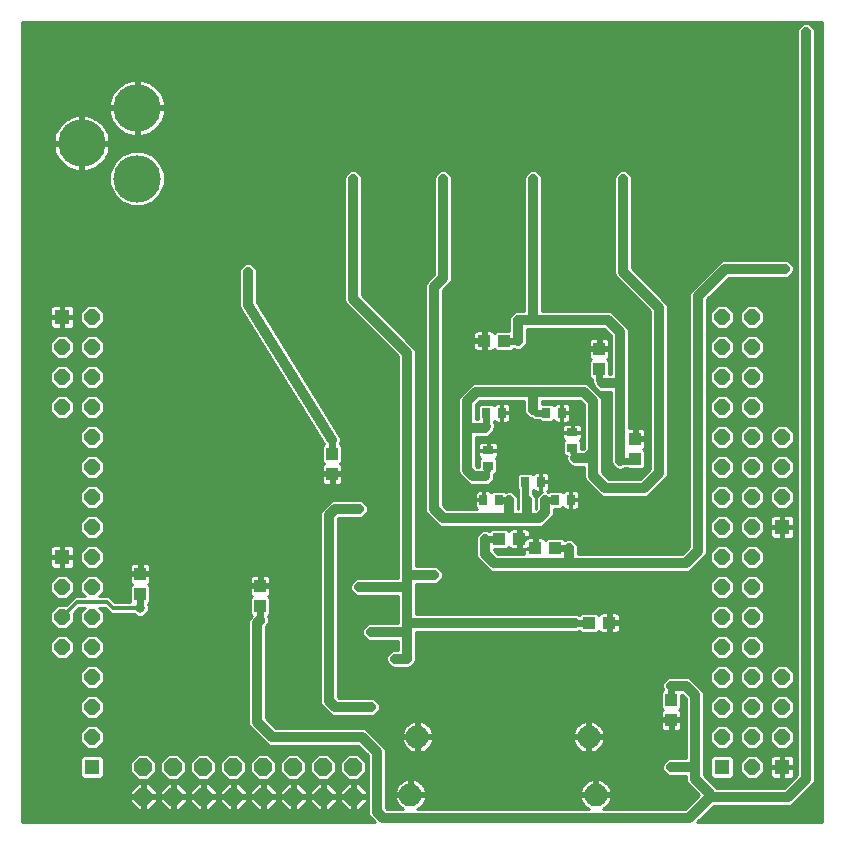
<source format=gbl>
G75*
G70*
%OFA0B0*%
%FSLAX24Y24*%
%IPPOS*%
%LPD*%
%AMOC8*
5,1,8,0,0,1.08239X$1,22.5*
%
%ADD10OC8,0.0515*%
%ADD11R,0.0515X0.0515*%
%ADD12C,0.0768*%
%ADD13C,0.1580*%
%ADD14OC8,0.0600*%
%ADD15R,0.0433X0.0394*%
%ADD16R,0.0276X0.0354*%
%ADD17R,0.0354X0.0276*%
%ADD18R,0.0394X0.0433*%
%ADD19C,0.0100*%
%ADD20C,0.1181*%
%ADD21C,0.0240*%
%ADD22C,0.0317*%
%ADD23C,0.0320*%
%ADD24C,0.0240*%
%ADD25C,0.0356*%
%ADD26C,0.0120*%
D10*
X003000Y003668D03*
X003000Y004668D03*
X003000Y005668D03*
X003000Y006668D03*
X002000Y006668D03*
X002000Y007668D03*
X003000Y007668D03*
X003000Y008668D03*
X002000Y008668D03*
X003000Y009668D03*
X003000Y010668D03*
X003000Y011668D03*
X003000Y012668D03*
X003000Y013668D03*
X003000Y014668D03*
X002000Y014668D03*
X002000Y015668D03*
X003000Y015668D03*
X003000Y016668D03*
X002000Y016668D03*
X003000Y017668D03*
X024000Y017668D03*
X024000Y016668D03*
X024000Y015668D03*
X024000Y014668D03*
X024000Y013668D03*
X024000Y012668D03*
X024000Y011668D03*
X024000Y010668D03*
X024000Y009668D03*
X024000Y008668D03*
X024000Y007668D03*
X024000Y006668D03*
X024000Y005668D03*
X024000Y004668D03*
X024000Y003668D03*
X025000Y003668D03*
X025000Y002668D03*
X026000Y003668D03*
X026000Y004668D03*
X026000Y005668D03*
X025000Y005668D03*
X025000Y004668D03*
X025000Y006668D03*
X025000Y007668D03*
X025000Y008668D03*
X025000Y009668D03*
X025000Y010668D03*
X025000Y011668D03*
X026000Y011668D03*
X026000Y012668D03*
X026000Y013668D03*
X025000Y013668D03*
X025000Y012668D03*
X025000Y014668D03*
X025000Y015668D03*
X025000Y016668D03*
X025000Y017668D03*
D11*
X026000Y010668D03*
X026000Y002668D03*
X024000Y002668D03*
X003000Y002668D03*
X002000Y009668D03*
X002000Y017668D03*
D12*
X013846Y003668D03*
X013609Y001739D03*
X019554Y003668D03*
X019791Y001739D03*
D13*
X004500Y022275D03*
X002650Y023456D03*
X004500Y024637D03*
D14*
X004700Y002668D03*
X004700Y001668D03*
X005700Y001668D03*
X006700Y001668D03*
X007700Y001668D03*
X008700Y001668D03*
X009700Y001668D03*
X010700Y001668D03*
X011700Y001668D03*
X011700Y002668D03*
X010700Y002668D03*
X009700Y002668D03*
X008700Y002668D03*
X007700Y002668D03*
X006700Y002668D03*
X005700Y002668D03*
D15*
X016565Y010268D03*
X017235Y010268D03*
X017765Y009968D03*
X018435Y009968D03*
X019565Y007468D03*
X020235Y007468D03*
X016735Y016868D03*
X016065Y016868D03*
D16*
X016144Y014468D03*
X016656Y014468D03*
X018144Y014468D03*
X018656Y014468D03*
X017956Y012168D03*
X017444Y012168D03*
X018444Y011568D03*
X018956Y011568D03*
X016556Y011568D03*
X016044Y011568D03*
D17*
X016200Y012712D03*
X016200Y013224D03*
X019000Y013312D03*
X019000Y013824D03*
D18*
X019900Y015934D03*
X019900Y016603D03*
X021100Y013603D03*
X021100Y012934D03*
X022300Y004903D03*
X022300Y004234D03*
X011000Y012434D03*
X011000Y013103D03*
X008600Y008703D03*
X008600Y008034D03*
X004600Y008434D03*
X004600Y009103D03*
D19*
X000650Y000818D02*
X000650Y027514D01*
X027320Y027514D01*
X027320Y000818D01*
X023160Y000818D01*
X023720Y001378D01*
X026258Y001378D01*
X026364Y001422D01*
X026446Y001504D01*
X027046Y002104D01*
X027090Y002211D01*
X027090Y027226D01*
X027046Y027333D01*
X026964Y027414D01*
X026858Y027458D01*
X026742Y027458D01*
X026636Y027414D01*
X026554Y027333D01*
X026510Y027226D01*
X026510Y002388D01*
X026080Y001958D01*
X023820Y001958D01*
X023390Y002388D01*
X023390Y005126D01*
X023346Y005233D01*
X023046Y005533D01*
X022964Y005614D01*
X022858Y005658D01*
X022242Y005658D01*
X022136Y005614D01*
X022054Y005533D01*
X022010Y005426D01*
X022010Y005311D01*
X022039Y005240D01*
X021973Y005173D01*
X021973Y004633D01*
X022027Y004579D01*
X022011Y004570D01*
X021983Y004542D01*
X021963Y004508D01*
X021953Y004470D01*
X021953Y004282D01*
X022252Y004282D01*
X022252Y004185D01*
X022348Y004185D01*
X022348Y003867D01*
X022517Y003867D01*
X022555Y003877D01*
X022589Y003897D01*
X022617Y003925D01*
X022637Y003959D01*
X022647Y003997D01*
X022647Y004185D01*
X022348Y004185D01*
X022348Y004282D01*
X022647Y004282D01*
X022647Y004470D01*
X022637Y004508D01*
X022617Y004542D01*
X022589Y004570D01*
X022573Y004579D01*
X022627Y004633D01*
X022627Y005078D01*
X022680Y005078D01*
X022810Y004948D01*
X022810Y002958D01*
X022242Y002958D01*
X022136Y002914D01*
X022054Y002833D01*
X022010Y002726D01*
X022010Y002611D01*
X022054Y002504D01*
X022136Y002422D01*
X022242Y002378D01*
X022810Y002378D01*
X022810Y002211D01*
X022854Y002104D01*
X022936Y002022D01*
X023240Y001718D01*
X022780Y001258D01*
X020023Y001258D01*
X020070Y001283D01*
X020138Y001332D01*
X020198Y001391D01*
X020247Y001459D01*
X020285Y001534D01*
X020311Y001614D01*
X020323Y001689D01*
X019841Y001689D01*
X019841Y001789D01*
X020323Y001789D01*
X020311Y001864D01*
X020285Y001944D01*
X020247Y002019D01*
X020198Y002087D01*
X020138Y002146D01*
X020070Y002196D01*
X019995Y002234D01*
X019916Y002260D01*
X019841Y002272D01*
X019841Y001789D01*
X019741Y001789D01*
X019741Y002272D01*
X019666Y002260D01*
X019586Y002234D01*
X019511Y002196D01*
X019443Y002146D01*
X019383Y002087D01*
X019334Y002019D01*
X019296Y001944D01*
X019270Y001864D01*
X019258Y001789D01*
X019741Y001789D01*
X019741Y001689D01*
X019258Y001689D01*
X019270Y001614D01*
X019296Y001534D01*
X019334Y001459D01*
X019383Y001391D01*
X019443Y001332D01*
X019511Y001283D01*
X019558Y001258D01*
X013842Y001258D01*
X013889Y001283D01*
X013957Y001332D01*
X014017Y001391D01*
X014066Y001459D01*
X014104Y001534D01*
X014130Y001614D01*
X014142Y001689D01*
X013659Y001689D01*
X013659Y001789D01*
X013559Y001789D01*
X013559Y001689D01*
X013077Y001689D01*
X013089Y001614D01*
X013115Y001534D01*
X013153Y001459D01*
X013202Y001391D01*
X013262Y001332D01*
X013330Y001283D01*
X013377Y001258D01*
X012820Y001258D01*
X012790Y001288D01*
X012790Y003226D01*
X012746Y003333D01*
X012246Y003833D01*
X012164Y003914D01*
X012058Y003958D01*
X009120Y003958D01*
X008790Y004288D01*
X008790Y007335D01*
X008847Y007392D01*
X008885Y007484D01*
X008885Y007498D01*
X008890Y007511D01*
X008890Y007626D01*
X008861Y007697D01*
X008927Y007763D01*
X008927Y008304D01*
X008873Y008357D01*
X008889Y008366D01*
X008917Y008394D01*
X008937Y008429D01*
X008947Y008467D01*
X008947Y008655D01*
X008648Y008655D01*
X008648Y008751D01*
X008552Y008751D01*
X008552Y008655D01*
X008253Y008655D01*
X008253Y008467D01*
X008263Y008429D01*
X008283Y008394D01*
X008311Y008366D01*
X008327Y008357D01*
X008273Y008304D01*
X008273Y007763D01*
X008329Y007707D01*
X008254Y007633D01*
X008210Y007526D01*
X008210Y004111D01*
X008254Y004004D01*
X008336Y003922D01*
X008754Y003504D01*
X008836Y003422D01*
X008942Y003378D01*
X011880Y003378D01*
X012210Y003048D01*
X012210Y001111D01*
X012254Y001004D01*
X012336Y000922D01*
X012440Y000818D01*
X000650Y000818D01*
X000650Y000865D02*
X012393Y000865D01*
X012294Y000964D02*
X000650Y000964D01*
X000650Y001062D02*
X012230Y001062D01*
X012210Y001161D02*
X000650Y001161D01*
X000650Y001259D02*
X004473Y001259D01*
X004514Y001218D02*
X004650Y001218D01*
X004650Y001618D01*
X004750Y001618D01*
X004750Y001218D01*
X004886Y001218D01*
X005150Y001482D01*
X005150Y001618D01*
X004750Y001618D01*
X004750Y001718D01*
X005150Y001718D01*
X005150Y001855D01*
X004886Y002118D01*
X004750Y002118D01*
X004750Y001718D01*
X004650Y001718D01*
X004650Y001618D01*
X004250Y001618D01*
X004250Y001482D01*
X004514Y001218D01*
X004650Y001259D02*
X004750Y001259D01*
X004750Y001358D02*
X004650Y001358D01*
X004650Y001456D02*
X004750Y001456D01*
X004750Y001555D02*
X004650Y001555D01*
X004650Y001653D02*
X000650Y001653D01*
X000650Y001555D02*
X004250Y001555D01*
X004276Y001456D02*
X000650Y001456D01*
X000650Y001358D02*
X004374Y001358D01*
X004250Y001718D02*
X004650Y001718D01*
X004650Y002118D01*
X004514Y002118D01*
X004250Y001855D01*
X004250Y001718D01*
X004250Y001752D02*
X000650Y001752D01*
X000650Y001850D02*
X004250Y001850D01*
X004344Y001949D02*
X000650Y001949D01*
X000650Y002047D02*
X004443Y002047D01*
X004522Y002238D02*
X004878Y002238D01*
X005130Y002490D01*
X005130Y002846D01*
X004878Y003098D01*
X004522Y003098D01*
X004270Y002846D01*
X004270Y002490D01*
X004522Y002238D01*
X004516Y002244D02*
X000650Y002244D01*
X000650Y002146D02*
X012210Y002146D01*
X012210Y002244D02*
X011884Y002244D01*
X011878Y002238D02*
X012130Y002490D01*
X012130Y002846D01*
X011878Y003098D01*
X011522Y003098D01*
X011270Y002846D01*
X011270Y002490D01*
X011522Y002238D01*
X011878Y002238D01*
X011886Y002118D02*
X011750Y002118D01*
X011750Y001718D01*
X012150Y001718D01*
X012150Y001855D01*
X011886Y002118D01*
X011957Y002047D02*
X012210Y002047D01*
X012210Y001949D02*
X012056Y001949D01*
X012150Y001850D02*
X012210Y001850D01*
X012210Y001752D02*
X012150Y001752D01*
X012210Y001653D02*
X011750Y001653D01*
X011750Y001618D02*
X011750Y001718D01*
X011650Y001718D01*
X011650Y001618D01*
X011750Y001618D01*
X011750Y001218D01*
X011886Y001218D01*
X012150Y001482D01*
X012150Y001618D01*
X011750Y001618D01*
X011750Y001555D02*
X011650Y001555D01*
X011650Y001618D02*
X011650Y001218D01*
X011514Y001218D01*
X011250Y001482D01*
X011250Y001618D01*
X011650Y001618D01*
X011650Y001653D02*
X010750Y001653D01*
X010750Y001618D02*
X010750Y001718D01*
X011150Y001718D01*
X011150Y001855D01*
X010886Y002118D01*
X010750Y002118D01*
X010750Y001718D01*
X010650Y001718D01*
X010650Y001618D01*
X010750Y001618D01*
X010750Y001218D01*
X010886Y001218D01*
X011150Y001482D01*
X011150Y001618D01*
X010750Y001618D01*
X010750Y001555D02*
X010650Y001555D01*
X010650Y001618D02*
X010650Y001218D01*
X010514Y001218D01*
X010250Y001482D01*
X010250Y001618D01*
X010650Y001618D01*
X010650Y001653D02*
X009750Y001653D01*
X009750Y001618D02*
X009750Y001718D01*
X010150Y001718D01*
X010150Y001855D01*
X009886Y002118D01*
X009750Y002118D01*
X009750Y001718D01*
X009650Y001718D01*
X009650Y001618D01*
X009750Y001618D01*
X009750Y001218D01*
X009886Y001218D01*
X010150Y001482D01*
X010150Y001618D01*
X009750Y001618D01*
X009750Y001555D02*
X009650Y001555D01*
X009650Y001618D02*
X009650Y001218D01*
X009514Y001218D01*
X009250Y001482D01*
X009250Y001618D01*
X009650Y001618D01*
X009650Y001653D02*
X008750Y001653D01*
X008750Y001618D02*
X008750Y001718D01*
X009150Y001718D01*
X009150Y001855D01*
X008886Y002118D01*
X008750Y002118D01*
X008750Y001718D01*
X008650Y001718D01*
X008650Y001618D01*
X008750Y001618D01*
X008750Y001218D01*
X008886Y001218D01*
X009150Y001482D01*
X009150Y001618D01*
X008750Y001618D01*
X008750Y001555D02*
X008650Y001555D01*
X008650Y001618D02*
X008650Y001218D01*
X008514Y001218D01*
X008250Y001482D01*
X008250Y001618D01*
X008650Y001618D01*
X008650Y001653D02*
X007750Y001653D01*
X007750Y001618D02*
X007750Y001718D01*
X008150Y001718D01*
X008150Y001855D01*
X007886Y002118D01*
X007750Y002118D01*
X007750Y001718D01*
X007650Y001718D01*
X007650Y001618D01*
X007750Y001618D01*
X007750Y001218D01*
X007886Y001218D01*
X008150Y001482D01*
X008150Y001618D01*
X007750Y001618D01*
X007750Y001555D02*
X007650Y001555D01*
X007650Y001618D02*
X007650Y001218D01*
X007514Y001218D01*
X007250Y001482D01*
X007250Y001618D01*
X007650Y001618D01*
X007650Y001653D02*
X006750Y001653D01*
X006750Y001618D02*
X006750Y001718D01*
X007150Y001718D01*
X007150Y001855D01*
X006886Y002118D01*
X006750Y002118D01*
X006750Y001718D01*
X006650Y001718D01*
X006650Y001618D01*
X006750Y001618D01*
X006750Y001218D01*
X006886Y001218D01*
X007150Y001482D01*
X007150Y001618D01*
X006750Y001618D01*
X006750Y001555D02*
X006650Y001555D01*
X006650Y001618D02*
X006650Y001218D01*
X006514Y001218D01*
X006250Y001482D01*
X006250Y001618D01*
X006650Y001618D01*
X006650Y001653D02*
X005750Y001653D01*
X005750Y001618D02*
X005750Y001718D01*
X006150Y001718D01*
X006150Y001855D01*
X005886Y002118D01*
X005750Y002118D01*
X005750Y001718D01*
X005650Y001718D01*
X005650Y001618D01*
X005750Y001618D01*
X005750Y001218D01*
X005886Y001218D01*
X006150Y001482D01*
X006150Y001618D01*
X005750Y001618D01*
X005750Y001555D02*
X005650Y001555D01*
X005650Y001618D02*
X005650Y001218D01*
X005514Y001218D01*
X005250Y001482D01*
X005250Y001618D01*
X005650Y001618D01*
X005650Y001653D02*
X004750Y001653D01*
X004750Y001752D02*
X004650Y001752D01*
X004650Y001850D02*
X004750Y001850D01*
X004750Y001949D02*
X004650Y001949D01*
X004650Y002047D02*
X004750Y002047D01*
X004957Y002047D02*
X005443Y002047D01*
X005514Y002118D02*
X005250Y001855D01*
X005250Y001718D01*
X005650Y001718D01*
X005650Y002118D01*
X005514Y002118D01*
X005522Y002238D02*
X005878Y002238D01*
X006130Y002490D01*
X006130Y002846D01*
X005878Y003098D01*
X005522Y003098D01*
X005270Y002846D01*
X005270Y002490D01*
X005522Y002238D01*
X005516Y002244D02*
X004884Y002244D01*
X004983Y002343D02*
X005417Y002343D01*
X005319Y002441D02*
X005081Y002441D01*
X005130Y002540D02*
X005270Y002540D01*
X005270Y002638D02*
X005130Y002638D01*
X005130Y002737D02*
X005270Y002737D01*
X005270Y002835D02*
X005130Y002835D01*
X005043Y002934D02*
X005357Y002934D01*
X005456Y003032D02*
X004944Y003032D01*
X004456Y003032D02*
X003335Y003032D01*
X003311Y003056D02*
X003387Y002980D01*
X003387Y002357D01*
X003311Y002281D01*
X002689Y002281D01*
X002613Y002357D01*
X002613Y002980D01*
X002689Y003056D01*
X003311Y003056D01*
X003387Y002934D02*
X004357Y002934D01*
X004270Y002835D02*
X003387Y002835D01*
X003387Y002737D02*
X004270Y002737D01*
X004270Y002638D02*
X003387Y002638D01*
X003387Y002540D02*
X004270Y002540D01*
X004319Y002441D02*
X003387Y002441D01*
X003373Y002343D02*
X004417Y002343D01*
X005056Y001949D02*
X005344Y001949D01*
X005250Y001850D02*
X005150Y001850D01*
X005150Y001752D02*
X005250Y001752D01*
X005250Y001555D02*
X005150Y001555D01*
X005124Y001456D02*
X005276Y001456D01*
X005374Y001358D02*
X005026Y001358D01*
X004927Y001259D02*
X005473Y001259D01*
X005650Y001259D02*
X005750Y001259D01*
X005750Y001358D02*
X005650Y001358D01*
X005650Y001456D02*
X005750Y001456D01*
X005927Y001259D02*
X006473Y001259D01*
X006374Y001358D02*
X006026Y001358D01*
X006124Y001456D02*
X006276Y001456D01*
X006250Y001555D02*
X006150Y001555D01*
X006250Y001718D02*
X006650Y001718D01*
X006650Y002118D01*
X006514Y002118D01*
X006250Y001855D01*
X006250Y001718D01*
X006250Y001752D02*
X006150Y001752D01*
X006150Y001850D02*
X006250Y001850D01*
X006344Y001949D02*
X006056Y001949D01*
X005957Y002047D02*
X006443Y002047D01*
X006522Y002238D02*
X006878Y002238D01*
X007130Y002490D01*
X007130Y002846D01*
X006878Y003098D01*
X006522Y003098D01*
X006270Y002846D01*
X006270Y002490D01*
X006522Y002238D01*
X006516Y002244D02*
X005884Y002244D01*
X005983Y002343D02*
X006417Y002343D01*
X006319Y002441D02*
X006081Y002441D01*
X006130Y002540D02*
X006270Y002540D01*
X006270Y002638D02*
X006130Y002638D01*
X006130Y002737D02*
X006270Y002737D01*
X006270Y002835D02*
X006130Y002835D01*
X006043Y002934D02*
X006357Y002934D01*
X006456Y003032D02*
X005944Y003032D01*
X005750Y002047D02*
X005650Y002047D01*
X005650Y001949D02*
X005750Y001949D01*
X005750Y001850D02*
X005650Y001850D01*
X005650Y001752D02*
X005750Y001752D01*
X006650Y001752D02*
X006750Y001752D01*
X006750Y001850D02*
X006650Y001850D01*
X006650Y001949D02*
X006750Y001949D01*
X006750Y002047D02*
X006650Y002047D01*
X006884Y002244D02*
X007516Y002244D01*
X007522Y002238D02*
X007878Y002238D01*
X008130Y002490D01*
X008130Y002846D01*
X007878Y003098D01*
X007522Y003098D01*
X007270Y002846D01*
X007270Y002490D01*
X007522Y002238D01*
X007514Y002118D02*
X007250Y001855D01*
X007250Y001718D01*
X007650Y001718D01*
X007650Y002118D01*
X007514Y002118D01*
X007443Y002047D02*
X006957Y002047D01*
X007056Y001949D02*
X007344Y001949D01*
X007250Y001850D02*
X007150Y001850D01*
X007150Y001752D02*
X007250Y001752D01*
X007250Y001555D02*
X007150Y001555D01*
X007124Y001456D02*
X007276Y001456D01*
X007374Y001358D02*
X007026Y001358D01*
X006927Y001259D02*
X007473Y001259D01*
X007650Y001259D02*
X007750Y001259D01*
X007750Y001358D02*
X007650Y001358D01*
X007650Y001456D02*
X007750Y001456D01*
X007927Y001259D02*
X008473Y001259D01*
X008374Y001358D02*
X008026Y001358D01*
X008124Y001456D02*
X008276Y001456D01*
X008250Y001555D02*
X008150Y001555D01*
X008250Y001718D02*
X008650Y001718D01*
X008650Y002118D01*
X008514Y002118D01*
X008250Y001855D01*
X008250Y001718D01*
X008250Y001752D02*
X008150Y001752D01*
X008150Y001850D02*
X008250Y001850D01*
X008344Y001949D02*
X008056Y001949D01*
X007957Y002047D02*
X008443Y002047D01*
X008522Y002238D02*
X008878Y002238D01*
X009130Y002490D01*
X009130Y002846D01*
X008878Y003098D01*
X008522Y003098D01*
X008270Y002846D01*
X008270Y002490D01*
X008522Y002238D01*
X008516Y002244D02*
X007884Y002244D01*
X007983Y002343D02*
X008417Y002343D01*
X008319Y002441D02*
X008081Y002441D01*
X008130Y002540D02*
X008270Y002540D01*
X008270Y002638D02*
X008130Y002638D01*
X008130Y002737D02*
X008270Y002737D01*
X008270Y002835D02*
X008130Y002835D01*
X008043Y002934D02*
X008357Y002934D01*
X008456Y003032D02*
X007944Y003032D01*
X007456Y003032D02*
X006944Y003032D01*
X007043Y002934D02*
X007357Y002934D01*
X007270Y002835D02*
X007130Y002835D01*
X007130Y002737D02*
X007270Y002737D01*
X007270Y002638D02*
X007130Y002638D01*
X007130Y002540D02*
X007270Y002540D01*
X007319Y002441D02*
X007081Y002441D01*
X006983Y002343D02*
X007417Y002343D01*
X007650Y002047D02*
X007750Y002047D01*
X007750Y001949D02*
X007650Y001949D01*
X007650Y001850D02*
X007750Y001850D01*
X007750Y001752D02*
X007650Y001752D01*
X006750Y001456D02*
X006650Y001456D01*
X006650Y001358D02*
X006750Y001358D01*
X006750Y001259D02*
X006650Y001259D01*
X008650Y001259D02*
X008750Y001259D01*
X008750Y001358D02*
X008650Y001358D01*
X008650Y001456D02*
X008750Y001456D01*
X008927Y001259D02*
X009473Y001259D01*
X009374Y001358D02*
X009026Y001358D01*
X009124Y001456D02*
X009276Y001456D01*
X009250Y001555D02*
X009150Y001555D01*
X009250Y001718D02*
X009650Y001718D01*
X009650Y002118D01*
X009514Y002118D01*
X009250Y001855D01*
X009250Y001718D01*
X009250Y001752D02*
X009150Y001752D01*
X009150Y001850D02*
X009250Y001850D01*
X009344Y001949D02*
X009056Y001949D01*
X008957Y002047D02*
X009443Y002047D01*
X009522Y002238D02*
X009878Y002238D01*
X010130Y002490D01*
X010130Y002846D01*
X009878Y003098D01*
X009522Y003098D01*
X009270Y002846D01*
X009270Y002490D01*
X009522Y002238D01*
X009516Y002244D02*
X008884Y002244D01*
X008983Y002343D02*
X009417Y002343D01*
X009319Y002441D02*
X009081Y002441D01*
X009130Y002540D02*
X009270Y002540D01*
X009270Y002638D02*
X009130Y002638D01*
X009130Y002737D02*
X009270Y002737D01*
X009270Y002835D02*
X009130Y002835D01*
X009043Y002934D02*
X009357Y002934D01*
X009456Y003032D02*
X008944Y003032D01*
X008832Y003426D02*
X003306Y003426D01*
X003387Y003508D02*
X003160Y003281D01*
X002840Y003281D01*
X002613Y003508D01*
X002613Y003829D01*
X002840Y004056D01*
X003160Y004056D01*
X003387Y003829D01*
X003387Y003508D01*
X003387Y003525D02*
X008733Y003525D01*
X008754Y003504D02*
X008754Y003504D01*
X008635Y003623D02*
X003387Y003623D01*
X003387Y003722D02*
X008536Y003722D01*
X008438Y003820D02*
X003387Y003820D01*
X003297Y003919D02*
X008339Y003919D01*
X008336Y003922D02*
X008336Y003922D01*
X008249Y004017D02*
X003199Y004017D01*
X003160Y004281D02*
X003387Y004508D01*
X003387Y004829D01*
X003160Y005056D01*
X002840Y005056D01*
X002613Y004829D01*
X002613Y004508D01*
X002840Y004281D01*
X003160Y004281D01*
X003192Y004313D02*
X008210Y004313D01*
X008210Y004411D02*
X003291Y004411D01*
X003387Y004510D02*
X008210Y004510D01*
X008210Y004608D02*
X003387Y004608D01*
X003387Y004707D02*
X008210Y004707D01*
X008210Y004805D02*
X003387Y004805D01*
X003312Y004904D02*
X008210Y004904D01*
X008210Y005002D02*
X003214Y005002D01*
X003160Y005281D02*
X002840Y005281D01*
X002613Y005508D01*
X002613Y005829D01*
X002840Y006056D01*
X003160Y006056D01*
X003387Y005829D01*
X003387Y005508D01*
X003160Y005281D01*
X003177Y005298D02*
X008210Y005298D01*
X008210Y005396D02*
X003276Y005396D01*
X003374Y005495D02*
X008210Y005495D01*
X008210Y005593D02*
X003387Y005593D01*
X003387Y005692D02*
X008210Y005692D01*
X008210Y005790D02*
X003387Y005790D01*
X003327Y005889D02*
X008210Y005889D01*
X008210Y005987D02*
X003229Y005987D01*
X003160Y006281D02*
X002840Y006281D01*
X002613Y006508D01*
X002613Y006829D01*
X002840Y007056D01*
X003160Y007056D01*
X003387Y006829D01*
X003387Y006508D01*
X003160Y006281D01*
X003162Y006283D02*
X008210Y006283D01*
X008210Y006381D02*
X003261Y006381D01*
X003359Y006480D02*
X008210Y006480D01*
X008210Y006578D02*
X003387Y006578D01*
X003387Y006677D02*
X008210Y006677D01*
X008210Y006775D02*
X003387Y006775D01*
X003342Y006874D02*
X008210Y006874D01*
X008210Y006972D02*
X003244Y006972D01*
X003160Y007281D02*
X002840Y007281D01*
X002613Y007508D01*
X002613Y007829D01*
X002762Y007978D01*
X002579Y007978D01*
X002387Y007787D01*
X002387Y007508D01*
X002160Y007281D01*
X001840Y007281D01*
X001613Y007508D01*
X001613Y007829D01*
X001840Y008056D01*
X002119Y008056D01*
X000650Y008056D01*
X000650Y008154D02*
X002217Y008154D01*
X002160Y008281D02*
X002387Y008508D01*
X002387Y008829D01*
X002160Y009056D01*
X001840Y009056D01*
X001613Y008829D01*
X001613Y008508D01*
X001840Y008281D01*
X002160Y008281D01*
X002231Y008351D02*
X002414Y008351D01*
X002421Y008358D02*
X002119Y008056D01*
X002316Y008253D02*
X000650Y008253D01*
X000650Y008351D02*
X001769Y008351D01*
X001671Y008450D02*
X000650Y008450D01*
X000650Y008548D02*
X001613Y008548D01*
X001613Y008647D02*
X000650Y008647D01*
X000650Y008745D02*
X001613Y008745D01*
X001628Y008844D02*
X000650Y008844D01*
X000650Y008942D02*
X001726Y008942D01*
X001825Y009041D02*
X000650Y009041D01*
X000650Y009139D02*
X004552Y009139D01*
X004552Y009151D02*
X004552Y009055D01*
X004253Y009055D01*
X004253Y008867D01*
X004263Y008829D01*
X004283Y008794D01*
X004311Y008766D01*
X004327Y008757D01*
X004273Y008704D01*
X004273Y008163D01*
X004278Y008158D01*
X003779Y008158D01*
X003690Y008247D01*
X003579Y008358D01*
X003238Y008358D01*
X003387Y008508D01*
X003387Y008829D01*
X003160Y009056D01*
X002840Y009056D01*
X002613Y008829D01*
X002613Y008508D01*
X002762Y008358D01*
X002421Y008358D01*
X002329Y008450D02*
X002671Y008450D01*
X002613Y008548D02*
X002387Y008548D01*
X002387Y008647D02*
X002613Y008647D01*
X002613Y008745D02*
X002387Y008745D01*
X002372Y008844D02*
X002628Y008844D01*
X002726Y008942D02*
X002274Y008942D01*
X002175Y009041D02*
X002825Y009041D01*
X002840Y009281D02*
X003160Y009281D01*
X003387Y009508D01*
X003387Y009829D01*
X010610Y009829D01*
X010610Y009927D02*
X003289Y009927D01*
X003387Y009829D02*
X003160Y010056D01*
X002840Y010056D01*
X002613Y009829D01*
X002407Y009829D01*
X002407Y009927D02*
X002711Y009927D01*
X002613Y009829D02*
X002613Y009508D01*
X002840Y009281D01*
X002784Y009336D02*
X002388Y009336D01*
X002397Y009353D02*
X002407Y009391D01*
X002407Y009640D01*
X002029Y009640D01*
X002029Y009697D01*
X002407Y009697D01*
X002407Y009946D01*
X002397Y009984D01*
X002378Y010018D01*
X002350Y010046D01*
X002315Y010066D01*
X002277Y010076D01*
X002029Y010076D01*
X002029Y009697D01*
X001971Y009697D01*
X001971Y009640D01*
X001593Y009640D01*
X001593Y009391D01*
X001603Y009353D01*
X001622Y009319D01*
X001650Y009291D01*
X001685Y009271D01*
X001723Y009261D01*
X001971Y009261D01*
X001971Y009640D01*
X002029Y009640D01*
X002029Y009261D01*
X002277Y009261D01*
X002315Y009271D01*
X002350Y009291D01*
X002378Y009319D01*
X002397Y009353D01*
X002407Y009435D02*
X002685Y009435D01*
X002613Y009533D02*
X002407Y009533D01*
X002407Y009632D02*
X002613Y009632D01*
X002613Y009730D02*
X002407Y009730D01*
X002370Y010026D02*
X002810Y010026D01*
X002840Y010281D02*
X003160Y010281D01*
X003387Y010508D01*
X003387Y010829D01*
X003160Y011056D01*
X002840Y011056D01*
X002613Y010829D01*
X002613Y010508D01*
X002840Y010281D01*
X002799Y010321D02*
X000650Y010321D01*
X000650Y010223D02*
X010610Y010223D01*
X010610Y010321D02*
X003201Y010321D01*
X003300Y010420D02*
X010610Y010420D01*
X010610Y010518D02*
X003387Y010518D01*
X003387Y010617D02*
X010610Y010617D01*
X010610Y010715D02*
X003387Y010715D01*
X003387Y010814D02*
X010610Y010814D01*
X010610Y010912D02*
X003304Y010912D01*
X003205Y011011D02*
X010610Y011011D01*
X010610Y011109D02*
X000650Y011109D01*
X000650Y011011D02*
X002795Y011011D01*
X002696Y010912D02*
X000650Y010912D01*
X000650Y010814D02*
X002613Y010814D01*
X002613Y010715D02*
X000650Y010715D01*
X000650Y010617D02*
X002613Y010617D01*
X002613Y010518D02*
X000650Y010518D01*
X000650Y010420D02*
X002700Y010420D01*
X003190Y010026D02*
X010610Y010026D01*
X010610Y010124D02*
X000650Y010124D01*
X000650Y010026D02*
X001630Y010026D01*
X001622Y010018D02*
X001603Y009984D01*
X001593Y009946D01*
X001593Y009697D01*
X001971Y009697D01*
X001971Y010076D01*
X001723Y010076D01*
X001685Y010066D01*
X001650Y010046D01*
X001622Y010018D01*
X001593Y009927D02*
X000650Y009927D01*
X000650Y009829D02*
X001593Y009829D01*
X001593Y009730D02*
X000650Y009730D01*
X000650Y009632D02*
X001593Y009632D01*
X001593Y009533D02*
X000650Y009533D01*
X000650Y009435D02*
X001593Y009435D01*
X001612Y009336D02*
X000650Y009336D01*
X000650Y009238D02*
X004253Y009238D01*
X004253Y009151D02*
X004253Y009339D01*
X004263Y009377D01*
X004283Y009412D01*
X004311Y009440D01*
X004345Y009459D01*
X004383Y009469D01*
X004552Y009469D01*
X004552Y009151D01*
X004253Y009151D01*
X004253Y009041D02*
X003175Y009041D01*
X003274Y008942D02*
X004253Y008942D01*
X004259Y008844D02*
X003372Y008844D01*
X003387Y008745D02*
X004314Y008745D01*
X004273Y008647D02*
X003387Y008647D01*
X003387Y008548D02*
X004273Y008548D01*
X004273Y008450D02*
X003329Y008450D01*
X003586Y008351D02*
X004273Y008351D01*
X004273Y008253D02*
X003684Y008253D01*
X003421Y007978D02*
X003621Y007778D01*
X004382Y007778D01*
X004437Y007724D01*
X004543Y007680D01*
X004657Y007680D01*
X004763Y007724D01*
X004845Y007805D01*
X004888Y007911D01*
X004888Y008026D01*
X004859Y008096D01*
X004927Y008163D01*
X004927Y008704D01*
X004873Y008757D01*
X004889Y008766D01*
X004917Y008794D01*
X004937Y008829D01*
X004947Y008867D01*
X004947Y009055D01*
X004648Y009055D01*
X004648Y009151D01*
X004552Y009151D01*
X004552Y009238D02*
X004648Y009238D01*
X004648Y009151D02*
X004648Y009469D01*
X004817Y009469D01*
X004855Y009459D01*
X004889Y009440D01*
X004917Y009412D01*
X004937Y009377D01*
X004947Y009339D01*
X004947Y009151D01*
X004648Y009151D01*
X004648Y009139D02*
X010610Y009139D01*
X010610Y009041D02*
X008887Y009041D01*
X008889Y009040D02*
X008855Y009059D01*
X008817Y009069D01*
X008648Y009069D01*
X008648Y008751D01*
X008947Y008751D01*
X008947Y008939D01*
X008937Y008977D01*
X008917Y009012D01*
X008889Y009040D01*
X008946Y008942D02*
X010610Y008942D01*
X010610Y008844D02*
X008947Y008844D01*
X008947Y008647D02*
X010610Y008647D01*
X010610Y008745D02*
X008648Y008745D01*
X008552Y008745D02*
X004886Y008745D01*
X004927Y008647D02*
X008253Y008647D01*
X008253Y008548D02*
X004927Y008548D01*
X004927Y008450D02*
X008258Y008450D01*
X008320Y008351D02*
X004927Y008351D01*
X004927Y008253D02*
X008273Y008253D01*
X008273Y008154D02*
X004918Y008154D01*
X004876Y008056D02*
X008273Y008056D01*
X008273Y007957D02*
X004888Y007957D01*
X004867Y007859D02*
X008273Y007859D01*
X008276Y007760D02*
X004800Y007760D01*
X004400Y007760D02*
X003387Y007760D01*
X003387Y007829D02*
X003238Y007978D01*
X003421Y007978D01*
X003442Y007957D02*
X003259Y007957D01*
X003357Y007859D02*
X003541Y007859D01*
X003387Y007829D02*
X003387Y007508D01*
X003160Y007281D01*
X003246Y007366D02*
X008210Y007366D01*
X008210Y007268D02*
X000650Y007268D01*
X000650Y007366D02*
X001754Y007366D01*
X001656Y007465D02*
X000650Y007465D01*
X000650Y007563D02*
X001613Y007563D01*
X001613Y007662D02*
X000650Y007662D01*
X000650Y007760D02*
X001613Y007760D01*
X001643Y007859D02*
X000650Y007859D01*
X000650Y007957D02*
X001741Y007957D01*
X002387Y007760D02*
X002613Y007760D01*
X002613Y007662D02*
X002387Y007662D01*
X002387Y007563D02*
X002613Y007563D01*
X002656Y007465D02*
X002344Y007465D01*
X002246Y007366D02*
X002754Y007366D01*
X002756Y006972D02*
X002244Y006972D01*
X002160Y007056D02*
X002387Y006829D01*
X002387Y006508D01*
X002160Y006281D01*
X001840Y006281D01*
X001613Y006508D01*
X001613Y006829D01*
X001840Y007056D01*
X002160Y007056D01*
X002342Y006874D02*
X002658Y006874D01*
X002613Y006775D02*
X002387Y006775D01*
X002387Y006677D02*
X002613Y006677D01*
X002613Y006578D02*
X002387Y006578D01*
X002359Y006480D02*
X002641Y006480D01*
X002739Y006381D02*
X002261Y006381D01*
X002162Y006283D02*
X002838Y006283D01*
X002771Y005987D02*
X000650Y005987D01*
X000650Y005889D02*
X002673Y005889D01*
X002613Y005790D02*
X000650Y005790D01*
X000650Y005692D02*
X002613Y005692D01*
X002613Y005593D02*
X000650Y005593D01*
X000650Y005495D02*
X002626Y005495D01*
X002724Y005396D02*
X000650Y005396D01*
X000650Y005298D02*
X002823Y005298D01*
X002786Y005002D02*
X000650Y005002D01*
X000650Y004904D02*
X002688Y004904D01*
X002613Y004805D02*
X000650Y004805D01*
X000650Y004707D02*
X002613Y004707D01*
X002613Y004608D02*
X000650Y004608D01*
X000650Y004510D02*
X002613Y004510D01*
X002709Y004411D02*
X000650Y004411D01*
X000650Y004313D02*
X002808Y004313D01*
X002801Y004017D02*
X000650Y004017D01*
X000650Y003919D02*
X002703Y003919D01*
X002613Y003820D02*
X000650Y003820D01*
X000650Y003722D02*
X002613Y003722D01*
X002613Y003623D02*
X000650Y003623D01*
X000650Y003525D02*
X002613Y003525D01*
X002694Y003426D02*
X000650Y003426D01*
X000650Y003328D02*
X002793Y003328D01*
X002665Y003032D02*
X000650Y003032D01*
X000650Y002934D02*
X002613Y002934D01*
X002613Y002835D02*
X000650Y002835D01*
X000650Y002737D02*
X002613Y002737D01*
X002613Y002638D02*
X000650Y002638D01*
X000650Y002540D02*
X002613Y002540D01*
X002613Y002441D02*
X000650Y002441D01*
X000650Y002343D02*
X002627Y002343D01*
X003207Y003328D02*
X011930Y003328D01*
X012029Y003229D02*
X000650Y003229D01*
X000650Y003131D02*
X012127Y003131D01*
X012210Y003032D02*
X011944Y003032D01*
X012043Y002934D02*
X012210Y002934D01*
X012210Y002835D02*
X012130Y002835D01*
X012130Y002737D02*
X012210Y002737D01*
X012210Y002638D02*
X012130Y002638D01*
X012130Y002540D02*
X012210Y002540D01*
X012210Y002441D02*
X012081Y002441D01*
X011983Y002343D02*
X012210Y002343D01*
X011750Y002047D02*
X011650Y002047D01*
X011650Y002118D02*
X011514Y002118D01*
X011250Y001855D01*
X011250Y001718D01*
X011650Y001718D01*
X011650Y002118D01*
X011650Y001949D02*
X011750Y001949D01*
X011750Y001850D02*
X011650Y001850D01*
X011650Y001752D02*
X011750Y001752D01*
X011750Y001456D02*
X011650Y001456D01*
X011650Y001358D02*
X011750Y001358D01*
X011750Y001259D02*
X011650Y001259D01*
X011473Y001259D02*
X010927Y001259D01*
X011026Y001358D02*
X011374Y001358D01*
X011276Y001456D02*
X011124Y001456D01*
X011150Y001555D02*
X011250Y001555D01*
X011250Y001752D02*
X011150Y001752D01*
X011150Y001850D02*
X011250Y001850D01*
X011344Y001949D02*
X011056Y001949D01*
X010957Y002047D02*
X011443Y002047D01*
X011516Y002244D02*
X010884Y002244D01*
X010878Y002238D02*
X011130Y002490D01*
X011130Y002846D01*
X010878Y003098D01*
X010522Y003098D01*
X010270Y002846D01*
X010270Y002490D01*
X010522Y002238D01*
X010878Y002238D01*
X010983Y002343D02*
X011417Y002343D01*
X011319Y002441D02*
X011081Y002441D01*
X011130Y002540D02*
X011270Y002540D01*
X011270Y002638D02*
X011130Y002638D01*
X011130Y002737D02*
X011270Y002737D01*
X011270Y002835D02*
X011130Y002835D01*
X011043Y002934D02*
X011357Y002934D01*
X011456Y003032D02*
X010944Y003032D01*
X010456Y003032D02*
X009944Y003032D01*
X010043Y002934D02*
X010357Y002934D01*
X010270Y002835D02*
X010130Y002835D01*
X010130Y002737D02*
X010270Y002737D01*
X010270Y002638D02*
X010130Y002638D01*
X010130Y002540D02*
X010270Y002540D01*
X010319Y002441D02*
X010081Y002441D01*
X009983Y002343D02*
X010417Y002343D01*
X010516Y002244D02*
X009884Y002244D01*
X009957Y002047D02*
X010443Y002047D01*
X010514Y002118D02*
X010250Y001855D01*
X010250Y001718D01*
X010650Y001718D01*
X010650Y002118D01*
X010514Y002118D01*
X010650Y002047D02*
X010750Y002047D01*
X010750Y001949D02*
X010650Y001949D01*
X010650Y001850D02*
X010750Y001850D01*
X010750Y001752D02*
X010650Y001752D01*
X010650Y001456D02*
X010750Y001456D01*
X010750Y001358D02*
X010650Y001358D01*
X010650Y001259D02*
X010750Y001259D01*
X010473Y001259D02*
X009927Y001259D01*
X010026Y001358D02*
X010374Y001358D01*
X010276Y001456D02*
X010124Y001456D01*
X010150Y001555D02*
X010250Y001555D01*
X010250Y001752D02*
X010150Y001752D01*
X010150Y001850D02*
X010250Y001850D01*
X010344Y001949D02*
X010056Y001949D01*
X009750Y001949D02*
X009650Y001949D01*
X009650Y002047D02*
X009750Y002047D01*
X009750Y001850D02*
X009650Y001850D01*
X009650Y001752D02*
X009750Y001752D01*
X009750Y001456D02*
X009650Y001456D01*
X009650Y001358D02*
X009750Y001358D01*
X009750Y001259D02*
X009650Y001259D01*
X008750Y001752D02*
X008650Y001752D01*
X008650Y001850D02*
X008750Y001850D01*
X008750Y001949D02*
X008650Y001949D01*
X008650Y002047D02*
X008750Y002047D01*
X009061Y004017D02*
X013440Y004017D01*
X013438Y004016D02*
X013389Y003948D01*
X013351Y003873D01*
X013325Y003793D01*
X013313Y003718D01*
X013796Y003718D01*
X013796Y003618D01*
X013896Y003618D01*
X013896Y003718D01*
X014378Y003718D01*
X014366Y003793D01*
X014340Y003873D01*
X014302Y003948D01*
X014253Y004016D01*
X014193Y004076D01*
X014125Y004125D01*
X014051Y004163D01*
X013971Y004189D01*
X013896Y004201D01*
X013896Y003718D01*
X013796Y003718D01*
X013796Y004201D01*
X013721Y004189D01*
X013641Y004163D01*
X013566Y004125D01*
X013498Y004076D01*
X013438Y004016D01*
X013374Y003919D02*
X012153Y003919D01*
X012258Y003820D02*
X013334Y003820D01*
X013314Y003722D02*
X012357Y003722D01*
X012455Y003623D02*
X013796Y003623D01*
X013796Y003618D02*
X013313Y003618D01*
X013325Y003543D01*
X013351Y003463D01*
X013389Y003389D01*
X013438Y003321D01*
X013498Y003261D01*
X013566Y003212D01*
X013641Y003174D01*
X013721Y003148D01*
X013796Y003136D01*
X013796Y003618D01*
X013796Y003525D02*
X013896Y003525D01*
X013896Y003618D02*
X013896Y003136D01*
X013971Y003148D01*
X014051Y003174D01*
X014125Y003212D01*
X014193Y003261D01*
X014253Y003321D01*
X014302Y003389D01*
X014340Y003463D01*
X014366Y003543D01*
X014378Y003618D01*
X013896Y003618D01*
X013896Y003623D02*
X019504Y003623D01*
X019504Y003618D02*
X019022Y003618D01*
X019034Y003543D01*
X019060Y003463D01*
X019098Y003389D01*
X019147Y003321D01*
X019207Y003261D01*
X019275Y003212D01*
X019349Y003174D01*
X019429Y003148D01*
X019504Y003136D01*
X019504Y003618D01*
X019604Y003618D01*
X019604Y003136D01*
X019679Y003148D01*
X019759Y003174D01*
X019834Y003212D01*
X019902Y003261D01*
X019962Y003321D01*
X020011Y003389D01*
X020049Y003463D01*
X020075Y003543D01*
X020087Y003618D01*
X019604Y003618D01*
X019604Y003718D01*
X020087Y003718D01*
X020075Y003793D01*
X020049Y003873D01*
X020011Y003948D01*
X019962Y004016D01*
X019902Y004076D01*
X019834Y004125D01*
X019759Y004163D01*
X019679Y004189D01*
X019604Y004201D01*
X019604Y003718D01*
X019504Y003718D01*
X019504Y003618D01*
X019504Y003525D02*
X019604Y003525D01*
X019604Y003623D02*
X022810Y003623D01*
X022810Y003525D02*
X020069Y003525D01*
X020030Y003426D02*
X022810Y003426D01*
X022810Y003328D02*
X019967Y003328D01*
X019858Y003229D02*
X022810Y003229D01*
X022810Y003131D02*
X012790Y003131D01*
X012789Y003229D02*
X013542Y003229D01*
X013433Y003328D02*
X012748Y003328D01*
X012652Y003426D02*
X013370Y003426D01*
X013331Y003525D02*
X012554Y003525D01*
X012790Y003032D02*
X022810Y003032D01*
X023390Y003032D02*
X023665Y003032D01*
X023689Y003056D02*
X023613Y002980D01*
X023613Y002357D01*
X023689Y002281D01*
X024311Y002281D01*
X024387Y002357D01*
X024387Y002980D01*
X024311Y003056D01*
X023689Y003056D01*
X023613Y002934D02*
X023390Y002934D01*
X023390Y002835D02*
X023613Y002835D01*
X023613Y002737D02*
X023390Y002737D01*
X023390Y002638D02*
X023613Y002638D01*
X023613Y002540D02*
X023390Y002540D01*
X023390Y002441D02*
X023613Y002441D01*
X023627Y002343D02*
X023436Y002343D01*
X023534Y002244D02*
X026366Y002244D01*
X026350Y002291D02*
X026378Y002319D01*
X026397Y002353D01*
X026407Y002391D01*
X026407Y002640D01*
X026029Y002640D01*
X026029Y002697D01*
X026407Y002697D01*
X026407Y002946D01*
X026397Y002984D01*
X026378Y003018D01*
X026350Y003046D01*
X026315Y003066D01*
X026277Y003076D01*
X026029Y003076D01*
X026029Y002697D01*
X025971Y002697D01*
X025971Y002640D01*
X025593Y002640D01*
X025593Y002391D01*
X025603Y002353D01*
X025622Y002319D01*
X025650Y002291D01*
X025685Y002271D01*
X025723Y002261D01*
X025971Y002261D01*
X025971Y002640D01*
X026029Y002640D01*
X026029Y002261D01*
X026277Y002261D01*
X026315Y002271D01*
X026350Y002291D01*
X026391Y002343D02*
X026464Y002343D01*
X026510Y002441D02*
X026407Y002441D01*
X026407Y002540D02*
X026510Y002540D01*
X026510Y002638D02*
X026407Y002638D01*
X026407Y002737D02*
X026510Y002737D01*
X026510Y002835D02*
X026407Y002835D01*
X026407Y002934D02*
X026510Y002934D01*
X026510Y003032D02*
X026363Y003032D01*
X026510Y003131D02*
X023390Y003131D01*
X023390Y003229D02*
X026510Y003229D01*
X026510Y003328D02*
X026207Y003328D01*
X026160Y003281D02*
X026387Y003508D01*
X026387Y003829D01*
X026160Y004056D01*
X025840Y004056D01*
X025613Y003829D01*
X025613Y003508D01*
X025840Y003281D01*
X026160Y003281D01*
X026306Y003426D02*
X026510Y003426D01*
X026510Y003525D02*
X026387Y003525D01*
X026387Y003623D02*
X026510Y003623D01*
X026510Y003722D02*
X026387Y003722D01*
X026387Y003820D02*
X026510Y003820D01*
X026510Y003919D02*
X026297Y003919D01*
X026199Y004017D02*
X026510Y004017D01*
X026510Y004116D02*
X023390Y004116D01*
X023390Y004214D02*
X026510Y004214D01*
X026510Y004313D02*
X026192Y004313D01*
X026160Y004281D02*
X025840Y004281D01*
X025613Y004508D01*
X025613Y004829D01*
X025840Y005056D01*
X026160Y005056D01*
X026387Y004829D01*
X026387Y004508D01*
X026160Y004281D01*
X026291Y004411D02*
X026510Y004411D01*
X026510Y004510D02*
X026387Y004510D01*
X026387Y004608D02*
X026510Y004608D01*
X026510Y004707D02*
X026387Y004707D01*
X026387Y004805D02*
X026510Y004805D01*
X026510Y004904D02*
X026312Y004904D01*
X026214Y005002D02*
X026510Y005002D01*
X026510Y005101D02*
X023390Y005101D01*
X023390Y005002D02*
X023786Y005002D01*
X023840Y005056D02*
X023613Y004829D01*
X023613Y004508D01*
X023840Y004281D01*
X024160Y004281D01*
X024387Y004508D01*
X024387Y004829D01*
X024160Y005056D01*
X023840Y005056D01*
X023688Y004904D02*
X023390Y004904D01*
X023390Y004805D02*
X023613Y004805D01*
X023613Y004707D02*
X023390Y004707D01*
X023390Y004608D02*
X023613Y004608D01*
X023613Y004510D02*
X023390Y004510D01*
X023390Y004411D02*
X023709Y004411D01*
X023808Y004313D02*
X023390Y004313D01*
X023390Y004017D02*
X023801Y004017D01*
X023840Y004056D02*
X023613Y003829D01*
X023613Y003508D01*
X023840Y003281D01*
X024160Y003281D01*
X024387Y003508D01*
X024387Y003829D01*
X024160Y004056D01*
X023840Y004056D01*
X023703Y003919D02*
X023390Y003919D01*
X023390Y003820D02*
X023613Y003820D01*
X023613Y003722D02*
X023390Y003722D01*
X023390Y003623D02*
X023613Y003623D01*
X023613Y003525D02*
X023390Y003525D01*
X023390Y003426D02*
X023694Y003426D01*
X023793Y003328D02*
X023390Y003328D01*
X022810Y003722D02*
X020086Y003722D01*
X020066Y003820D02*
X022810Y003820D01*
X022810Y003919D02*
X022611Y003919D01*
X022647Y004017D02*
X022810Y004017D01*
X022810Y004116D02*
X022647Y004116D01*
X022810Y004214D02*
X022348Y004214D01*
X022252Y004214D02*
X008864Y004214D01*
X008790Y004313D02*
X021953Y004313D01*
X021953Y004411D02*
X012437Y004411D01*
X012464Y004422D02*
X012358Y004378D01*
X011042Y004378D01*
X010936Y004422D01*
X010854Y004504D01*
X010654Y004704D01*
X010610Y004811D01*
X010610Y011126D01*
X010654Y011233D01*
X010736Y011314D01*
X010936Y011514D01*
X011042Y011558D01*
X011958Y011558D01*
X012064Y011514D01*
X012146Y011433D01*
X012190Y011326D01*
X012190Y011211D01*
X012146Y011104D01*
X012064Y011022D01*
X011958Y010978D01*
X011220Y010978D01*
X011190Y010948D01*
X011190Y004988D01*
X011220Y004958D01*
X012358Y004958D01*
X012464Y004914D01*
X012546Y004833D01*
X012590Y004726D01*
X012590Y004611D01*
X012546Y004504D01*
X012464Y004422D01*
X012548Y004510D02*
X021964Y004510D01*
X021997Y004608D02*
X012589Y004608D01*
X012590Y004707D02*
X021973Y004707D01*
X021973Y004805D02*
X012557Y004805D01*
X012475Y004904D02*
X021973Y004904D01*
X021973Y005002D02*
X011190Y005002D01*
X011190Y005101D02*
X021973Y005101D01*
X021999Y005199D02*
X011190Y005199D01*
X011190Y005298D02*
X022015Y005298D01*
X022010Y005396D02*
X011190Y005396D01*
X011190Y005495D02*
X022039Y005495D01*
X022115Y005593D02*
X011190Y005593D01*
X011190Y005692D02*
X023613Y005692D01*
X023613Y005790D02*
X011190Y005790D01*
X011190Y005889D02*
X023673Y005889D01*
X023613Y005829D02*
X023613Y005508D01*
X023840Y005281D01*
X024160Y005281D01*
X024387Y005508D01*
X024387Y005829D01*
X024160Y006056D01*
X023840Y006056D01*
X023613Y005829D01*
X023771Y005987D02*
X013579Y005987D01*
X013558Y005978D02*
X013664Y006022D01*
X013746Y006104D01*
X013790Y006211D01*
X013790Y007178D01*
X019158Y007178D01*
X019229Y007208D01*
X019295Y007141D01*
X019836Y007141D01*
X019889Y007195D01*
X019898Y007179D01*
X019926Y007151D01*
X019960Y007132D01*
X019998Y007121D01*
X020186Y007121D01*
X020186Y007420D01*
X020283Y007420D01*
X020283Y007517D01*
X020186Y007517D01*
X020186Y007815D01*
X019998Y007815D01*
X019960Y007805D01*
X019926Y007785D01*
X019898Y007757D01*
X019889Y007742D01*
X019836Y007795D01*
X019295Y007795D01*
X019229Y007729D01*
X019158Y007758D01*
X013790Y007758D01*
X013790Y008778D01*
X014458Y008778D01*
X014564Y008822D01*
X014646Y008904D01*
X014690Y009011D01*
X014690Y009126D01*
X014646Y009233D01*
X014564Y009314D01*
X014458Y009358D01*
X013790Y009358D01*
X013790Y016526D01*
X013746Y016633D01*
X013664Y016714D01*
X011990Y018388D01*
X011990Y022326D01*
X011946Y022433D01*
X011864Y022514D01*
X011758Y022558D01*
X011642Y022558D01*
X011536Y022514D01*
X011454Y022433D01*
X011410Y022326D01*
X011410Y018211D01*
X011454Y018104D01*
X011536Y018022D01*
X013210Y016348D01*
X013210Y008958D01*
X011842Y008958D01*
X011736Y008914D01*
X011654Y008833D01*
X011610Y008726D01*
X011610Y008611D01*
X011654Y008504D01*
X011736Y008422D01*
X011842Y008378D01*
X013210Y008378D01*
X013210Y007458D01*
X012242Y007458D01*
X012136Y007414D01*
X012054Y007333D01*
X012010Y007226D01*
X012010Y007111D01*
X012054Y007004D01*
X012136Y006922D01*
X012242Y006878D01*
X013210Y006878D01*
X013210Y006558D01*
X013042Y006558D01*
X012936Y006514D01*
X012854Y006433D01*
X012810Y006326D01*
X012810Y006211D01*
X012854Y006104D01*
X012936Y006022D01*
X013042Y005978D01*
X013558Y005978D01*
X013728Y006086D02*
X026510Y006086D01*
X026510Y006184D02*
X013779Y006184D01*
X013790Y006283D02*
X023838Y006283D01*
X023840Y006281D02*
X024160Y006281D01*
X024387Y006508D01*
X024387Y006829D01*
X024160Y007056D01*
X023840Y007056D01*
X023613Y006829D01*
X023613Y006508D01*
X023840Y006281D01*
X023739Y006381D02*
X013790Y006381D01*
X013790Y006480D02*
X023641Y006480D01*
X023613Y006578D02*
X013790Y006578D01*
X013790Y006677D02*
X023613Y006677D01*
X023613Y006775D02*
X013790Y006775D01*
X013790Y006874D02*
X023658Y006874D01*
X023756Y006972D02*
X013790Y006972D01*
X013790Y007071D02*
X026510Y007071D01*
X026510Y007169D02*
X020561Y007169D01*
X020571Y007179D02*
X020543Y007151D01*
X020509Y007132D01*
X020471Y007121D01*
X020283Y007121D01*
X020283Y007420D01*
X020601Y007420D01*
X020601Y007252D01*
X020591Y007214D01*
X020571Y007179D01*
X020601Y007268D02*
X026510Y007268D01*
X026510Y007366D02*
X025246Y007366D01*
X025160Y007281D02*
X025387Y007508D01*
X025387Y007829D01*
X025160Y008056D01*
X024840Y008056D01*
X024613Y007829D01*
X024613Y007508D01*
X024840Y007281D01*
X025160Y007281D01*
X025160Y007056D02*
X024840Y007056D01*
X024613Y006829D01*
X024613Y006508D01*
X024840Y006281D01*
X025160Y006281D01*
X025387Y006508D01*
X025387Y006829D01*
X025160Y007056D01*
X025244Y006972D02*
X026510Y006972D01*
X026510Y006874D02*
X025342Y006874D01*
X025387Y006775D02*
X026510Y006775D01*
X026510Y006677D02*
X025387Y006677D01*
X025387Y006578D02*
X026510Y006578D01*
X026510Y006480D02*
X025359Y006480D01*
X025261Y006381D02*
X026510Y006381D01*
X026510Y006283D02*
X025162Y006283D01*
X025160Y006056D02*
X025387Y005829D01*
X025387Y005508D01*
X025160Y005281D01*
X024840Y005281D01*
X024613Y005508D01*
X024613Y005829D01*
X024840Y006056D01*
X025160Y006056D01*
X025229Y005987D02*
X025771Y005987D01*
X025840Y006056D02*
X025613Y005829D01*
X025613Y005508D01*
X025840Y005281D01*
X026160Y005281D01*
X026387Y005508D01*
X026387Y005829D01*
X026160Y006056D01*
X025840Y006056D01*
X025673Y005889D02*
X025327Y005889D01*
X025387Y005790D02*
X025613Y005790D01*
X025613Y005692D02*
X025387Y005692D01*
X025387Y005593D02*
X025613Y005593D01*
X025626Y005495D02*
X025374Y005495D01*
X025276Y005396D02*
X025724Y005396D01*
X025823Y005298D02*
X025177Y005298D01*
X025160Y005056D02*
X024840Y005056D01*
X024613Y004829D01*
X024613Y004508D01*
X024840Y004281D01*
X025160Y004281D01*
X025387Y004508D01*
X025387Y004829D01*
X025160Y005056D01*
X025214Y005002D02*
X025786Y005002D01*
X025688Y004904D02*
X025312Y004904D01*
X025387Y004805D02*
X025613Y004805D01*
X025613Y004707D02*
X025387Y004707D01*
X025387Y004608D02*
X025613Y004608D01*
X025613Y004510D02*
X025387Y004510D01*
X025291Y004411D02*
X025709Y004411D01*
X025808Y004313D02*
X025192Y004313D01*
X025160Y004056D02*
X024840Y004056D01*
X024613Y003829D01*
X024613Y003508D01*
X024840Y003281D01*
X025160Y003281D01*
X025387Y003508D01*
X025387Y003829D01*
X025160Y004056D01*
X025199Y004017D02*
X025801Y004017D01*
X025703Y003919D02*
X025297Y003919D01*
X025387Y003820D02*
X025613Y003820D01*
X025613Y003722D02*
X025387Y003722D01*
X025387Y003623D02*
X025613Y003623D01*
X025613Y003525D02*
X025387Y003525D01*
X025306Y003426D02*
X025694Y003426D01*
X025793Y003328D02*
X025207Y003328D01*
X025160Y003056D02*
X024840Y003056D01*
X024613Y002829D01*
X024613Y002508D01*
X024840Y002281D01*
X025160Y002281D01*
X025387Y002508D01*
X025387Y002829D01*
X025160Y003056D01*
X025184Y003032D02*
X025637Y003032D01*
X025650Y003046D02*
X025622Y003018D01*
X025603Y002984D01*
X025593Y002946D01*
X025593Y002697D01*
X025971Y002697D01*
X025971Y003076D01*
X025723Y003076D01*
X025685Y003066D01*
X025650Y003046D01*
X025593Y002934D02*
X025282Y002934D01*
X025381Y002835D02*
X025593Y002835D01*
X025593Y002737D02*
X025387Y002737D01*
X025387Y002638D02*
X025593Y002638D01*
X025593Y002540D02*
X025387Y002540D01*
X025321Y002441D02*
X025593Y002441D01*
X025609Y002343D02*
X025222Y002343D01*
X024778Y002343D02*
X024373Y002343D01*
X024387Y002441D02*
X024679Y002441D01*
X024613Y002540D02*
X024387Y002540D01*
X024387Y002638D02*
X024613Y002638D01*
X024613Y002737D02*
X024387Y002737D01*
X024387Y002835D02*
X024619Y002835D01*
X024718Y002934D02*
X024387Y002934D01*
X024335Y003032D02*
X024816Y003032D01*
X024793Y003328D02*
X024207Y003328D01*
X024306Y003426D02*
X024694Y003426D01*
X024613Y003525D02*
X024387Y003525D01*
X024387Y003623D02*
X024613Y003623D01*
X024613Y003722D02*
X024387Y003722D01*
X024387Y003820D02*
X024613Y003820D01*
X024703Y003919D02*
X024297Y003919D01*
X024199Y004017D02*
X024801Y004017D01*
X024808Y004313D02*
X024192Y004313D01*
X024291Y004411D02*
X024709Y004411D01*
X024613Y004510D02*
X024387Y004510D01*
X024387Y004608D02*
X024613Y004608D01*
X024613Y004707D02*
X024387Y004707D01*
X024387Y004805D02*
X024613Y004805D01*
X024688Y004904D02*
X024312Y004904D01*
X024214Y005002D02*
X024786Y005002D01*
X024823Y005298D02*
X024177Y005298D01*
X024276Y005396D02*
X024724Y005396D01*
X024626Y005495D02*
X024374Y005495D01*
X024387Y005593D02*
X024613Y005593D01*
X024613Y005692D02*
X024387Y005692D01*
X024387Y005790D02*
X024613Y005790D01*
X024673Y005889D02*
X024327Y005889D01*
X024229Y005987D02*
X024771Y005987D01*
X024838Y006283D02*
X024162Y006283D01*
X024261Y006381D02*
X024739Y006381D01*
X024641Y006480D02*
X024359Y006480D01*
X024387Y006578D02*
X024613Y006578D01*
X024613Y006677D02*
X024387Y006677D01*
X024387Y006775D02*
X024613Y006775D01*
X024658Y006874D02*
X024342Y006874D01*
X024244Y006972D02*
X024756Y006972D01*
X024754Y007366D02*
X024246Y007366D01*
X024160Y007281D02*
X024387Y007508D01*
X024387Y007829D01*
X024160Y008056D01*
X023840Y008056D01*
X023613Y007829D01*
X023613Y007508D01*
X023840Y007281D01*
X024160Y007281D01*
X024344Y007465D02*
X024656Y007465D01*
X024613Y007563D02*
X024387Y007563D01*
X024387Y007662D02*
X024613Y007662D01*
X024613Y007760D02*
X024387Y007760D01*
X024357Y007859D02*
X024643Y007859D01*
X024741Y007957D02*
X024259Y007957D01*
X024160Y008281D02*
X023840Y008281D01*
X023613Y008508D01*
X023613Y008829D01*
X023840Y009056D01*
X024160Y009056D01*
X024387Y008829D01*
X024387Y008508D01*
X024160Y008281D01*
X024231Y008351D02*
X024769Y008351D01*
X024840Y008281D02*
X024613Y008508D01*
X024613Y008829D01*
X024840Y009056D01*
X025160Y009056D01*
X025387Y008829D01*
X025387Y008508D01*
X025160Y008281D01*
X024840Y008281D01*
X024671Y008450D02*
X024329Y008450D01*
X024387Y008548D02*
X024613Y008548D01*
X024613Y008647D02*
X024387Y008647D01*
X024387Y008745D02*
X024613Y008745D01*
X024628Y008844D02*
X024372Y008844D01*
X024274Y008942D02*
X024726Y008942D01*
X024825Y009041D02*
X024175Y009041D01*
X024160Y009281D02*
X023840Y009281D01*
X023613Y009508D01*
X023613Y009829D01*
X023490Y009829D01*
X023490Y009811D02*
X023490Y018248D01*
X024220Y018978D01*
X026158Y018978D01*
X026264Y019022D01*
X026346Y019104D01*
X026390Y019211D01*
X026390Y019326D01*
X026346Y019433D01*
X026264Y019514D01*
X026158Y019558D01*
X024042Y019558D01*
X023936Y019514D01*
X023854Y019433D01*
X023036Y018614D01*
X022954Y018533D01*
X022910Y018426D01*
X022910Y009988D01*
X022680Y009758D01*
X019190Y009758D01*
X019190Y010026D01*
X019146Y010133D01*
X019064Y010214D01*
X018958Y010258D01*
X018842Y010258D01*
X018771Y010229D01*
X018705Y010295D01*
X018164Y010295D01*
X018111Y010242D01*
X018102Y010257D01*
X018074Y010285D01*
X018040Y010305D01*
X018002Y010315D01*
X017814Y010315D01*
X017814Y010017D01*
X017717Y010017D01*
X017717Y010315D01*
X017529Y010315D01*
X017491Y010305D01*
X017457Y010285D01*
X017429Y010257D01*
X017409Y010223D01*
X017408Y010220D01*
X017283Y010220D01*
X017283Y010317D01*
X017186Y010317D01*
X017186Y010615D01*
X016998Y010615D01*
X016960Y010605D01*
X016926Y010585D01*
X016898Y010557D01*
X016889Y010542D01*
X016836Y010595D01*
X016295Y010595D01*
X016229Y010529D01*
X016158Y010558D01*
X016042Y010558D01*
X015936Y010514D01*
X015854Y010433D01*
X015810Y010326D01*
X015810Y009711D01*
X015854Y009604D01*
X015936Y009522D01*
X016236Y009222D01*
X016342Y009178D01*
X018958Y009178D01*
X022858Y009178D01*
X022964Y009222D01*
X023046Y009304D01*
X023446Y009704D01*
X023490Y009811D01*
X023457Y009730D02*
X023613Y009730D01*
X023613Y009632D02*
X023374Y009632D01*
X023275Y009533D02*
X023613Y009533D01*
X023685Y009435D02*
X023177Y009435D01*
X023078Y009336D02*
X023784Y009336D01*
X023825Y009041D02*
X014690Y009041D01*
X014684Y009139D02*
X026510Y009139D01*
X026510Y009041D02*
X025175Y009041D01*
X025274Y008942D02*
X026510Y008942D01*
X026510Y008844D02*
X025372Y008844D01*
X025387Y008745D02*
X026510Y008745D01*
X026510Y008647D02*
X025387Y008647D01*
X025387Y008548D02*
X026510Y008548D01*
X026510Y008450D02*
X025329Y008450D01*
X025231Y008351D02*
X026510Y008351D01*
X026510Y008253D02*
X013790Y008253D01*
X013790Y008351D02*
X023769Y008351D01*
X023671Y008450D02*
X013790Y008450D01*
X013790Y008548D02*
X023613Y008548D01*
X023613Y008647D02*
X013790Y008647D01*
X013790Y008745D02*
X023613Y008745D01*
X023628Y008844D02*
X014586Y008844D01*
X014662Y008942D02*
X023726Y008942D01*
X024160Y009281D02*
X024387Y009508D01*
X024387Y009829D01*
X024613Y009829D01*
X024613Y009508D01*
X024840Y009281D01*
X025160Y009281D01*
X025387Y009508D01*
X025387Y009829D01*
X026510Y009829D01*
X026510Y009927D02*
X025289Y009927D01*
X025387Y009829D02*
X025160Y010056D01*
X024840Y010056D01*
X024613Y009829D01*
X024613Y009730D02*
X024387Y009730D01*
X024387Y009632D02*
X024613Y009632D01*
X024613Y009533D02*
X024387Y009533D01*
X024315Y009435D02*
X024685Y009435D01*
X024784Y009336D02*
X024216Y009336D01*
X024387Y009829D02*
X024160Y010056D01*
X023840Y010056D01*
X023613Y009829D01*
X023711Y009927D02*
X023490Y009927D01*
X023490Y010026D02*
X023810Y010026D01*
X023840Y010281D02*
X024160Y010281D01*
X024387Y010508D01*
X024387Y010829D01*
X024160Y011056D01*
X023840Y011056D01*
X023613Y010829D01*
X023613Y010508D01*
X023840Y010281D01*
X023799Y010321D02*
X023490Y010321D01*
X023490Y010223D02*
X026510Y010223D01*
X026510Y010321D02*
X026379Y010321D01*
X026378Y010319D02*
X026397Y010353D01*
X026407Y010391D01*
X026407Y010640D01*
X026029Y010640D01*
X026029Y010697D01*
X026407Y010697D01*
X026407Y010946D01*
X026397Y010984D01*
X026378Y011018D01*
X026350Y011046D01*
X026315Y011066D01*
X026277Y011076D01*
X026029Y011076D01*
X026029Y010697D01*
X025971Y010697D01*
X025971Y010640D01*
X025593Y010640D01*
X025593Y010391D01*
X025603Y010353D01*
X025622Y010319D01*
X025650Y010291D01*
X025685Y010271D01*
X025723Y010261D01*
X025971Y010261D01*
X025971Y010640D01*
X026029Y010640D01*
X026029Y010261D01*
X026277Y010261D01*
X026315Y010271D01*
X026350Y010291D01*
X026378Y010319D01*
X026407Y010420D02*
X026510Y010420D01*
X026510Y010518D02*
X026407Y010518D01*
X026407Y010617D02*
X026510Y010617D01*
X026510Y010715D02*
X026407Y010715D01*
X026407Y010814D02*
X026510Y010814D01*
X026510Y010912D02*
X026407Y010912D01*
X026382Y011011D02*
X026510Y011011D01*
X026510Y011109D02*
X023490Y011109D01*
X023490Y011011D02*
X023795Y011011D01*
X023696Y010912D02*
X023490Y010912D01*
X023490Y010814D02*
X023613Y010814D01*
X023613Y010715D02*
X023490Y010715D01*
X023490Y010617D02*
X023613Y010617D01*
X023613Y010518D02*
X023490Y010518D01*
X023490Y010420D02*
X023700Y010420D01*
X023490Y010124D02*
X026510Y010124D01*
X026510Y010026D02*
X025190Y010026D01*
X025160Y010281D02*
X025387Y010508D01*
X025387Y010829D01*
X025160Y011056D01*
X024840Y011056D01*
X024613Y010829D01*
X024613Y010508D01*
X024840Y010281D01*
X025160Y010281D01*
X025201Y010321D02*
X025621Y010321D01*
X025593Y010420D02*
X025300Y010420D01*
X025387Y010518D02*
X025593Y010518D01*
X025593Y010617D02*
X025387Y010617D01*
X025387Y010715D02*
X025593Y010715D01*
X025593Y010697D02*
X025971Y010697D01*
X025971Y011076D01*
X025723Y011076D01*
X025685Y011066D01*
X025650Y011046D01*
X025622Y011018D01*
X025603Y010984D01*
X025593Y010946D01*
X025593Y010697D01*
X025593Y010814D02*
X025387Y010814D01*
X025304Y010912D02*
X025593Y010912D01*
X025618Y011011D02*
X025205Y011011D01*
X025160Y011281D02*
X025387Y011508D01*
X025387Y011829D01*
X025160Y012056D01*
X024840Y012056D01*
X024613Y011829D01*
X024613Y011508D01*
X024840Y011281D01*
X025160Y011281D01*
X025186Y011306D02*
X025814Y011306D01*
X025840Y011281D02*
X026160Y011281D01*
X026387Y011508D01*
X026387Y011829D01*
X026160Y012056D01*
X025840Y012056D01*
X025613Y011829D01*
X025613Y011508D01*
X025840Y011281D01*
X025715Y011405D02*
X025285Y011405D01*
X025383Y011503D02*
X025617Y011503D01*
X025613Y011602D02*
X025387Y011602D01*
X025387Y011700D02*
X025613Y011700D01*
X025613Y011799D02*
X025387Y011799D01*
X025319Y011897D02*
X025681Y011897D01*
X025780Y011996D02*
X025220Y011996D01*
X025160Y012281D02*
X025387Y012508D01*
X025387Y012829D01*
X025160Y013056D01*
X024840Y013056D01*
X024613Y012829D01*
X024613Y012508D01*
X024840Y012281D01*
X025160Y012281D01*
X025171Y012291D02*
X025829Y012291D01*
X025840Y012281D02*
X026160Y012281D01*
X026387Y012508D01*
X026387Y012829D01*
X026160Y013056D01*
X025840Y013056D01*
X025613Y012829D01*
X025613Y012508D01*
X025840Y012281D01*
X025730Y012390D02*
X025270Y012390D01*
X025368Y012488D02*
X025632Y012488D01*
X025613Y012587D02*
X025387Y012587D01*
X025387Y012685D02*
X025613Y012685D01*
X025613Y012784D02*
X025387Y012784D01*
X025334Y012882D02*
X025666Y012882D01*
X025765Y012981D02*
X025235Y012981D01*
X025160Y013281D02*
X025387Y013508D01*
X025387Y013829D01*
X025160Y014056D01*
X024840Y014056D01*
X024613Y013829D01*
X024613Y013508D01*
X024840Y013281D01*
X025160Y013281D01*
X025255Y013375D02*
X025745Y013375D01*
X025840Y013281D02*
X026160Y013281D01*
X026387Y013508D01*
X026387Y013829D01*
X026160Y014056D01*
X025840Y014056D01*
X025613Y013829D01*
X025613Y013508D01*
X025840Y013281D01*
X025647Y013473D02*
X025353Y013473D01*
X025387Y013572D02*
X025613Y013572D01*
X025613Y013670D02*
X025387Y013670D01*
X025387Y013769D02*
X025613Y013769D01*
X025651Y013867D02*
X025349Y013867D01*
X025250Y013966D02*
X025750Y013966D01*
X026250Y013966D02*
X026510Y013966D01*
X026510Y014064D02*
X023490Y014064D01*
X023490Y013966D02*
X023750Y013966D01*
X023840Y014056D02*
X023613Y013829D01*
X023613Y013508D01*
X023840Y013281D01*
X024160Y013281D01*
X024387Y013508D01*
X024387Y013829D01*
X024160Y014056D01*
X023840Y014056D01*
X023840Y014281D02*
X024160Y014281D01*
X024387Y014508D01*
X024387Y014829D01*
X024160Y015056D01*
X023840Y015056D01*
X023613Y014829D01*
X023613Y014508D01*
X023840Y014281D01*
X023760Y014360D02*
X023490Y014360D01*
X023490Y014458D02*
X023662Y014458D01*
X023613Y014557D02*
X023490Y014557D01*
X023490Y014655D02*
X023613Y014655D01*
X023613Y014754D02*
X023490Y014754D01*
X023490Y014852D02*
X023636Y014852D01*
X023735Y014951D02*
X023490Y014951D01*
X023490Y015049D02*
X023833Y015049D01*
X023840Y015281D02*
X024160Y015281D01*
X024387Y015508D01*
X024387Y015829D01*
X024160Y016056D01*
X023840Y016056D01*
X023613Y015829D01*
X023613Y015508D01*
X023840Y015281D01*
X023775Y015345D02*
X023490Y015345D01*
X023490Y015443D02*
X023677Y015443D01*
X023613Y015542D02*
X023490Y015542D01*
X023490Y015640D02*
X023613Y015640D01*
X023613Y015739D02*
X023490Y015739D01*
X023490Y015837D02*
X023621Y015837D01*
X023720Y015936D02*
X023490Y015936D01*
X023490Y016034D02*
X023818Y016034D01*
X023840Y016281D02*
X024160Y016281D01*
X024387Y016508D01*
X024387Y016829D01*
X024160Y017056D01*
X023840Y017056D01*
X023613Y016829D01*
X023613Y016508D01*
X023840Y016281D01*
X023790Y016330D02*
X023490Y016330D01*
X023490Y016428D02*
X023692Y016428D01*
X023613Y016527D02*
X023490Y016527D01*
X023490Y016625D02*
X023613Y016625D01*
X023613Y016724D02*
X023490Y016724D01*
X023490Y016822D02*
X023613Y016822D01*
X023705Y016921D02*
X023490Y016921D01*
X023490Y017019D02*
X023803Y017019D01*
X023840Y017281D02*
X024160Y017281D01*
X024387Y017508D01*
X024387Y017829D01*
X024160Y018056D01*
X023840Y018056D01*
X023613Y017829D01*
X023613Y017508D01*
X023840Y017281D01*
X023805Y017315D02*
X023490Y017315D01*
X023490Y017413D02*
X023707Y017413D01*
X023613Y017512D02*
X023490Y017512D01*
X023490Y017610D02*
X023613Y017610D01*
X023613Y017709D02*
X023490Y017709D01*
X023490Y017807D02*
X023613Y017807D01*
X023690Y017906D02*
X023490Y017906D01*
X023490Y018004D02*
X023788Y018004D01*
X023542Y018300D02*
X026510Y018300D01*
X026510Y018398D02*
X023640Y018398D01*
X023739Y018497D02*
X026510Y018497D01*
X026510Y018595D02*
X023837Y018595D01*
X023936Y018694D02*
X026510Y018694D01*
X026510Y018792D02*
X024034Y018792D01*
X024133Y018891D02*
X026510Y018891D01*
X026510Y018989D02*
X026184Y018989D01*
X026330Y019088D02*
X026510Y019088D01*
X026510Y019186D02*
X026380Y019186D01*
X026390Y019285D02*
X026510Y019285D01*
X026510Y019383D02*
X026366Y019383D01*
X026297Y019482D02*
X026510Y019482D01*
X026510Y019580D02*
X020990Y019580D01*
X020990Y019482D02*
X023903Y019482D01*
X023805Y019383D02*
X020990Y019383D01*
X020990Y019288D02*
X020990Y022326D01*
X020946Y022433D01*
X020864Y022514D01*
X020758Y022558D01*
X020642Y022558D01*
X020536Y022514D01*
X020454Y022433D01*
X020410Y022326D01*
X020410Y019111D01*
X020454Y019004D01*
X020536Y018922D01*
X021610Y017848D01*
X021610Y012588D01*
X021280Y012258D01*
X020220Y012258D01*
X019990Y012488D01*
X021510Y012488D01*
X021411Y012390D02*
X020089Y012390D01*
X020187Y012291D02*
X021313Y012291D01*
X021351Y012587D02*
X021427Y012663D01*
X021427Y013204D01*
X021373Y013257D01*
X021389Y013266D01*
X021417Y013294D01*
X021437Y013329D01*
X021447Y013367D01*
X021447Y013555D01*
X021148Y013555D01*
X021148Y013651D01*
X021052Y013651D01*
X021052Y013969D01*
X020890Y013969D01*
X020890Y017226D01*
X020846Y017333D01*
X020446Y017733D01*
X020364Y017814D01*
X020258Y017858D01*
X017990Y017858D01*
X017990Y022326D01*
X017946Y022433D01*
X017864Y022514D01*
X017758Y022558D01*
X017642Y022558D01*
X017536Y022514D01*
X017454Y022433D01*
X017410Y022326D01*
X017410Y017858D01*
X017142Y017858D01*
X017036Y017814D01*
X016954Y017733D01*
X016910Y017626D01*
X016910Y017195D01*
X016464Y017195D01*
X016411Y017142D01*
X016402Y017157D01*
X016374Y017185D01*
X016340Y017205D01*
X016302Y017215D01*
X016114Y017215D01*
X016114Y016917D01*
X016017Y016917D01*
X016017Y017215D01*
X015829Y017215D01*
X015791Y017205D01*
X015757Y017185D01*
X015729Y017157D01*
X015709Y017123D01*
X015699Y017085D01*
X015699Y016917D01*
X016017Y016917D01*
X016017Y016820D01*
X015699Y016820D01*
X015699Y016652D01*
X015709Y016614D01*
X015729Y016579D01*
X015757Y016551D01*
X015791Y016532D01*
X015829Y016521D01*
X016017Y016521D01*
X016017Y016820D01*
X016114Y016820D01*
X016114Y016521D01*
X016302Y016521D01*
X016340Y016532D01*
X016374Y016551D01*
X016402Y016579D01*
X016411Y016595D01*
X016464Y016541D01*
X017005Y016541D01*
X017071Y016608D01*
X017142Y016578D01*
X017258Y016578D01*
X017364Y016622D01*
X017446Y016704D01*
X017490Y016811D01*
X017490Y017278D01*
X020080Y017278D01*
X020310Y017048D01*
X020310Y015758D01*
X020227Y015758D01*
X020227Y016204D01*
X020173Y016257D01*
X020189Y016266D01*
X020217Y016294D01*
X020237Y016329D01*
X020247Y016367D01*
X020247Y016555D01*
X019948Y016555D01*
X019948Y016651D01*
X019852Y016651D01*
X019852Y016555D01*
X019553Y016555D01*
X019553Y016367D01*
X019563Y016329D01*
X019583Y016294D01*
X019611Y016266D01*
X019627Y016257D01*
X019573Y016204D01*
X019573Y015663D01*
X019649Y015587D01*
X019650Y015587D01*
X019650Y015519D01*
X019688Y015427D01*
X019714Y015401D01*
X019754Y015304D01*
X019836Y015222D01*
X019942Y015178D01*
X020310Y015178D01*
X020310Y012811D01*
X020354Y012704D01*
X020436Y012622D01*
X020542Y012578D01*
X020658Y012578D01*
X020754Y012618D01*
X020818Y012618D01*
X020849Y012587D01*
X021351Y012587D01*
X021427Y012685D02*
X021610Y012685D01*
X021608Y012587D02*
X020678Y012587D01*
X020522Y012587D02*
X019990Y012587D01*
X019990Y012685D02*
X020373Y012685D01*
X020321Y012784D02*
X019990Y012784D01*
X019990Y012882D02*
X020310Y012882D01*
X020310Y012981D02*
X019990Y012981D01*
X019990Y013079D02*
X020310Y013079D01*
X020310Y013178D02*
X019990Y013178D01*
X019990Y013276D02*
X020310Y013276D01*
X020310Y013375D02*
X019990Y013375D01*
X019990Y013473D02*
X020310Y013473D01*
X020310Y013572D02*
X019990Y013572D01*
X019990Y013670D02*
X020310Y013670D01*
X020310Y013769D02*
X019990Y013769D01*
X019990Y013867D02*
X020310Y013867D01*
X020310Y013966D02*
X019990Y013966D01*
X019990Y014064D02*
X020310Y014064D01*
X020310Y014163D02*
X019990Y014163D01*
X019990Y014261D02*
X020310Y014261D01*
X020310Y014360D02*
X019990Y014360D01*
X019990Y014458D02*
X020310Y014458D01*
X020310Y014557D02*
X019990Y014557D01*
X019990Y014655D02*
X020310Y014655D01*
X020310Y014754D02*
X019990Y014754D01*
X019990Y014852D02*
X020310Y014852D01*
X020310Y014951D02*
X019980Y014951D01*
X019990Y014926D02*
X019946Y015033D01*
X019864Y015114D01*
X019564Y015414D01*
X019458Y015458D01*
X015742Y015458D01*
X015636Y015414D01*
X015554Y015333D01*
X015254Y015033D01*
X015210Y014926D01*
X015210Y012511D01*
X015254Y012404D01*
X015336Y012322D01*
X015536Y012122D01*
X015642Y012078D01*
X015995Y012078D01*
X016039Y012060D01*
X016161Y012060D01*
X016275Y012107D01*
X016361Y012194D01*
X016408Y012307D01*
X016408Y012430D01*
X016402Y012445D01*
X016431Y012445D01*
X016507Y012521D01*
X016507Y012904D01*
X016454Y012957D01*
X016469Y012966D01*
X016497Y012994D01*
X016517Y013029D01*
X016527Y013067D01*
X016527Y013205D01*
X016219Y013205D01*
X016219Y013243D01*
X016527Y013243D01*
X016527Y013382D01*
X016517Y013420D01*
X016497Y013454D01*
X016469Y013482D01*
X016435Y013502D01*
X016397Y013512D01*
X016219Y013512D01*
X016219Y013243D01*
X016181Y013243D01*
X016181Y013205D01*
X015873Y013205D01*
X015873Y013067D01*
X015883Y013029D01*
X015903Y012994D01*
X015931Y012966D01*
X015946Y012957D01*
X015893Y012904D01*
X015893Y012658D01*
X015820Y012658D01*
X015790Y012688D01*
X015790Y013678D01*
X016158Y013678D01*
X016264Y013722D01*
X016346Y013804D01*
X016390Y013911D01*
X016390Y013923D01*
X016415Y013984D01*
X016415Y014083D01*
X016394Y014135D01*
X016394Y014206D01*
X016398Y014199D01*
X016426Y014171D01*
X016460Y014151D01*
X016498Y014141D01*
X016637Y014141D01*
X016637Y014449D01*
X016675Y014449D01*
X016675Y014141D01*
X016813Y014141D01*
X016852Y014151D01*
X016886Y014171D01*
X016914Y014199D01*
X016933Y014233D01*
X016944Y014271D01*
X016944Y014449D01*
X016675Y014449D01*
X016675Y014487D01*
X016944Y014487D01*
X016944Y014665D01*
X016933Y014703D01*
X016914Y014738D01*
X016886Y014766D01*
X016852Y014785D01*
X016813Y014795D01*
X016675Y014795D01*
X016675Y014487D01*
X016637Y014487D01*
X016637Y014795D01*
X016498Y014795D01*
X016460Y014785D01*
X016426Y014766D01*
X016398Y014738D01*
X016389Y014722D01*
X016336Y014775D01*
X015952Y014775D01*
X015876Y014699D01*
X015876Y014258D01*
X015790Y014258D01*
X015790Y014748D01*
X015920Y014878D01*
X017410Y014878D01*
X017410Y014511D01*
X017454Y014404D01*
X017536Y014322D01*
X017632Y014282D01*
X017658Y014256D01*
X017750Y014218D01*
X017895Y014218D01*
X017952Y014161D01*
X018336Y014161D01*
X018389Y014215D01*
X018398Y014199D01*
X018426Y014171D01*
X018460Y014151D01*
X018498Y014141D01*
X018637Y014141D01*
X018637Y014449D01*
X018675Y014449D01*
X018675Y014141D01*
X018813Y014141D01*
X018852Y014151D01*
X018886Y014171D01*
X018914Y014199D01*
X018933Y014233D01*
X018944Y014271D01*
X018944Y014449D01*
X018675Y014449D01*
X018675Y014487D01*
X018944Y014487D01*
X018944Y014665D01*
X018933Y014703D01*
X018914Y014738D01*
X018886Y014766D01*
X018852Y014785D01*
X018813Y014795D01*
X018675Y014795D01*
X018675Y014487D01*
X018637Y014487D01*
X018637Y014795D01*
X018498Y014795D01*
X018460Y014785D01*
X018426Y014766D01*
X018398Y014738D01*
X018389Y014722D01*
X018336Y014775D01*
X017990Y014775D01*
X017990Y014878D01*
X019280Y014878D01*
X019410Y014748D01*
X019410Y013288D01*
X019380Y013258D01*
X019307Y013258D01*
X019307Y013504D01*
X019254Y013557D01*
X019269Y013566D01*
X019297Y013594D01*
X019317Y013629D01*
X019327Y013667D01*
X019327Y013805D01*
X019019Y013805D01*
X019019Y013843D01*
X019327Y013843D01*
X019327Y013982D01*
X019317Y014020D01*
X019297Y014054D01*
X019269Y014082D01*
X019235Y014102D01*
X019197Y014112D01*
X019019Y014112D01*
X019019Y013843D01*
X018981Y013843D01*
X018981Y013805D01*
X018673Y013805D01*
X018673Y013667D01*
X018683Y013629D01*
X018703Y013594D01*
X018731Y013566D01*
X018746Y013557D01*
X018693Y013504D01*
X018693Y013121D01*
X018769Y013045D01*
X018817Y013045D01*
X018818Y013044D01*
X018810Y013026D01*
X018810Y012911D01*
X018854Y012804D01*
X018936Y012722D01*
X019042Y012678D01*
X019410Y012678D01*
X019410Y012311D01*
X019454Y012204D01*
X019536Y012122D01*
X019936Y011722D01*
X020042Y011678D01*
X021458Y011678D01*
X021564Y011722D01*
X021646Y011804D01*
X022064Y012222D01*
X022146Y012304D01*
X022190Y012411D01*
X022190Y018026D01*
X022146Y018133D01*
X020990Y019288D01*
X020994Y019285D02*
X023706Y019285D01*
X023608Y019186D02*
X021092Y019186D01*
X021191Y019088D02*
X023509Y019088D01*
X023411Y018989D02*
X021289Y018989D01*
X021388Y018891D02*
X023312Y018891D01*
X023214Y018792D02*
X021486Y018792D01*
X021585Y018694D02*
X023115Y018694D01*
X023017Y018595D02*
X021683Y018595D01*
X021782Y018497D02*
X022939Y018497D01*
X022910Y018398D02*
X021880Y018398D01*
X021979Y018300D02*
X022910Y018300D01*
X022910Y018201D02*
X022077Y018201D01*
X022158Y018103D02*
X022910Y018103D01*
X022910Y018004D02*
X022190Y018004D01*
X022190Y017906D02*
X022910Y017906D01*
X022910Y017807D02*
X022190Y017807D01*
X022190Y017709D02*
X022910Y017709D01*
X022910Y017610D02*
X022190Y017610D01*
X022190Y017512D02*
X022910Y017512D01*
X022910Y017413D02*
X022190Y017413D01*
X022190Y017315D02*
X022910Y017315D01*
X022910Y017216D02*
X022190Y017216D01*
X022190Y017118D02*
X022910Y017118D01*
X022910Y017019D02*
X022190Y017019D01*
X022190Y016921D02*
X022910Y016921D01*
X022910Y016822D02*
X022190Y016822D01*
X022190Y016724D02*
X022910Y016724D01*
X022910Y016625D02*
X022190Y016625D01*
X022190Y016527D02*
X022910Y016527D01*
X022910Y016428D02*
X022190Y016428D01*
X022190Y016330D02*
X022910Y016330D01*
X022910Y016231D02*
X022190Y016231D01*
X022190Y016133D02*
X022910Y016133D01*
X022910Y016034D02*
X022190Y016034D01*
X022190Y015936D02*
X022910Y015936D01*
X022910Y015837D02*
X022190Y015837D01*
X022190Y015739D02*
X022910Y015739D01*
X022910Y015640D02*
X022190Y015640D01*
X022190Y015542D02*
X022910Y015542D01*
X022910Y015443D02*
X022190Y015443D01*
X022190Y015345D02*
X022910Y015345D01*
X022910Y015246D02*
X022190Y015246D01*
X022190Y015148D02*
X022910Y015148D01*
X022910Y015049D02*
X022190Y015049D01*
X022190Y014951D02*
X022910Y014951D01*
X022910Y014852D02*
X022190Y014852D01*
X022190Y014754D02*
X022910Y014754D01*
X022910Y014655D02*
X022190Y014655D01*
X022190Y014557D02*
X022910Y014557D01*
X022910Y014458D02*
X022190Y014458D01*
X022190Y014360D02*
X022910Y014360D01*
X022910Y014261D02*
X022190Y014261D01*
X022190Y014163D02*
X022910Y014163D01*
X022910Y014064D02*
X022190Y014064D01*
X022190Y013966D02*
X022910Y013966D01*
X022910Y013867D02*
X022190Y013867D01*
X022190Y013769D02*
X022910Y013769D01*
X022910Y013670D02*
X022190Y013670D01*
X022190Y013572D02*
X022910Y013572D01*
X022910Y013473D02*
X022190Y013473D01*
X022190Y013375D02*
X022910Y013375D01*
X022910Y013276D02*
X022190Y013276D01*
X022190Y013178D02*
X022910Y013178D01*
X022910Y013079D02*
X022190Y013079D01*
X022190Y012981D02*
X022910Y012981D01*
X022910Y012882D02*
X022190Y012882D01*
X022190Y012784D02*
X022910Y012784D01*
X022910Y012685D02*
X022190Y012685D01*
X022190Y012587D02*
X022910Y012587D01*
X022910Y012488D02*
X022190Y012488D01*
X022181Y012390D02*
X022910Y012390D01*
X022910Y012291D02*
X022133Y012291D01*
X022035Y012193D02*
X022910Y012193D01*
X022910Y012094D02*
X021936Y012094D01*
X021838Y011996D02*
X022910Y011996D01*
X022910Y011897D02*
X021739Y011897D01*
X021641Y011799D02*
X022910Y011799D01*
X022910Y011700D02*
X021511Y011700D01*
X021427Y012784D02*
X021610Y012784D01*
X021610Y012882D02*
X021427Y012882D01*
X021427Y012981D02*
X021610Y012981D01*
X021610Y013079D02*
X021427Y013079D01*
X021427Y013178D02*
X021610Y013178D01*
X021610Y013276D02*
X021399Y013276D01*
X021447Y013375D02*
X021610Y013375D01*
X021610Y013473D02*
X021447Y013473D01*
X021447Y013651D02*
X021148Y013651D01*
X021148Y013969D01*
X021317Y013969D01*
X021355Y013959D01*
X021389Y013940D01*
X021417Y013912D01*
X021437Y013877D01*
X021447Y013839D01*
X021447Y013651D01*
X021447Y013670D02*
X021610Y013670D01*
X021610Y013572D02*
X021148Y013572D01*
X021148Y013670D02*
X021052Y013670D01*
X021052Y013769D02*
X021148Y013769D01*
X021148Y013867D02*
X021052Y013867D01*
X021052Y013966D02*
X021148Y013966D01*
X021330Y013966D02*
X021610Y013966D01*
X021610Y014064D02*
X020890Y014064D01*
X020890Y014163D02*
X021610Y014163D01*
X021610Y014261D02*
X020890Y014261D01*
X020890Y014360D02*
X021610Y014360D01*
X021610Y014458D02*
X020890Y014458D01*
X020890Y014557D02*
X021610Y014557D01*
X021610Y014655D02*
X020890Y014655D01*
X020890Y014754D02*
X021610Y014754D01*
X021610Y014852D02*
X020890Y014852D01*
X020890Y014951D02*
X021610Y014951D01*
X021610Y015049D02*
X020890Y015049D01*
X020890Y015148D02*
X021610Y015148D01*
X021610Y015246D02*
X020890Y015246D01*
X020890Y015345D02*
X021610Y015345D01*
X021610Y015443D02*
X020890Y015443D01*
X020890Y015542D02*
X021610Y015542D01*
X021610Y015640D02*
X020890Y015640D01*
X020890Y015739D02*
X021610Y015739D01*
X021610Y015837D02*
X020890Y015837D01*
X020890Y015936D02*
X021610Y015936D01*
X021610Y016034D02*
X020890Y016034D01*
X020890Y016133D02*
X021610Y016133D01*
X021610Y016231D02*
X020890Y016231D01*
X020890Y016330D02*
X021610Y016330D01*
X021610Y016428D02*
X020890Y016428D01*
X020890Y016527D02*
X021610Y016527D01*
X021610Y016625D02*
X020890Y016625D01*
X020890Y016724D02*
X021610Y016724D01*
X021610Y016822D02*
X020890Y016822D01*
X020890Y016921D02*
X021610Y016921D01*
X021610Y017019D02*
X020890Y017019D01*
X020890Y017118D02*
X021610Y017118D01*
X021610Y017216D02*
X020890Y017216D01*
X020853Y017315D02*
X021610Y017315D01*
X021610Y017413D02*
X020765Y017413D01*
X020667Y017512D02*
X021610Y017512D01*
X021610Y017610D02*
X020568Y017610D01*
X020470Y017709D02*
X021610Y017709D01*
X021610Y017807D02*
X020371Y017807D01*
X020142Y017216D02*
X017490Y017216D01*
X017490Y017118D02*
X020240Y017118D01*
X020310Y017019D02*
X017490Y017019D01*
X017490Y016921D02*
X019592Y016921D01*
X019583Y016912D02*
X019563Y016877D01*
X019553Y016839D01*
X019553Y016651D01*
X019852Y016651D01*
X019852Y016969D01*
X019683Y016969D01*
X019645Y016959D01*
X019611Y016940D01*
X019583Y016912D01*
X019553Y016822D02*
X017490Y016822D01*
X017454Y016724D02*
X019553Y016724D01*
X019553Y016527D02*
X016322Y016527D01*
X016114Y016527D02*
X016017Y016527D01*
X016017Y016625D02*
X016114Y016625D01*
X016114Y016724D02*
X016017Y016724D01*
X016017Y016822D02*
X014690Y016822D01*
X014690Y016724D02*
X015699Y016724D01*
X015706Y016625D02*
X014690Y016625D01*
X014690Y016527D02*
X015809Y016527D01*
X015699Y016921D02*
X014690Y016921D01*
X014690Y017019D02*
X015699Y017019D01*
X015708Y017118D02*
X014690Y017118D01*
X014690Y017216D02*
X016910Y017216D01*
X016910Y017315D02*
X014690Y017315D01*
X014690Y017413D02*
X016910Y017413D01*
X016910Y017512D02*
X014690Y017512D01*
X014690Y017610D02*
X016910Y017610D01*
X016944Y017709D02*
X014690Y017709D01*
X014690Y017807D02*
X017029Y017807D01*
X017410Y017906D02*
X014690Y017906D01*
X014690Y018004D02*
X017410Y018004D01*
X017410Y018103D02*
X014690Y018103D01*
X014690Y018201D02*
X017410Y018201D01*
X017410Y018300D02*
X014690Y018300D01*
X014690Y018398D02*
X017410Y018398D01*
X017410Y018497D02*
X014690Y018497D01*
X014690Y018548D02*
X014946Y018804D01*
X014990Y018911D01*
X014990Y022326D01*
X014946Y022433D01*
X014864Y022514D01*
X014758Y022558D01*
X014642Y022558D01*
X014536Y022514D01*
X014454Y022433D01*
X014410Y022326D01*
X014410Y019088D01*
X014154Y018833D01*
X014110Y018726D01*
X014110Y011211D01*
X014154Y011104D01*
X014236Y011022D01*
X014536Y010722D01*
X014642Y010678D01*
X016842Y010678D01*
X017958Y010678D01*
X018064Y010722D01*
X018146Y010804D01*
X018346Y011004D01*
X018390Y011111D01*
X018390Y011261D01*
X018636Y011261D01*
X018689Y011315D01*
X018698Y011299D01*
X018726Y011271D01*
X018760Y011251D01*
X018798Y011241D01*
X018937Y011241D01*
X018937Y011549D01*
X018975Y011549D01*
X018975Y011241D01*
X019113Y011241D01*
X019152Y011251D01*
X019186Y011271D01*
X019214Y011299D01*
X019233Y011333D01*
X019244Y011371D01*
X019244Y011549D01*
X018975Y011549D01*
X018975Y011587D01*
X019244Y011587D01*
X019244Y011765D01*
X019233Y011803D01*
X019214Y011838D01*
X019186Y011866D01*
X019152Y011885D01*
X019113Y011895D01*
X018975Y011895D01*
X018975Y011587D01*
X018937Y011587D01*
X018937Y011895D01*
X018798Y011895D01*
X018760Y011885D01*
X018726Y011866D01*
X018698Y011838D01*
X018689Y011822D01*
X018636Y011875D01*
X018252Y011875D01*
X018213Y011836D01*
X018161Y011857D01*
X018186Y011871D01*
X018214Y011899D01*
X018233Y011933D01*
X018244Y011971D01*
X018244Y012149D01*
X017975Y012149D01*
X017975Y011841D01*
X018001Y011841D01*
X017936Y011814D01*
X017854Y011733D01*
X017810Y011626D01*
X017810Y011288D01*
X017790Y011268D01*
X017790Y011626D01*
X017746Y011733D01*
X017694Y011784D01*
X017694Y011906D01*
X017698Y011899D01*
X017726Y011871D01*
X017760Y011851D01*
X017798Y011841D01*
X017937Y011841D01*
X017937Y012149D01*
X017975Y012149D01*
X017975Y012187D01*
X018244Y012187D01*
X018244Y012365D01*
X018233Y012403D01*
X018214Y012438D01*
X018186Y012466D01*
X018152Y012485D01*
X018113Y012495D01*
X017975Y012495D01*
X017975Y012187D01*
X017937Y012187D01*
X017937Y012495D01*
X017798Y012495D01*
X017760Y012485D01*
X017726Y012466D01*
X017698Y012438D01*
X017689Y012422D01*
X017636Y012475D01*
X017252Y012475D01*
X017176Y012399D01*
X017176Y011937D01*
X017194Y011919D01*
X017194Y011574D01*
X017210Y011536D01*
X017210Y011258D01*
X017190Y011258D01*
X017190Y011626D01*
X017146Y011733D01*
X017064Y011814D01*
X016958Y011858D01*
X016842Y011858D01*
X016787Y011836D01*
X016748Y011875D01*
X016364Y011875D01*
X016311Y011822D01*
X016302Y011838D01*
X016274Y011866D01*
X016240Y011885D01*
X016202Y011895D01*
X016063Y011895D01*
X016063Y011587D01*
X016025Y011587D01*
X016025Y011549D01*
X015756Y011549D01*
X015756Y011371D01*
X015767Y011333D01*
X015786Y011299D01*
X015814Y011271D01*
X015836Y011258D01*
X014820Y011258D01*
X014690Y011388D01*
X014690Y018548D01*
X014737Y018595D02*
X017410Y018595D01*
X017410Y018694D02*
X014836Y018694D01*
X014934Y018792D02*
X017410Y018792D01*
X017410Y018891D02*
X014982Y018891D01*
X014990Y018989D02*
X017410Y018989D01*
X017410Y019088D02*
X014990Y019088D01*
X014990Y019186D02*
X017410Y019186D01*
X017410Y019285D02*
X014990Y019285D01*
X014990Y019383D02*
X017410Y019383D01*
X017410Y019482D02*
X014990Y019482D01*
X014990Y019580D02*
X017410Y019580D01*
X017410Y019679D02*
X014990Y019679D01*
X014990Y019777D02*
X017410Y019777D01*
X017410Y019876D02*
X014990Y019876D01*
X014990Y019974D02*
X017410Y019974D01*
X017410Y020073D02*
X014990Y020073D01*
X014990Y020171D02*
X017410Y020171D01*
X017410Y020270D02*
X014990Y020270D01*
X014990Y020368D02*
X017410Y020368D01*
X017410Y020467D02*
X014990Y020467D01*
X014990Y020565D02*
X017410Y020565D01*
X017410Y020664D02*
X014990Y020664D01*
X014990Y020762D02*
X017410Y020762D01*
X017410Y020861D02*
X014990Y020861D01*
X014990Y020959D02*
X017410Y020959D01*
X017410Y021058D02*
X014990Y021058D01*
X014990Y021156D02*
X017410Y021156D01*
X017410Y021255D02*
X014990Y021255D01*
X014990Y021353D02*
X017410Y021353D01*
X017410Y021452D02*
X014990Y021452D01*
X014990Y021550D02*
X017410Y021550D01*
X017410Y021649D02*
X014990Y021649D01*
X014990Y021747D02*
X017410Y021747D01*
X017410Y021846D02*
X014990Y021846D01*
X014990Y021944D02*
X017410Y021944D01*
X017410Y022043D02*
X014990Y022043D01*
X014990Y022141D02*
X017410Y022141D01*
X017410Y022240D02*
X014990Y022240D01*
X014985Y022338D02*
X017415Y022338D01*
X017458Y022437D02*
X014942Y022437D01*
X014813Y022535D02*
X017587Y022535D01*
X017813Y022535D02*
X020587Y022535D01*
X020458Y022437D02*
X017942Y022437D01*
X017985Y022338D02*
X020415Y022338D01*
X020410Y022240D02*
X017990Y022240D01*
X017990Y022141D02*
X020410Y022141D01*
X020410Y022043D02*
X017990Y022043D01*
X017990Y021944D02*
X020410Y021944D01*
X020410Y021846D02*
X017990Y021846D01*
X017990Y021747D02*
X020410Y021747D01*
X020410Y021649D02*
X017990Y021649D01*
X017990Y021550D02*
X020410Y021550D01*
X020410Y021452D02*
X017990Y021452D01*
X017990Y021353D02*
X020410Y021353D01*
X020410Y021255D02*
X017990Y021255D01*
X017990Y021156D02*
X020410Y021156D01*
X020410Y021058D02*
X017990Y021058D01*
X017990Y020959D02*
X020410Y020959D01*
X020410Y020861D02*
X017990Y020861D01*
X017990Y020762D02*
X020410Y020762D01*
X020410Y020664D02*
X017990Y020664D01*
X017990Y020565D02*
X020410Y020565D01*
X020410Y020467D02*
X017990Y020467D01*
X017990Y020368D02*
X020410Y020368D01*
X020410Y020270D02*
X017990Y020270D01*
X017990Y020171D02*
X020410Y020171D01*
X020410Y020073D02*
X017990Y020073D01*
X017990Y019974D02*
X020410Y019974D01*
X020410Y019876D02*
X017990Y019876D01*
X017990Y019777D02*
X020410Y019777D01*
X020410Y019679D02*
X017990Y019679D01*
X017990Y019580D02*
X020410Y019580D01*
X020410Y019482D02*
X017990Y019482D01*
X017990Y019383D02*
X020410Y019383D01*
X020410Y019285D02*
X017990Y019285D01*
X017990Y019186D02*
X020410Y019186D01*
X020419Y019088D02*
X017990Y019088D01*
X017990Y018989D02*
X020469Y018989D01*
X020567Y018891D02*
X017990Y018891D01*
X017990Y018792D02*
X020666Y018792D01*
X020764Y018694D02*
X017990Y018694D01*
X017990Y018595D02*
X020863Y018595D01*
X020961Y018497D02*
X017990Y018497D01*
X017990Y018398D02*
X021060Y018398D01*
X021158Y018300D02*
X017990Y018300D01*
X017990Y018201D02*
X021257Y018201D01*
X021355Y018103D02*
X017990Y018103D01*
X017990Y018004D02*
X021454Y018004D01*
X021552Y017906D02*
X017990Y017906D01*
X017367Y016625D02*
X019852Y016625D01*
X019948Y016625D02*
X020310Y016625D01*
X020247Y016651D02*
X019948Y016651D01*
X019948Y016969D01*
X020117Y016969D01*
X020155Y016959D01*
X020189Y016940D01*
X020217Y016912D01*
X020237Y016877D01*
X020247Y016839D01*
X020247Y016651D01*
X020247Y016724D02*
X020310Y016724D01*
X020310Y016822D02*
X020247Y016822D01*
X020208Y016921D02*
X020310Y016921D01*
X019948Y016921D02*
X019852Y016921D01*
X019852Y016822D02*
X019948Y016822D01*
X019948Y016724D02*
X019852Y016724D01*
X019553Y016428D02*
X014690Y016428D01*
X014690Y016330D02*
X019563Y016330D01*
X019600Y016231D02*
X014690Y016231D01*
X014690Y016133D02*
X019573Y016133D01*
X019573Y016034D02*
X014690Y016034D01*
X014690Y015936D02*
X019573Y015936D01*
X019573Y015837D02*
X014690Y015837D01*
X014690Y015739D02*
X019573Y015739D01*
X019596Y015640D02*
X014690Y015640D01*
X014690Y015542D02*
X019650Y015542D01*
X019681Y015443D02*
X019494Y015443D01*
X019634Y015345D02*
X019737Y015345D01*
X019732Y015246D02*
X019812Y015246D01*
X019831Y015148D02*
X020310Y015148D01*
X020310Y015049D02*
X019929Y015049D01*
X019990Y014926D02*
X019990Y012488D01*
X019410Y012488D02*
X018140Y012488D01*
X018237Y012390D02*
X019410Y012390D01*
X019418Y012291D02*
X018244Y012291D01*
X018244Y012193D02*
X019465Y012193D01*
X019564Y012094D02*
X018244Y012094D01*
X018244Y011996D02*
X019662Y011996D01*
X019761Y011897D02*
X018212Y011897D01*
X017975Y011897D02*
X017937Y011897D01*
X017937Y011996D02*
X017975Y011996D01*
X017975Y012094D02*
X017937Y012094D01*
X017937Y012193D02*
X017975Y012193D01*
X017975Y012291D02*
X017937Y012291D01*
X017937Y012390D02*
X017975Y012390D01*
X017975Y012488D02*
X017937Y012488D01*
X017772Y012488D02*
X016475Y012488D01*
X016507Y012587D02*
X019410Y012587D01*
X019025Y012685D02*
X016507Y012685D01*
X016507Y012784D02*
X018874Y012784D01*
X018822Y012882D02*
X016507Y012882D01*
X016484Y012981D02*
X018810Y012981D01*
X018734Y013079D02*
X016527Y013079D01*
X016527Y013178D02*
X018693Y013178D01*
X018693Y013276D02*
X016527Y013276D01*
X016527Y013375D02*
X018693Y013375D01*
X018693Y013473D02*
X016478Y013473D01*
X016219Y013473D02*
X016181Y013473D01*
X016181Y013512D02*
X016181Y013243D01*
X015873Y013243D01*
X015873Y013382D01*
X015883Y013420D01*
X015903Y013454D01*
X015931Y013482D01*
X015965Y013502D01*
X016003Y013512D01*
X016181Y013512D01*
X016181Y013375D02*
X016219Y013375D01*
X016219Y013276D02*
X016181Y013276D01*
X015873Y013276D02*
X015790Y013276D01*
X015790Y013178D02*
X015873Y013178D01*
X015873Y013079D02*
X015790Y013079D01*
X015790Y012981D02*
X015916Y012981D01*
X015893Y012882D02*
X015790Y012882D01*
X015790Y012784D02*
X015893Y012784D01*
X015893Y012685D02*
X015793Y012685D01*
X015367Y012291D02*
X014690Y012291D01*
X014690Y012193D02*
X015465Y012193D01*
X015604Y012094D02*
X014690Y012094D01*
X014690Y011996D02*
X017176Y011996D01*
X017176Y012094D02*
X016244Y012094D01*
X016360Y012193D02*
X017176Y012193D01*
X017176Y012291D02*
X016402Y012291D01*
X016408Y012390D02*
X017176Y012390D01*
X017194Y011897D02*
X014690Y011897D01*
X014690Y011799D02*
X015765Y011799D01*
X015767Y011803D02*
X015756Y011765D01*
X015756Y011587D01*
X016025Y011587D01*
X016025Y011895D01*
X015887Y011895D01*
X015848Y011885D01*
X015814Y011866D01*
X015786Y011838D01*
X015767Y011803D01*
X015756Y011700D02*
X014690Y011700D01*
X014690Y011602D02*
X015756Y011602D01*
X015756Y011503D02*
X014690Y011503D01*
X014690Y011405D02*
X015756Y011405D01*
X015782Y011306D02*
X014772Y011306D01*
X014346Y010912D02*
X013790Y010912D01*
X013790Y010814D02*
X014444Y010814D01*
X014553Y010715D02*
X013790Y010715D01*
X013790Y010617D02*
X022910Y010617D01*
X022910Y010715D02*
X018047Y010715D01*
X018156Y010814D02*
X022910Y010814D01*
X022910Y010912D02*
X018254Y010912D01*
X018349Y011011D02*
X022910Y011011D01*
X022910Y011109D02*
X018389Y011109D01*
X018390Y011208D02*
X022910Y011208D01*
X022910Y011306D02*
X019218Y011306D01*
X019244Y011405D02*
X022910Y011405D01*
X022910Y011503D02*
X019244Y011503D01*
X019244Y011602D02*
X022910Y011602D01*
X023490Y011602D02*
X023613Y011602D01*
X023613Y011508D02*
X023840Y011281D01*
X024160Y011281D01*
X024387Y011508D01*
X024387Y011829D01*
X024160Y012056D01*
X023840Y012056D01*
X023613Y011829D01*
X023613Y011508D01*
X023617Y011503D02*
X023490Y011503D01*
X023490Y011405D02*
X023715Y011405D01*
X023814Y011306D02*
X023490Y011306D01*
X023490Y011208D02*
X026510Y011208D01*
X026510Y011306D02*
X026186Y011306D01*
X026285Y011405D02*
X026510Y011405D01*
X026510Y011503D02*
X026383Y011503D01*
X026387Y011602D02*
X026510Y011602D01*
X026510Y011700D02*
X026387Y011700D01*
X026387Y011799D02*
X026510Y011799D01*
X026510Y011897D02*
X026319Y011897D01*
X026220Y011996D02*
X026510Y011996D01*
X026510Y012094D02*
X023490Y012094D01*
X023490Y011996D02*
X023780Y011996D01*
X023681Y011897D02*
X023490Y011897D01*
X023490Y011799D02*
X023613Y011799D01*
X023613Y011700D02*
X023490Y011700D01*
X023490Y012193D02*
X026510Y012193D01*
X026510Y012291D02*
X026171Y012291D01*
X026270Y012390D02*
X026510Y012390D01*
X026510Y012488D02*
X026368Y012488D01*
X026387Y012587D02*
X026510Y012587D01*
X026510Y012685D02*
X026387Y012685D01*
X026387Y012784D02*
X026510Y012784D01*
X026510Y012882D02*
X026334Y012882D01*
X026235Y012981D02*
X026510Y012981D01*
X026510Y013079D02*
X023490Y013079D01*
X023490Y012981D02*
X023765Y012981D01*
X023840Y013056D02*
X023613Y012829D01*
X023613Y012508D01*
X023840Y012281D01*
X024160Y012281D01*
X024387Y012508D01*
X024387Y012829D01*
X024160Y013056D01*
X023840Y013056D01*
X023666Y012882D02*
X023490Y012882D01*
X023490Y012784D02*
X023613Y012784D01*
X023613Y012685D02*
X023490Y012685D01*
X023490Y012587D02*
X023613Y012587D01*
X023632Y012488D02*
X023490Y012488D01*
X023490Y012390D02*
X023730Y012390D01*
X023829Y012291D02*
X023490Y012291D01*
X024171Y012291D02*
X024829Y012291D01*
X024730Y012390D02*
X024270Y012390D01*
X024368Y012488D02*
X024632Y012488D01*
X024613Y012587D02*
X024387Y012587D01*
X024387Y012685D02*
X024613Y012685D01*
X024613Y012784D02*
X024387Y012784D01*
X024334Y012882D02*
X024666Y012882D01*
X024765Y012981D02*
X024235Y012981D01*
X024255Y013375D02*
X024745Y013375D01*
X024647Y013473D02*
X024353Y013473D01*
X024387Y013572D02*
X024613Y013572D01*
X024613Y013670D02*
X024387Y013670D01*
X024387Y013769D02*
X024613Y013769D01*
X024651Y013867D02*
X024349Y013867D01*
X024250Y013966D02*
X024750Y013966D01*
X024840Y014281D02*
X025160Y014281D01*
X025387Y014508D01*
X025387Y014829D01*
X025160Y015056D01*
X024840Y015056D01*
X024613Y014829D01*
X024613Y014508D01*
X024840Y014281D01*
X024760Y014360D02*
X024240Y014360D01*
X024338Y014458D02*
X024662Y014458D01*
X024613Y014557D02*
X024387Y014557D01*
X024387Y014655D02*
X024613Y014655D01*
X024613Y014754D02*
X024387Y014754D01*
X024364Y014852D02*
X024636Y014852D01*
X024735Y014951D02*
X024265Y014951D01*
X024167Y015049D02*
X024833Y015049D01*
X024840Y015281D02*
X025160Y015281D01*
X025387Y015508D01*
X025387Y015829D01*
X025160Y016056D01*
X024840Y016056D01*
X024613Y015829D01*
X024613Y015508D01*
X024840Y015281D01*
X024775Y015345D02*
X024225Y015345D01*
X024323Y015443D02*
X024677Y015443D01*
X024613Y015542D02*
X024387Y015542D01*
X024387Y015640D02*
X024613Y015640D01*
X024613Y015739D02*
X024387Y015739D01*
X024379Y015837D02*
X024621Y015837D01*
X024720Y015936D02*
X024280Y015936D01*
X024182Y016034D02*
X024818Y016034D01*
X024840Y016281D02*
X025160Y016281D01*
X025387Y016508D01*
X025387Y016829D01*
X025160Y017056D01*
X024840Y017056D01*
X024613Y016829D01*
X024613Y016508D01*
X024840Y016281D01*
X024790Y016330D02*
X024210Y016330D01*
X024308Y016428D02*
X024692Y016428D01*
X024613Y016527D02*
X024387Y016527D01*
X024387Y016625D02*
X024613Y016625D01*
X024613Y016724D02*
X024387Y016724D01*
X024387Y016822D02*
X024613Y016822D01*
X024705Y016921D02*
X024295Y016921D01*
X024197Y017019D02*
X024803Y017019D01*
X024840Y017281D02*
X025160Y017281D01*
X025387Y017508D01*
X025387Y017829D01*
X025160Y018056D01*
X024840Y018056D01*
X024613Y017829D01*
X024613Y017508D01*
X024840Y017281D01*
X024805Y017315D02*
X024195Y017315D01*
X024293Y017413D02*
X024707Y017413D01*
X024613Y017512D02*
X024387Y017512D01*
X024387Y017610D02*
X024613Y017610D01*
X024613Y017709D02*
X024387Y017709D01*
X024387Y017807D02*
X024613Y017807D01*
X024690Y017906D02*
X024310Y017906D01*
X024212Y018004D02*
X024788Y018004D01*
X025212Y018004D02*
X026510Y018004D01*
X026510Y017906D02*
X025310Y017906D01*
X025387Y017807D02*
X026510Y017807D01*
X026510Y017709D02*
X025387Y017709D01*
X025387Y017610D02*
X026510Y017610D01*
X026510Y017512D02*
X025387Y017512D01*
X025293Y017413D02*
X026510Y017413D01*
X026510Y017315D02*
X025195Y017315D01*
X025197Y017019D02*
X026510Y017019D01*
X026510Y016921D02*
X025295Y016921D01*
X025387Y016822D02*
X026510Y016822D01*
X026510Y016724D02*
X025387Y016724D01*
X025387Y016625D02*
X026510Y016625D01*
X026510Y016527D02*
X025387Y016527D01*
X025308Y016428D02*
X026510Y016428D01*
X026510Y016330D02*
X025210Y016330D01*
X025182Y016034D02*
X026510Y016034D01*
X026510Y015936D02*
X025280Y015936D01*
X025379Y015837D02*
X026510Y015837D01*
X026510Y015739D02*
X025387Y015739D01*
X025387Y015640D02*
X026510Y015640D01*
X026510Y015542D02*
X025387Y015542D01*
X025323Y015443D02*
X026510Y015443D01*
X026510Y015345D02*
X025225Y015345D01*
X025167Y015049D02*
X026510Y015049D01*
X026510Y014951D02*
X025265Y014951D01*
X025364Y014852D02*
X026510Y014852D01*
X026510Y014754D02*
X025387Y014754D01*
X025387Y014655D02*
X026510Y014655D01*
X026510Y014557D02*
X025387Y014557D01*
X025338Y014458D02*
X026510Y014458D01*
X026510Y014360D02*
X025240Y014360D01*
X026349Y013867D02*
X026510Y013867D01*
X026510Y013769D02*
X026387Y013769D01*
X026387Y013670D02*
X026510Y013670D01*
X026510Y013572D02*
X026387Y013572D01*
X026353Y013473D02*
X026510Y013473D01*
X026510Y013375D02*
X026255Y013375D01*
X026510Y013276D02*
X023490Y013276D01*
X023490Y013178D02*
X026510Y013178D01*
X027090Y013178D02*
X027320Y013178D01*
X027320Y013276D02*
X027090Y013276D01*
X027090Y013375D02*
X027320Y013375D01*
X027320Y013473D02*
X027090Y013473D01*
X027090Y013572D02*
X027320Y013572D01*
X027320Y013670D02*
X027090Y013670D01*
X027090Y013769D02*
X027320Y013769D01*
X027320Y013867D02*
X027090Y013867D01*
X027090Y013966D02*
X027320Y013966D01*
X027320Y014064D02*
X027090Y014064D01*
X027090Y014163D02*
X027320Y014163D01*
X027320Y014261D02*
X027090Y014261D01*
X027090Y014360D02*
X027320Y014360D01*
X027320Y014458D02*
X027090Y014458D01*
X027090Y014557D02*
X027320Y014557D01*
X027320Y014655D02*
X027090Y014655D01*
X027090Y014754D02*
X027320Y014754D01*
X027320Y014852D02*
X027090Y014852D01*
X027090Y014951D02*
X027320Y014951D01*
X027320Y015049D02*
X027090Y015049D01*
X027090Y015148D02*
X027320Y015148D01*
X027320Y015246D02*
X027090Y015246D01*
X027090Y015345D02*
X027320Y015345D01*
X027320Y015443D02*
X027090Y015443D01*
X027090Y015542D02*
X027320Y015542D01*
X027320Y015640D02*
X027090Y015640D01*
X027090Y015739D02*
X027320Y015739D01*
X027320Y015837D02*
X027090Y015837D01*
X027090Y015936D02*
X027320Y015936D01*
X027320Y016034D02*
X027090Y016034D01*
X027090Y016133D02*
X027320Y016133D01*
X027320Y016231D02*
X027090Y016231D01*
X027090Y016330D02*
X027320Y016330D01*
X027320Y016428D02*
X027090Y016428D01*
X027090Y016527D02*
X027320Y016527D01*
X027320Y016625D02*
X027090Y016625D01*
X027090Y016724D02*
X027320Y016724D01*
X027320Y016822D02*
X027090Y016822D01*
X027090Y016921D02*
X027320Y016921D01*
X027320Y017019D02*
X027090Y017019D01*
X027090Y017118D02*
X027320Y017118D01*
X027320Y017216D02*
X027090Y017216D01*
X027090Y017315D02*
X027320Y017315D01*
X027320Y017413D02*
X027090Y017413D01*
X027090Y017512D02*
X027320Y017512D01*
X027320Y017610D02*
X027090Y017610D01*
X027090Y017709D02*
X027320Y017709D01*
X027320Y017807D02*
X027090Y017807D01*
X027090Y017906D02*
X027320Y017906D01*
X027320Y018004D02*
X027090Y018004D01*
X027090Y018103D02*
X027320Y018103D01*
X027320Y018201D02*
X027090Y018201D01*
X027090Y018300D02*
X027320Y018300D01*
X027320Y018398D02*
X027090Y018398D01*
X027090Y018497D02*
X027320Y018497D01*
X027320Y018595D02*
X027090Y018595D01*
X027090Y018694D02*
X027320Y018694D01*
X027320Y018792D02*
X027090Y018792D01*
X027090Y018891D02*
X027320Y018891D01*
X027320Y018989D02*
X027090Y018989D01*
X027090Y019088D02*
X027320Y019088D01*
X027320Y019186D02*
X027090Y019186D01*
X027090Y019285D02*
X027320Y019285D01*
X027320Y019383D02*
X027090Y019383D01*
X027090Y019482D02*
X027320Y019482D01*
X027320Y019580D02*
X027090Y019580D01*
X027090Y019679D02*
X027320Y019679D01*
X027320Y019777D02*
X027090Y019777D01*
X027090Y019876D02*
X027320Y019876D01*
X027320Y019974D02*
X027090Y019974D01*
X027090Y020073D02*
X027320Y020073D01*
X027320Y020171D02*
X027090Y020171D01*
X027090Y020270D02*
X027320Y020270D01*
X027320Y020368D02*
X027090Y020368D01*
X027090Y020467D02*
X027320Y020467D01*
X027320Y020565D02*
X027090Y020565D01*
X027090Y020664D02*
X027320Y020664D01*
X027320Y020762D02*
X027090Y020762D01*
X027090Y020861D02*
X027320Y020861D01*
X027320Y020959D02*
X027090Y020959D01*
X027090Y021058D02*
X027320Y021058D01*
X027320Y021156D02*
X027090Y021156D01*
X027090Y021255D02*
X027320Y021255D01*
X027320Y021353D02*
X027090Y021353D01*
X027090Y021452D02*
X027320Y021452D01*
X027320Y021550D02*
X027090Y021550D01*
X027090Y021649D02*
X027320Y021649D01*
X027320Y021747D02*
X027090Y021747D01*
X027090Y021846D02*
X027320Y021846D01*
X027320Y021944D02*
X027090Y021944D01*
X027090Y022043D02*
X027320Y022043D01*
X027320Y022141D02*
X027090Y022141D01*
X027090Y022240D02*
X027320Y022240D01*
X027320Y022338D02*
X027090Y022338D01*
X027090Y022437D02*
X027320Y022437D01*
X027320Y022535D02*
X027090Y022535D01*
X027090Y022634D02*
X027320Y022634D01*
X027320Y022732D02*
X027090Y022732D01*
X027090Y022831D02*
X027320Y022831D01*
X027320Y022929D02*
X027090Y022929D01*
X027090Y023028D02*
X027320Y023028D01*
X027320Y023126D02*
X027090Y023126D01*
X027090Y023225D02*
X027320Y023225D01*
X027320Y023323D02*
X027090Y023323D01*
X027090Y023422D02*
X027320Y023422D01*
X027320Y023520D02*
X027090Y023520D01*
X027090Y023619D02*
X027320Y023619D01*
X027320Y023717D02*
X027090Y023717D01*
X027090Y023816D02*
X027320Y023816D01*
X027320Y023914D02*
X027090Y023914D01*
X027090Y024013D02*
X027320Y024013D01*
X027320Y024111D02*
X027090Y024111D01*
X027090Y024210D02*
X027320Y024210D01*
X027320Y024308D02*
X027090Y024308D01*
X027090Y024407D02*
X027320Y024407D01*
X027320Y024505D02*
X027090Y024505D01*
X027090Y024604D02*
X027320Y024604D01*
X027320Y024702D02*
X027090Y024702D01*
X027090Y024801D02*
X027320Y024801D01*
X027320Y024899D02*
X027090Y024899D01*
X027090Y024998D02*
X027320Y024998D01*
X027320Y025096D02*
X027090Y025096D01*
X027090Y025195D02*
X027320Y025195D01*
X027320Y025293D02*
X027090Y025293D01*
X027090Y025392D02*
X027320Y025392D01*
X027320Y025490D02*
X027090Y025490D01*
X027090Y025589D02*
X027320Y025589D01*
X027320Y025687D02*
X027090Y025687D01*
X027090Y025786D02*
X027320Y025786D01*
X027320Y025884D02*
X027090Y025884D01*
X027090Y025983D02*
X027320Y025983D01*
X027320Y026081D02*
X027090Y026081D01*
X027090Y026180D02*
X027320Y026180D01*
X027320Y026278D02*
X027090Y026278D01*
X027090Y026377D02*
X027320Y026377D01*
X027320Y026475D02*
X027090Y026475D01*
X027090Y026574D02*
X027320Y026574D01*
X027320Y026672D02*
X027090Y026672D01*
X027090Y026771D02*
X027320Y026771D01*
X027320Y026869D02*
X027090Y026869D01*
X027090Y026968D02*
X027320Y026968D01*
X027320Y027066D02*
X027090Y027066D01*
X027090Y027165D02*
X027320Y027165D01*
X027320Y027263D02*
X027075Y027263D01*
X027017Y027362D02*
X027320Y027362D01*
X027320Y027460D02*
X000650Y027460D01*
X000650Y027362D02*
X026583Y027362D01*
X026525Y027263D02*
X000650Y027263D01*
X000650Y027165D02*
X026510Y027165D01*
X026510Y027066D02*
X000650Y027066D01*
X000650Y026968D02*
X026510Y026968D01*
X026510Y026869D02*
X000650Y026869D01*
X000650Y026771D02*
X026510Y026771D01*
X026510Y026672D02*
X000650Y026672D01*
X000650Y026574D02*
X026510Y026574D01*
X026510Y026475D02*
X000650Y026475D01*
X000650Y026377D02*
X026510Y026377D01*
X026510Y026278D02*
X000650Y026278D01*
X000650Y026180D02*
X026510Y026180D01*
X026510Y026081D02*
X000650Y026081D01*
X000650Y025983D02*
X026510Y025983D01*
X026510Y025884D02*
X000650Y025884D01*
X000650Y025786D02*
X026510Y025786D01*
X026510Y025687D02*
X000650Y025687D01*
X000650Y025589D02*
X026510Y025589D01*
X026510Y025490D02*
X004894Y025490D01*
X004860Y025507D02*
X004761Y025541D01*
X004658Y025565D01*
X004553Y025577D01*
X004550Y025577D01*
X004550Y024687D01*
X004450Y024687D01*
X004450Y025577D01*
X004447Y025577D01*
X004342Y025565D01*
X004239Y025541D01*
X004140Y025507D01*
X004045Y025461D01*
X003955Y025405D01*
X003873Y025339D01*
X003798Y025264D01*
X003732Y025182D01*
X003676Y025092D01*
X003630Y024997D01*
X003595Y024897D01*
X003572Y024795D01*
X003560Y024690D01*
X003560Y024687D01*
X004450Y024687D01*
X004450Y024587D01*
X003560Y024587D01*
X003560Y024584D01*
X003572Y024479D01*
X003595Y024376D01*
X003630Y024277D01*
X003676Y024181D01*
X003732Y024092D01*
X003798Y024009D01*
X003873Y023935D01*
X003955Y023869D01*
X004045Y023813D01*
X004140Y023767D01*
X004239Y023732D01*
X004342Y023709D01*
X004447Y023697D01*
X004450Y023697D01*
X004450Y024587D01*
X004550Y024587D01*
X004550Y024687D01*
X005440Y024687D01*
X005440Y024690D01*
X005428Y024795D01*
X005405Y024897D01*
X005370Y024997D01*
X005324Y025092D01*
X005268Y025182D01*
X005202Y025264D01*
X005127Y025339D01*
X005045Y025405D01*
X004955Y025461D01*
X004860Y025507D01*
X005061Y025392D02*
X026510Y025392D01*
X026510Y025293D02*
X005173Y025293D01*
X005257Y025195D02*
X026510Y025195D01*
X026510Y025096D02*
X005321Y025096D01*
X005369Y024998D02*
X026510Y024998D01*
X026510Y024899D02*
X005404Y024899D01*
X005427Y024801D02*
X026510Y024801D01*
X026510Y024702D02*
X005439Y024702D01*
X005440Y024587D02*
X004550Y024587D01*
X004550Y023697D01*
X004553Y023697D01*
X004658Y023709D01*
X004761Y023732D01*
X004860Y023767D01*
X004955Y023813D01*
X005045Y023869D01*
X005127Y023935D01*
X005202Y024009D01*
X005268Y024092D01*
X005324Y024181D01*
X005370Y024277D01*
X005405Y024376D01*
X005428Y024479D01*
X005440Y024584D01*
X005440Y024587D01*
X005431Y024505D02*
X026510Y024505D01*
X026510Y024407D02*
X005412Y024407D01*
X005381Y024308D02*
X026510Y024308D01*
X026510Y024210D02*
X005338Y024210D01*
X005280Y024111D02*
X026510Y024111D01*
X026510Y024013D02*
X005205Y024013D01*
X005102Y023914D02*
X026510Y023914D01*
X026510Y023816D02*
X004960Y023816D01*
X004696Y023717D02*
X026510Y023717D01*
X026510Y023619D02*
X003577Y023619D01*
X003578Y023613D02*
X003554Y023716D01*
X003519Y023816D01*
X003474Y023911D01*
X003417Y024001D01*
X003352Y024083D01*
X003277Y024158D01*
X003194Y024224D01*
X003105Y024280D01*
X003010Y024326D01*
X002910Y024360D01*
X002807Y024384D01*
X002702Y024396D01*
X002700Y024396D01*
X002700Y023506D01*
X003590Y023506D01*
X003590Y023508D01*
X003578Y023613D01*
X003588Y023520D02*
X026510Y023520D01*
X026510Y023422D02*
X002700Y023422D01*
X002700Y023406D02*
X002700Y023506D01*
X002600Y023506D01*
X002600Y024396D01*
X002597Y024396D01*
X002492Y024384D01*
X002389Y024360D01*
X002289Y024326D01*
X002194Y024280D01*
X002105Y024224D01*
X002022Y024158D01*
X001948Y024083D01*
X001882Y024001D01*
X001826Y023911D01*
X001780Y023816D01*
X001745Y023716D01*
X001721Y023613D01*
X001710Y023508D01*
X001710Y023506D01*
X002600Y023506D01*
X002600Y023406D01*
X002700Y023406D01*
X003590Y023406D01*
X003590Y023403D01*
X003578Y023298D01*
X003554Y023195D01*
X003519Y023095D01*
X003474Y023000D01*
X003417Y022911D01*
X003352Y022828D01*
X003277Y022754D01*
X003194Y022688D01*
X003105Y022632D01*
X003010Y022586D01*
X002910Y022551D01*
X002807Y022528D01*
X002702Y022516D01*
X002700Y022516D01*
X002700Y023406D01*
X002700Y023323D02*
X002600Y023323D01*
X002600Y023406D02*
X002600Y022516D01*
X002597Y022516D01*
X002492Y022528D01*
X002389Y022551D01*
X002289Y022586D01*
X002194Y022632D01*
X002105Y022688D01*
X002022Y022754D01*
X001948Y022828D01*
X001882Y022911D01*
X001826Y023000D01*
X001780Y023095D01*
X001745Y023195D01*
X001721Y023298D01*
X001710Y023403D01*
X001710Y023406D01*
X002600Y023406D01*
X002600Y023422D02*
X000650Y023422D01*
X000650Y023520D02*
X001711Y023520D01*
X001723Y023619D02*
X000650Y023619D01*
X000650Y023717D02*
X001745Y023717D01*
X001780Y023816D02*
X000650Y023816D01*
X000650Y023914D02*
X001828Y023914D01*
X001892Y024013D02*
X000650Y024013D01*
X000650Y024111D02*
X001976Y024111D01*
X002088Y024210D02*
X000650Y024210D01*
X000650Y024308D02*
X002254Y024308D01*
X002600Y024308D02*
X002700Y024308D01*
X002700Y024210D02*
X002600Y024210D01*
X002600Y024111D02*
X002700Y024111D01*
X002700Y024013D02*
X002600Y024013D01*
X002600Y023914D02*
X002700Y023914D01*
X002700Y023816D02*
X002600Y023816D01*
X002600Y023717D02*
X002700Y023717D01*
X002700Y023619D02*
X002600Y023619D01*
X002600Y023520D02*
X002700Y023520D01*
X002700Y023225D02*
X002600Y023225D01*
X002600Y023126D02*
X002700Y023126D01*
X002700Y023028D02*
X002600Y023028D01*
X002600Y022929D02*
X002700Y022929D01*
X002700Y022831D02*
X002600Y022831D01*
X002600Y022732D02*
X002700Y022732D01*
X002700Y022634D02*
X002600Y022634D01*
X002600Y022535D02*
X002700Y022535D01*
X002842Y022535D02*
X003612Y022535D01*
X003580Y022458D02*
X003580Y022092D01*
X003720Y021753D01*
X003979Y021495D01*
X004317Y021355D01*
X004683Y021355D01*
X005021Y021495D01*
X005280Y021753D01*
X005420Y022092D01*
X005420Y022458D01*
X005280Y022796D01*
X005021Y023055D01*
X004683Y023195D01*
X004317Y023195D01*
X003979Y023055D01*
X003720Y022796D01*
X003580Y022458D01*
X003580Y022437D02*
X000650Y022437D01*
X000650Y022535D02*
X002458Y022535D01*
X002191Y022634D02*
X000650Y022634D01*
X000650Y022732D02*
X002049Y022732D01*
X001946Y022831D02*
X000650Y022831D01*
X000650Y022929D02*
X001870Y022929D01*
X001812Y023028D02*
X000650Y023028D01*
X000650Y023126D02*
X001769Y023126D01*
X001738Y023225D02*
X000650Y023225D01*
X000650Y023323D02*
X001719Y023323D01*
X000650Y022338D02*
X003580Y022338D01*
X003580Y022240D02*
X000650Y022240D01*
X000650Y022141D02*
X003580Y022141D01*
X003600Y022043D02*
X000650Y022043D01*
X000650Y021944D02*
X003641Y021944D01*
X003682Y021846D02*
X000650Y021846D01*
X000650Y021747D02*
X003726Y021747D01*
X003825Y021649D02*
X000650Y021649D01*
X000650Y021550D02*
X003923Y021550D01*
X004082Y021452D02*
X000650Y021452D01*
X000650Y021353D02*
X011410Y021353D01*
X011410Y021255D02*
X000650Y021255D01*
X000650Y021156D02*
X011410Y021156D01*
X011410Y021058D02*
X000650Y021058D01*
X000650Y020959D02*
X011410Y020959D01*
X011410Y020861D02*
X000650Y020861D01*
X000650Y020762D02*
X011410Y020762D01*
X011410Y020664D02*
X000650Y020664D01*
X000650Y020565D02*
X011410Y020565D01*
X011410Y020467D02*
X000650Y020467D01*
X000650Y020368D02*
X011410Y020368D01*
X011410Y020270D02*
X000650Y020270D01*
X000650Y020171D02*
X011410Y020171D01*
X011410Y020073D02*
X000650Y020073D01*
X000650Y019974D02*
X011410Y019974D01*
X011410Y019876D02*
X000650Y019876D01*
X000650Y019777D02*
X011410Y019777D01*
X011410Y019679D02*
X000650Y019679D01*
X000650Y019580D02*
X011410Y019580D01*
X011410Y019482D02*
X000650Y019482D01*
X000650Y019383D02*
X008005Y019383D01*
X008036Y019414D02*
X007954Y019333D01*
X007910Y019226D01*
X007910Y018102D01*
X007904Y018078D01*
X007910Y018044D01*
X007910Y018011D01*
X007919Y017988D01*
X007923Y017964D01*
X007941Y017935D01*
X007954Y017904D01*
X007971Y017887D01*
X010739Y013439D01*
X010673Y013373D01*
X010673Y012833D01*
X010727Y012779D01*
X010711Y012770D01*
X010683Y012742D01*
X010663Y012708D01*
X010653Y012670D01*
X010653Y012482D01*
X010952Y012482D01*
X010952Y012385D01*
X011048Y012385D01*
X011048Y012067D01*
X011217Y012067D01*
X011255Y012077D01*
X011289Y012097D01*
X011317Y012125D01*
X011337Y012159D01*
X011347Y012197D01*
X011347Y012385D01*
X011048Y012385D01*
X011048Y012482D01*
X011347Y012482D01*
X011347Y012670D01*
X011337Y012708D01*
X011317Y012742D01*
X011289Y012770D01*
X011273Y012779D01*
X011327Y012833D01*
X011327Y013373D01*
X011263Y013437D01*
X011269Y013446D01*
X011279Y013489D01*
X011288Y013511D01*
X011288Y013528D01*
X011296Y013559D01*
X011288Y013602D01*
X011288Y013626D01*
X011282Y013642D01*
X011277Y013673D01*
X011254Y013709D01*
X011245Y013732D01*
X011232Y013744D01*
X008490Y018151D01*
X008490Y019226D01*
X008446Y019333D01*
X008364Y019414D01*
X008258Y019458D01*
X008142Y019458D01*
X008036Y019414D01*
X007934Y019285D02*
X000650Y019285D01*
X000650Y019186D02*
X007910Y019186D01*
X007910Y019088D02*
X000650Y019088D01*
X000650Y018989D02*
X007910Y018989D01*
X007910Y018891D02*
X000650Y018891D01*
X000650Y018792D02*
X007910Y018792D01*
X007910Y018694D02*
X000650Y018694D01*
X000650Y018595D02*
X007910Y018595D01*
X007910Y018497D02*
X000650Y018497D01*
X000650Y018398D02*
X007910Y018398D01*
X007910Y018300D02*
X000650Y018300D01*
X000650Y018201D02*
X007910Y018201D01*
X007910Y018103D02*
X000650Y018103D01*
X000650Y018004D02*
X001615Y018004D01*
X001622Y018018D02*
X001603Y017984D01*
X001593Y017946D01*
X001593Y017697D01*
X001971Y017697D01*
X001971Y017640D01*
X001593Y017640D01*
X001593Y017391D01*
X001603Y017353D01*
X001622Y017319D01*
X001650Y017291D01*
X001685Y017271D01*
X001723Y017261D01*
X001971Y017261D01*
X001971Y017640D01*
X002029Y017640D01*
X002029Y017697D01*
X002407Y017697D01*
X002407Y017946D01*
X002397Y017984D01*
X002378Y018018D01*
X002350Y018046D01*
X002315Y018066D01*
X002277Y018076D01*
X002029Y018076D01*
X002029Y017697D01*
X001971Y017697D01*
X001971Y018076D01*
X001723Y018076D01*
X001685Y018066D01*
X001650Y018046D01*
X001622Y018018D01*
X001593Y017906D02*
X000650Y017906D01*
X000650Y017807D02*
X001593Y017807D01*
X001593Y017709D02*
X000650Y017709D01*
X000650Y017610D02*
X001593Y017610D01*
X001593Y017512D02*
X000650Y017512D01*
X000650Y017413D02*
X001593Y017413D01*
X001626Y017315D02*
X000650Y017315D01*
X000650Y017216D02*
X008389Y017216D01*
X008450Y017118D02*
X000650Y017118D01*
X000650Y017019D02*
X001803Y017019D01*
X001840Y017056D02*
X001613Y016829D01*
X001613Y016508D01*
X001840Y016281D01*
X002160Y016281D01*
X002387Y016508D01*
X002387Y016829D01*
X002160Y017056D01*
X001840Y017056D01*
X001705Y016921D02*
X000650Y016921D01*
X000650Y016822D02*
X001613Y016822D01*
X001613Y016724D02*
X000650Y016724D01*
X000650Y016625D02*
X001613Y016625D01*
X001613Y016527D02*
X000650Y016527D01*
X000650Y016428D02*
X001692Y016428D01*
X001790Y016330D02*
X000650Y016330D01*
X000650Y016231D02*
X009001Y016231D01*
X009063Y016133D02*
X000650Y016133D01*
X000650Y016034D02*
X001818Y016034D01*
X001840Y016056D02*
X001613Y015829D01*
X001613Y015508D01*
X001840Y015281D01*
X002160Y015281D01*
X002387Y015508D01*
X002387Y015829D01*
X002160Y016056D01*
X001840Y016056D01*
X001720Y015936D02*
X000650Y015936D01*
X000650Y015837D02*
X001621Y015837D01*
X001613Y015739D02*
X000650Y015739D01*
X000650Y015640D02*
X001613Y015640D01*
X001613Y015542D02*
X000650Y015542D01*
X000650Y015443D02*
X001677Y015443D01*
X001775Y015345D02*
X000650Y015345D01*
X000650Y015246D02*
X009614Y015246D01*
X009676Y015148D02*
X000650Y015148D01*
X000650Y015049D02*
X001833Y015049D01*
X001840Y015056D02*
X001613Y014829D01*
X001613Y014508D01*
X001840Y014281D01*
X002160Y014281D01*
X002387Y014508D01*
X002387Y014829D01*
X002160Y015056D01*
X001840Y015056D01*
X001735Y014951D02*
X000650Y014951D01*
X000650Y014852D02*
X001636Y014852D01*
X001613Y014754D02*
X000650Y014754D01*
X000650Y014655D02*
X001613Y014655D01*
X001613Y014557D02*
X000650Y014557D01*
X000650Y014458D02*
X001662Y014458D01*
X001760Y014360D02*
X000650Y014360D01*
X000650Y014261D02*
X010227Y014261D01*
X010289Y014163D02*
X000650Y014163D01*
X000650Y014064D02*
X010350Y014064D01*
X010411Y013966D02*
X003250Y013966D01*
X003160Y014056D02*
X002840Y014056D01*
X002613Y013829D01*
X002613Y013508D01*
X002840Y013281D01*
X003160Y013281D01*
X003387Y013508D01*
X003387Y013829D01*
X003160Y014056D01*
X003160Y014281D02*
X003387Y014508D01*
X003387Y014829D01*
X003160Y015056D01*
X002840Y015056D01*
X002613Y014829D01*
X002613Y014508D01*
X002840Y014281D01*
X003160Y014281D01*
X003240Y014360D02*
X010166Y014360D01*
X010105Y014458D02*
X003338Y014458D01*
X003387Y014557D02*
X010043Y014557D01*
X009982Y014655D02*
X003387Y014655D01*
X003387Y014754D02*
X009921Y014754D01*
X009859Y014852D02*
X003364Y014852D01*
X003265Y014951D02*
X009798Y014951D01*
X009737Y015049D02*
X003167Y015049D01*
X003160Y015281D02*
X002840Y015281D01*
X002613Y015508D01*
X002613Y015829D01*
X002840Y016056D01*
X003160Y016056D01*
X003387Y015829D01*
X003387Y015508D01*
X003160Y015281D01*
X003225Y015345D02*
X009553Y015345D01*
X009492Y015443D02*
X003323Y015443D01*
X003387Y015542D02*
X009430Y015542D01*
X009369Y015640D02*
X003387Y015640D01*
X003387Y015739D02*
X009308Y015739D01*
X009247Y015837D02*
X003379Y015837D01*
X003280Y015936D02*
X009185Y015936D01*
X009124Y016034D02*
X003182Y016034D01*
X003160Y016281D02*
X002840Y016281D01*
X002613Y016508D01*
X002613Y016829D01*
X002840Y017056D01*
X003160Y017056D01*
X003387Y016829D01*
X003387Y016508D01*
X003160Y016281D01*
X003210Y016330D02*
X008940Y016330D01*
X008879Y016428D02*
X003308Y016428D01*
X003387Y016527D02*
X008818Y016527D01*
X008756Y016625D02*
X003387Y016625D01*
X003387Y016724D02*
X008695Y016724D01*
X008634Y016822D02*
X003387Y016822D01*
X003295Y016921D02*
X008572Y016921D01*
X008511Y017019D02*
X003197Y017019D01*
X003160Y017281D02*
X002840Y017281D01*
X002613Y017508D01*
X002613Y017829D01*
X002840Y018056D01*
X003160Y018056D01*
X003387Y017829D01*
X003387Y017508D01*
X003160Y017281D01*
X003195Y017315D02*
X008327Y017315D01*
X008266Y017413D02*
X003293Y017413D01*
X003387Y017512D02*
X008205Y017512D01*
X008143Y017610D02*
X003387Y017610D01*
X003387Y017709D02*
X008082Y017709D01*
X008021Y017807D02*
X003387Y017807D01*
X003310Y017906D02*
X007953Y017906D01*
X007913Y018004D02*
X003212Y018004D01*
X002788Y018004D02*
X002385Y018004D01*
X002407Y017906D02*
X002690Y017906D01*
X002613Y017807D02*
X002407Y017807D01*
X002407Y017709D02*
X002613Y017709D01*
X002613Y017610D02*
X002407Y017610D01*
X002407Y017640D02*
X002407Y017391D01*
X002397Y017353D01*
X002378Y017319D01*
X002350Y017291D01*
X002315Y017271D01*
X002277Y017261D01*
X002029Y017261D01*
X002029Y017640D01*
X002407Y017640D01*
X002407Y017512D02*
X002613Y017512D01*
X002707Y017413D02*
X002407Y017413D01*
X002374Y017315D02*
X002805Y017315D01*
X002803Y017019D02*
X002197Y017019D01*
X002295Y016921D02*
X002705Y016921D01*
X002613Y016822D02*
X002387Y016822D01*
X002387Y016724D02*
X002613Y016724D01*
X002613Y016625D02*
X002387Y016625D01*
X002387Y016527D02*
X002613Y016527D01*
X002692Y016428D02*
X002308Y016428D01*
X002210Y016330D02*
X002790Y016330D01*
X002818Y016034D02*
X002182Y016034D01*
X002280Y015936D02*
X002720Y015936D01*
X002621Y015837D02*
X002379Y015837D01*
X002387Y015739D02*
X002613Y015739D01*
X002613Y015640D02*
X002387Y015640D01*
X002387Y015542D02*
X002613Y015542D01*
X002677Y015443D02*
X002323Y015443D01*
X002225Y015345D02*
X002775Y015345D01*
X002833Y015049D02*
X002167Y015049D01*
X002265Y014951D02*
X002735Y014951D01*
X002636Y014852D02*
X002364Y014852D01*
X002387Y014754D02*
X002613Y014754D01*
X002613Y014655D02*
X002387Y014655D01*
X002387Y014557D02*
X002613Y014557D01*
X002662Y014458D02*
X002338Y014458D01*
X002240Y014360D02*
X002760Y014360D01*
X002750Y013966D02*
X000650Y013966D01*
X000650Y013867D02*
X002651Y013867D01*
X002613Y013769D02*
X000650Y013769D01*
X000650Y013670D02*
X002613Y013670D01*
X002613Y013572D02*
X000650Y013572D01*
X000650Y013473D02*
X002647Y013473D01*
X002745Y013375D02*
X000650Y013375D01*
X000650Y013276D02*
X010673Y013276D01*
X010673Y013178D02*
X000650Y013178D01*
X000650Y013079D02*
X010673Y013079D01*
X010673Y012981D02*
X003235Y012981D01*
X003160Y013056D02*
X002840Y013056D01*
X002613Y012829D01*
X002613Y012508D01*
X002840Y012281D01*
X003160Y012281D01*
X003387Y012508D01*
X003387Y012829D01*
X003160Y013056D01*
X003334Y012882D02*
X010673Y012882D01*
X010722Y012784D02*
X003387Y012784D01*
X003387Y012685D02*
X010657Y012685D01*
X010653Y012587D02*
X003387Y012587D01*
X003368Y012488D02*
X010653Y012488D01*
X010653Y012385D02*
X010653Y012197D01*
X010663Y012159D01*
X010683Y012125D01*
X010711Y012097D01*
X010745Y012077D01*
X010783Y012067D01*
X010952Y012067D01*
X010952Y012385D01*
X010653Y012385D01*
X010653Y012291D02*
X003171Y012291D01*
X003270Y012390D02*
X010952Y012390D01*
X011048Y012390D02*
X013210Y012390D01*
X013210Y012488D02*
X011347Y012488D01*
X011347Y012587D02*
X013210Y012587D01*
X013210Y012685D02*
X011343Y012685D01*
X011278Y012784D02*
X013210Y012784D01*
X013210Y012882D02*
X011327Y012882D01*
X011327Y012981D02*
X013210Y012981D01*
X013210Y013079D02*
X011327Y013079D01*
X011327Y013178D02*
X013210Y013178D01*
X013210Y013276D02*
X011327Y013276D01*
X011325Y013375D02*
X013210Y013375D01*
X013210Y013473D02*
X011276Y013473D01*
X011293Y013572D02*
X013210Y013572D01*
X013210Y013670D02*
X011277Y013670D01*
X011217Y013769D02*
X013210Y013769D01*
X013210Y013867D02*
X011155Y013867D01*
X011094Y013966D02*
X013210Y013966D01*
X013210Y014064D02*
X011033Y014064D01*
X010972Y014163D02*
X013210Y014163D01*
X013210Y014261D02*
X010910Y014261D01*
X010849Y014360D02*
X013210Y014360D01*
X013210Y014458D02*
X010788Y014458D01*
X010726Y014557D02*
X013210Y014557D01*
X013210Y014655D02*
X010665Y014655D01*
X010604Y014754D02*
X013210Y014754D01*
X013210Y014852D02*
X010543Y014852D01*
X010481Y014951D02*
X013210Y014951D01*
X013210Y015049D02*
X010420Y015049D01*
X010359Y015148D02*
X013210Y015148D01*
X013210Y015246D02*
X010297Y015246D01*
X010236Y015345D02*
X013210Y015345D01*
X013210Y015443D02*
X010175Y015443D01*
X010114Y015542D02*
X013210Y015542D01*
X013210Y015640D02*
X010052Y015640D01*
X009991Y015739D02*
X013210Y015739D01*
X013210Y015837D02*
X009930Y015837D01*
X009868Y015936D02*
X013210Y015936D01*
X013210Y016034D02*
X009807Y016034D01*
X009746Y016133D02*
X013210Y016133D01*
X013210Y016231D02*
X009685Y016231D01*
X009623Y016330D02*
X013210Y016330D01*
X013130Y016428D02*
X009562Y016428D01*
X009501Y016527D02*
X013031Y016527D01*
X012933Y016625D02*
X009439Y016625D01*
X009378Y016724D02*
X012834Y016724D01*
X012736Y016822D02*
X009317Y016822D01*
X009256Y016921D02*
X012637Y016921D01*
X012539Y017019D02*
X009194Y017019D01*
X009133Y017118D02*
X012440Y017118D01*
X012342Y017216D02*
X009072Y017216D01*
X009010Y017315D02*
X012243Y017315D01*
X012145Y017413D02*
X008949Y017413D01*
X008888Y017512D02*
X012046Y017512D01*
X011948Y017610D02*
X008827Y017610D01*
X008765Y017709D02*
X011849Y017709D01*
X011751Y017807D02*
X008704Y017807D01*
X008643Y017906D02*
X011652Y017906D01*
X011554Y018004D02*
X008581Y018004D01*
X008520Y018103D02*
X011455Y018103D01*
X011414Y018201D02*
X008490Y018201D01*
X008490Y018300D02*
X011410Y018300D01*
X011410Y018398D02*
X008490Y018398D01*
X008490Y018497D02*
X011410Y018497D01*
X011410Y018595D02*
X008490Y018595D01*
X008490Y018694D02*
X011410Y018694D01*
X011410Y018792D02*
X008490Y018792D01*
X008490Y018891D02*
X011410Y018891D01*
X011410Y018989D02*
X008490Y018989D01*
X008490Y019088D02*
X011410Y019088D01*
X011410Y019186D02*
X008490Y019186D01*
X008466Y019285D02*
X011410Y019285D01*
X011410Y019383D02*
X008395Y019383D01*
X011410Y021452D02*
X004918Y021452D01*
X005077Y021550D02*
X011410Y021550D01*
X011410Y021649D02*
X005175Y021649D01*
X005274Y021747D02*
X011410Y021747D01*
X011410Y021846D02*
X005318Y021846D01*
X005359Y021944D02*
X011410Y021944D01*
X011410Y022043D02*
X005400Y022043D01*
X005420Y022141D02*
X011410Y022141D01*
X011410Y022240D02*
X005420Y022240D01*
X005420Y022338D02*
X011415Y022338D01*
X011458Y022437D02*
X005420Y022437D01*
X005388Y022535D02*
X011587Y022535D01*
X011813Y022535D02*
X014587Y022535D01*
X014458Y022437D02*
X011942Y022437D01*
X011985Y022338D02*
X014415Y022338D01*
X014410Y022240D02*
X011990Y022240D01*
X011990Y022141D02*
X014410Y022141D01*
X014410Y022043D02*
X011990Y022043D01*
X011990Y021944D02*
X014410Y021944D01*
X014410Y021846D02*
X011990Y021846D01*
X011990Y021747D02*
X014410Y021747D01*
X014410Y021649D02*
X011990Y021649D01*
X011990Y021550D02*
X014410Y021550D01*
X014410Y021452D02*
X011990Y021452D01*
X011990Y021353D02*
X014410Y021353D01*
X014410Y021255D02*
X011990Y021255D01*
X011990Y021156D02*
X014410Y021156D01*
X014410Y021058D02*
X011990Y021058D01*
X011990Y020959D02*
X014410Y020959D01*
X014410Y020861D02*
X011990Y020861D01*
X011990Y020762D02*
X014410Y020762D01*
X014410Y020664D02*
X011990Y020664D01*
X011990Y020565D02*
X014410Y020565D01*
X014410Y020467D02*
X011990Y020467D01*
X011990Y020368D02*
X014410Y020368D01*
X014410Y020270D02*
X011990Y020270D01*
X011990Y020171D02*
X014410Y020171D01*
X014410Y020073D02*
X011990Y020073D01*
X011990Y019974D02*
X014410Y019974D01*
X014410Y019876D02*
X011990Y019876D01*
X011990Y019777D02*
X014410Y019777D01*
X014410Y019679D02*
X011990Y019679D01*
X011990Y019580D02*
X014410Y019580D01*
X014410Y019482D02*
X011990Y019482D01*
X011990Y019383D02*
X014410Y019383D01*
X014410Y019285D02*
X011990Y019285D01*
X011990Y019186D02*
X014410Y019186D01*
X014409Y019088D02*
X011990Y019088D01*
X011990Y018989D02*
X014311Y018989D01*
X014212Y018891D02*
X011990Y018891D01*
X011990Y018792D02*
X014137Y018792D01*
X014110Y018694D02*
X011990Y018694D01*
X011990Y018595D02*
X014110Y018595D01*
X014110Y018497D02*
X011990Y018497D01*
X011990Y018398D02*
X014110Y018398D01*
X014110Y018300D02*
X012079Y018300D01*
X012177Y018201D02*
X014110Y018201D01*
X014110Y018103D02*
X012276Y018103D01*
X012374Y018004D02*
X014110Y018004D01*
X014110Y017906D02*
X012473Y017906D01*
X012571Y017807D02*
X014110Y017807D01*
X014110Y017709D02*
X012670Y017709D01*
X012768Y017610D02*
X014110Y017610D01*
X014110Y017512D02*
X012867Y017512D01*
X012965Y017413D02*
X014110Y017413D01*
X014110Y017315D02*
X013064Y017315D01*
X013162Y017216D02*
X014110Y017216D01*
X014110Y017118D02*
X013261Y017118D01*
X013359Y017019D02*
X014110Y017019D01*
X014110Y016921D02*
X013458Y016921D01*
X013556Y016822D02*
X014110Y016822D01*
X014110Y016724D02*
X013655Y016724D01*
X013664Y016714D02*
X013664Y016714D01*
X013749Y016625D02*
X014110Y016625D01*
X014110Y016527D02*
X013790Y016527D01*
X013790Y016428D02*
X014110Y016428D01*
X014110Y016330D02*
X013790Y016330D01*
X013790Y016231D02*
X014110Y016231D01*
X014110Y016133D02*
X013790Y016133D01*
X013790Y016034D02*
X014110Y016034D01*
X014110Y015936D02*
X013790Y015936D01*
X013790Y015837D02*
X014110Y015837D01*
X014110Y015739D02*
X013790Y015739D01*
X013790Y015640D02*
X014110Y015640D01*
X014110Y015542D02*
X013790Y015542D01*
X013790Y015443D02*
X014110Y015443D01*
X014110Y015345D02*
X013790Y015345D01*
X013790Y015246D02*
X014110Y015246D01*
X014110Y015148D02*
X013790Y015148D01*
X013790Y015049D02*
X014110Y015049D01*
X014110Y014951D02*
X013790Y014951D01*
X013790Y014852D02*
X014110Y014852D01*
X014110Y014754D02*
X013790Y014754D01*
X013790Y014655D02*
X014110Y014655D01*
X014110Y014557D02*
X013790Y014557D01*
X013790Y014458D02*
X014110Y014458D01*
X014110Y014360D02*
X013790Y014360D01*
X013790Y014261D02*
X014110Y014261D01*
X014110Y014163D02*
X013790Y014163D01*
X013790Y014064D02*
X014110Y014064D01*
X014110Y013966D02*
X013790Y013966D01*
X013790Y013867D02*
X014110Y013867D01*
X014110Y013769D02*
X013790Y013769D01*
X013790Y013670D02*
X014110Y013670D01*
X014110Y013572D02*
X013790Y013572D01*
X013790Y013473D02*
X014110Y013473D01*
X014110Y013375D02*
X013790Y013375D01*
X013790Y013276D02*
X014110Y013276D01*
X014110Y013178D02*
X013790Y013178D01*
X013790Y013079D02*
X014110Y013079D01*
X014110Y012981D02*
X013790Y012981D01*
X013790Y012882D02*
X014110Y012882D01*
X014110Y012784D02*
X013790Y012784D01*
X013790Y012685D02*
X014110Y012685D01*
X014110Y012587D02*
X013790Y012587D01*
X013790Y012488D02*
X014110Y012488D01*
X014110Y012390D02*
X013790Y012390D01*
X013790Y012291D02*
X014110Y012291D01*
X014110Y012193D02*
X013790Y012193D01*
X013790Y012094D02*
X014110Y012094D01*
X014110Y011996D02*
X013790Y011996D01*
X013790Y011897D02*
X014110Y011897D01*
X014110Y011799D02*
X013790Y011799D01*
X013790Y011700D02*
X014110Y011700D01*
X014110Y011602D02*
X013790Y011602D01*
X013790Y011503D02*
X014110Y011503D01*
X014110Y011405D02*
X013790Y011405D01*
X013790Y011306D02*
X014110Y011306D01*
X014111Y011208D02*
X013790Y011208D01*
X013790Y011109D02*
X014152Y011109D01*
X014236Y011022D02*
X014236Y011022D01*
X014247Y011011D02*
X013790Y011011D01*
X013790Y010518D02*
X015946Y010518D01*
X015849Y010420D02*
X013790Y010420D01*
X013790Y010321D02*
X015810Y010321D01*
X015810Y010223D02*
X013790Y010223D01*
X013790Y010124D02*
X015810Y010124D01*
X015810Y010026D02*
X013790Y010026D01*
X013790Y009927D02*
X015810Y009927D01*
X015810Y009829D02*
X013790Y009829D01*
X013790Y009730D02*
X015810Y009730D01*
X015843Y009632D02*
X013790Y009632D01*
X013790Y009533D02*
X015925Y009533D01*
X016023Y009435D02*
X013790Y009435D01*
X013210Y009435D02*
X011190Y009435D01*
X011190Y009533D02*
X013210Y009533D01*
X013210Y009632D02*
X011190Y009632D01*
X011190Y009730D02*
X013210Y009730D01*
X013210Y009829D02*
X011190Y009829D01*
X011190Y009927D02*
X013210Y009927D01*
X013210Y010026D02*
X011190Y010026D01*
X011190Y010124D02*
X013210Y010124D01*
X013210Y010223D02*
X011190Y010223D01*
X011190Y010321D02*
X013210Y010321D01*
X013210Y010420D02*
X011190Y010420D01*
X011190Y010518D02*
X013210Y010518D01*
X013210Y010617D02*
X011190Y010617D01*
X011190Y010715D02*
X013210Y010715D01*
X013210Y010814D02*
X011190Y010814D01*
X011190Y010912D02*
X013210Y010912D01*
X013210Y011011D02*
X012036Y011011D01*
X012148Y011109D02*
X013210Y011109D01*
X013210Y011208D02*
X012189Y011208D01*
X012190Y011306D02*
X013210Y011306D01*
X013210Y011405D02*
X012157Y011405D01*
X012075Y011503D02*
X013210Y011503D01*
X013210Y011602D02*
X003387Y011602D01*
X003387Y011508D02*
X003160Y011281D01*
X002840Y011281D01*
X002613Y011508D01*
X002613Y011829D01*
X002840Y012056D01*
X003160Y012056D01*
X003387Y011829D01*
X003387Y011508D01*
X003383Y011503D02*
X010925Y011503D01*
X010826Y011405D02*
X003285Y011405D01*
X003186Y011306D02*
X010728Y011306D01*
X010644Y011208D02*
X000650Y011208D01*
X000650Y011306D02*
X002814Y011306D01*
X002715Y011405D02*
X000650Y011405D01*
X000650Y011503D02*
X002617Y011503D01*
X002613Y011602D02*
X000650Y011602D01*
X000650Y011700D02*
X002613Y011700D01*
X002613Y011799D02*
X000650Y011799D01*
X000650Y011897D02*
X002681Y011897D01*
X002780Y011996D02*
X000650Y011996D01*
X000650Y012094D02*
X010716Y012094D01*
X010654Y012193D02*
X000650Y012193D01*
X000650Y012291D02*
X002829Y012291D01*
X002730Y012390D02*
X000650Y012390D01*
X000650Y012488D02*
X002632Y012488D01*
X002613Y012587D02*
X000650Y012587D01*
X000650Y012685D02*
X002613Y012685D01*
X002613Y012784D02*
X000650Y012784D01*
X000650Y012882D02*
X002666Y012882D01*
X002765Y012981D02*
X000650Y012981D01*
X003255Y013375D02*
X010675Y013375D01*
X010718Y013473D02*
X003353Y013473D01*
X003387Y013572D02*
X010656Y013572D01*
X010595Y013670D02*
X003387Y013670D01*
X003387Y013769D02*
X010534Y013769D01*
X010472Y013867D02*
X003349Y013867D01*
X003220Y011996D02*
X013210Y011996D01*
X013210Y012094D02*
X011284Y012094D01*
X011346Y012193D02*
X013210Y012193D01*
X013210Y012291D02*
X011347Y012291D01*
X011048Y012291D02*
X010952Y012291D01*
X010952Y012193D02*
X011048Y012193D01*
X011048Y012094D02*
X010952Y012094D01*
X013210Y011897D02*
X003319Y011897D01*
X003387Y011799D02*
X013210Y011799D01*
X013210Y011700D02*
X003387Y011700D01*
X002029Y010026D02*
X001971Y010026D01*
X001971Y009927D02*
X002029Y009927D01*
X002029Y009829D02*
X001971Y009829D01*
X001971Y009730D02*
X002029Y009730D01*
X002029Y009632D02*
X001971Y009632D01*
X001971Y009533D02*
X002029Y009533D01*
X002029Y009435D02*
X001971Y009435D01*
X001971Y009336D02*
X002029Y009336D01*
X003216Y009336D02*
X004253Y009336D01*
X004306Y009435D02*
X003315Y009435D01*
X003387Y009533D02*
X010610Y009533D01*
X010610Y009435D02*
X004894Y009435D01*
X004947Y009336D02*
X010610Y009336D01*
X010610Y009238D02*
X004947Y009238D01*
X004947Y009041D02*
X008313Y009041D01*
X008311Y009040D02*
X008283Y009012D01*
X008263Y008977D01*
X008253Y008939D01*
X008253Y008751D01*
X008552Y008751D01*
X008552Y009069D01*
X008383Y009069D01*
X008345Y009059D01*
X008311Y009040D01*
X008254Y008942D02*
X004947Y008942D01*
X004941Y008844D02*
X008253Y008844D01*
X008552Y008844D02*
X008648Y008844D01*
X008648Y008942D02*
X008552Y008942D01*
X008552Y009041D02*
X008648Y009041D01*
X008947Y008548D02*
X010610Y008548D01*
X010610Y008450D02*
X008942Y008450D01*
X008880Y008351D02*
X010610Y008351D01*
X010610Y008253D02*
X008927Y008253D01*
X008927Y008154D02*
X010610Y008154D01*
X010610Y008056D02*
X008927Y008056D01*
X008927Y007957D02*
X010610Y007957D01*
X010610Y007859D02*
X008927Y007859D01*
X008924Y007760D02*
X010610Y007760D01*
X010610Y007662D02*
X008875Y007662D01*
X008890Y007563D02*
X010610Y007563D01*
X010610Y007465D02*
X008877Y007465D01*
X008821Y007366D02*
X010610Y007366D01*
X010610Y007268D02*
X008790Y007268D01*
X008790Y007169D02*
X010610Y007169D01*
X010610Y007071D02*
X008790Y007071D01*
X008790Y006972D02*
X010610Y006972D01*
X010610Y006874D02*
X008790Y006874D01*
X008790Y006775D02*
X010610Y006775D01*
X010610Y006677D02*
X008790Y006677D01*
X008790Y006578D02*
X010610Y006578D01*
X010610Y006480D02*
X008790Y006480D01*
X008790Y006381D02*
X010610Y006381D01*
X010610Y006283D02*
X008790Y006283D01*
X008790Y006184D02*
X010610Y006184D01*
X010610Y006086D02*
X008790Y006086D01*
X008790Y005987D02*
X010610Y005987D01*
X010610Y005889D02*
X008790Y005889D01*
X008790Y005790D02*
X010610Y005790D01*
X010610Y005692D02*
X008790Y005692D01*
X008790Y005593D02*
X010610Y005593D01*
X010610Y005495D02*
X008790Y005495D01*
X008790Y005396D02*
X010610Y005396D01*
X010610Y005298D02*
X008790Y005298D01*
X008790Y005199D02*
X010610Y005199D01*
X010610Y005101D02*
X008790Y005101D01*
X008790Y005002D02*
X010610Y005002D01*
X010610Y004904D02*
X008790Y004904D01*
X008790Y004805D02*
X010612Y004805D01*
X010653Y004707D02*
X008790Y004707D01*
X008790Y004608D02*
X010750Y004608D01*
X010848Y004510D02*
X008790Y004510D01*
X008790Y004411D02*
X010963Y004411D01*
X011190Y005987D02*
X013021Y005987D01*
X012872Y006086D02*
X011190Y006086D01*
X011190Y006184D02*
X012821Y006184D01*
X012810Y006283D02*
X011190Y006283D01*
X011190Y006381D02*
X012833Y006381D01*
X012901Y006480D02*
X011190Y006480D01*
X011190Y006578D02*
X013210Y006578D01*
X013210Y006677D02*
X011190Y006677D01*
X011190Y006775D02*
X013210Y006775D01*
X013210Y006874D02*
X011190Y006874D01*
X011190Y006972D02*
X012086Y006972D01*
X012026Y007071D02*
X011190Y007071D01*
X011190Y007169D02*
X012010Y007169D01*
X012027Y007268D02*
X011190Y007268D01*
X011190Y007366D02*
X012088Y007366D01*
X011190Y007465D02*
X013210Y007465D01*
X013210Y007563D02*
X011190Y007563D01*
X011190Y007662D02*
X013210Y007662D01*
X013210Y007760D02*
X011190Y007760D01*
X011190Y007859D02*
X013210Y007859D01*
X013210Y007957D02*
X011190Y007957D01*
X011190Y008056D02*
X013210Y008056D01*
X013210Y008154D02*
X011190Y008154D01*
X011190Y008253D02*
X013210Y008253D01*
X013210Y008351D02*
X011190Y008351D01*
X011190Y008450D02*
X011708Y008450D01*
X011636Y008548D02*
X011190Y008548D01*
X011190Y008647D02*
X011610Y008647D01*
X011618Y008745D02*
X011190Y008745D01*
X011190Y008844D02*
X011665Y008844D01*
X011804Y008942D02*
X011190Y008942D01*
X011190Y009041D02*
X013210Y009041D01*
X013210Y009139D02*
X011190Y009139D01*
X011190Y009238D02*
X013210Y009238D01*
X013210Y009336D02*
X011190Y009336D01*
X010610Y009632D02*
X003387Y009632D01*
X003387Y009730D02*
X010610Y009730D01*
X008283Y007662D02*
X003387Y007662D01*
X003387Y007563D02*
X008225Y007563D01*
X008210Y007465D02*
X003344Y007465D01*
X002741Y007957D02*
X002558Y007957D01*
X002643Y007859D02*
X002459Y007859D01*
X001756Y006972D02*
X000650Y006972D01*
X000650Y006874D02*
X001658Y006874D01*
X001613Y006775D02*
X000650Y006775D01*
X000650Y006677D02*
X001613Y006677D01*
X001613Y006578D02*
X000650Y006578D01*
X000650Y006480D02*
X001641Y006480D01*
X001739Y006381D02*
X000650Y006381D01*
X000650Y006283D02*
X001838Y006283D01*
X000650Y006184D02*
X008210Y006184D01*
X008210Y006086D02*
X000650Y006086D01*
X000650Y005199D02*
X008210Y005199D01*
X008210Y005101D02*
X000650Y005101D01*
X000650Y004214D02*
X008210Y004214D01*
X008210Y004116D02*
X000650Y004116D01*
X000650Y007071D02*
X008210Y007071D01*
X008210Y007169D02*
X000650Y007169D01*
X004552Y009336D02*
X004648Y009336D01*
X004648Y009435D02*
X004552Y009435D01*
X008963Y004116D02*
X013553Y004116D01*
X013796Y004116D02*
X013896Y004116D01*
X013896Y004017D02*
X013796Y004017D01*
X013796Y003919D02*
X013896Y003919D01*
X013896Y003820D02*
X013796Y003820D01*
X013796Y003722D02*
X013896Y003722D01*
X013896Y003426D02*
X013796Y003426D01*
X013796Y003328D02*
X013896Y003328D01*
X013896Y003229D02*
X013796Y003229D01*
X014150Y003229D02*
X019250Y003229D01*
X019142Y003328D02*
X014258Y003328D01*
X014322Y003426D02*
X019078Y003426D01*
X019040Y003525D02*
X014360Y003525D01*
X014378Y003722D02*
X019022Y003722D01*
X019022Y003718D02*
X019504Y003718D01*
X019504Y004201D01*
X019429Y004189D01*
X019349Y004163D01*
X019275Y004125D01*
X019207Y004076D01*
X019147Y004016D01*
X019098Y003948D01*
X019060Y003873D01*
X019034Y003793D01*
X019022Y003718D01*
X019042Y003820D02*
X014358Y003820D01*
X014317Y003919D02*
X019083Y003919D01*
X019148Y004017D02*
X014252Y004017D01*
X014138Y004116D02*
X019262Y004116D01*
X019504Y004116D02*
X019604Y004116D01*
X019604Y004017D02*
X019504Y004017D01*
X019504Y003919D02*
X019604Y003919D01*
X019604Y003820D02*
X019504Y003820D01*
X019504Y003722D02*
X019604Y003722D01*
X019604Y003426D02*
X019504Y003426D01*
X019504Y003328D02*
X019604Y003328D01*
X019604Y003229D02*
X019504Y003229D01*
X020026Y003919D02*
X021989Y003919D01*
X021983Y003925D02*
X022011Y003897D01*
X022045Y003877D01*
X022083Y003867D01*
X022252Y003867D01*
X022252Y004185D01*
X021953Y004185D01*
X021953Y003997D01*
X021963Y003959D01*
X021983Y003925D01*
X021953Y004017D02*
X019960Y004017D01*
X019847Y004116D02*
X021953Y004116D01*
X022252Y004116D02*
X022348Y004116D01*
X022348Y004017D02*
X022252Y004017D01*
X022252Y003919D02*
X022348Y003919D01*
X022647Y004313D02*
X022810Y004313D01*
X022810Y004411D02*
X022647Y004411D01*
X022636Y004510D02*
X022810Y004510D01*
X022810Y004608D02*
X022603Y004608D01*
X022627Y004707D02*
X022810Y004707D01*
X022810Y004805D02*
X022627Y004805D01*
X022627Y004904D02*
X022810Y004904D01*
X022756Y005002D02*
X022627Y005002D01*
X023084Y005495D02*
X023626Y005495D01*
X023613Y005593D02*
X022985Y005593D01*
X023182Y005396D02*
X023724Y005396D01*
X023823Y005298D02*
X023281Y005298D01*
X023360Y005199D02*
X026510Y005199D01*
X026510Y005298D02*
X026177Y005298D01*
X026276Y005396D02*
X026510Y005396D01*
X026510Y005495D02*
X026374Y005495D01*
X026387Y005593D02*
X026510Y005593D01*
X026510Y005692D02*
X026387Y005692D01*
X026387Y005790D02*
X026510Y005790D01*
X026510Y005889D02*
X026327Y005889D01*
X026229Y005987D02*
X026510Y005987D01*
X027090Y005987D02*
X027320Y005987D01*
X027320Y005889D02*
X027090Y005889D01*
X027090Y005790D02*
X027320Y005790D01*
X027320Y005692D02*
X027090Y005692D01*
X027090Y005593D02*
X027320Y005593D01*
X027320Y005495D02*
X027090Y005495D01*
X027090Y005396D02*
X027320Y005396D01*
X027320Y005298D02*
X027090Y005298D01*
X027090Y005199D02*
X027320Y005199D01*
X027320Y005101D02*
X027090Y005101D01*
X027090Y005002D02*
X027320Y005002D01*
X027320Y004904D02*
X027090Y004904D01*
X027090Y004805D02*
X027320Y004805D01*
X027320Y004707D02*
X027090Y004707D01*
X027090Y004608D02*
X027320Y004608D01*
X027320Y004510D02*
X027090Y004510D01*
X027090Y004411D02*
X027320Y004411D01*
X027320Y004313D02*
X027090Y004313D01*
X027090Y004214D02*
X027320Y004214D01*
X027320Y004116D02*
X027090Y004116D01*
X027090Y004017D02*
X027320Y004017D01*
X027320Y003919D02*
X027090Y003919D01*
X027090Y003820D02*
X027320Y003820D01*
X027320Y003722D02*
X027090Y003722D01*
X027090Y003623D02*
X027320Y003623D01*
X027320Y003525D02*
X027090Y003525D01*
X027090Y003426D02*
X027320Y003426D01*
X027320Y003328D02*
X027090Y003328D01*
X027090Y003229D02*
X027320Y003229D01*
X027320Y003131D02*
X027090Y003131D01*
X027090Y003032D02*
X027320Y003032D01*
X027320Y002934D02*
X027090Y002934D01*
X027090Y002835D02*
X027320Y002835D01*
X027320Y002737D02*
X027090Y002737D01*
X027090Y002638D02*
X027320Y002638D01*
X027320Y002540D02*
X027090Y002540D01*
X027090Y002441D02*
X027320Y002441D01*
X027320Y002343D02*
X027090Y002343D01*
X027090Y002244D02*
X027320Y002244D01*
X027320Y002146D02*
X027063Y002146D01*
X026989Y002047D02*
X027320Y002047D01*
X027320Y001949D02*
X026891Y001949D01*
X026792Y001850D02*
X027320Y001850D01*
X027320Y001752D02*
X026694Y001752D01*
X026595Y001653D02*
X027320Y001653D01*
X027320Y001555D02*
X026497Y001555D01*
X026398Y001456D02*
X027320Y001456D01*
X027320Y001358D02*
X023700Y001358D01*
X023601Y001259D02*
X027320Y001259D01*
X027320Y001161D02*
X023503Y001161D01*
X023404Y001062D02*
X027320Y001062D01*
X027320Y000964D02*
X023306Y000964D01*
X023207Y000865D02*
X027320Y000865D01*
X026169Y002047D02*
X023731Y002047D01*
X023633Y002146D02*
X026267Y002146D01*
X026029Y002343D02*
X025971Y002343D01*
X025971Y002441D02*
X026029Y002441D01*
X026029Y002540D02*
X025971Y002540D01*
X025971Y002638D02*
X026029Y002638D01*
X026029Y002737D02*
X025971Y002737D01*
X025971Y002835D02*
X026029Y002835D01*
X026029Y002934D02*
X025971Y002934D01*
X025971Y003032D02*
X026029Y003032D01*
X023206Y001752D02*
X019841Y001752D01*
X019841Y001850D02*
X019741Y001850D01*
X019741Y001752D02*
X013659Y001752D01*
X013659Y001789D02*
X014142Y001789D01*
X014130Y001864D01*
X014104Y001944D01*
X014066Y002019D01*
X014017Y002087D01*
X013957Y002146D01*
X013889Y002196D01*
X013814Y002234D01*
X013734Y002260D01*
X013659Y002272D01*
X013659Y001789D01*
X013659Y001850D02*
X013559Y001850D01*
X013559Y001789D02*
X013559Y002272D01*
X013484Y002260D01*
X013405Y002234D01*
X013330Y002196D01*
X013262Y002146D01*
X013202Y002087D01*
X013153Y002019D01*
X013115Y001944D01*
X013089Y001864D01*
X013077Y001789D01*
X013559Y001789D01*
X013559Y001752D02*
X012790Y001752D01*
X012790Y001850D02*
X013087Y001850D01*
X013117Y001949D02*
X012790Y001949D01*
X012790Y002047D02*
X013173Y002047D01*
X013261Y002146D02*
X012790Y002146D01*
X012790Y002244D02*
X013437Y002244D01*
X013559Y002244D02*
X013659Y002244D01*
X013659Y002146D02*
X013559Y002146D01*
X013559Y002047D02*
X013659Y002047D01*
X013659Y001949D02*
X013559Y001949D01*
X013782Y002244D02*
X019618Y002244D01*
X019741Y002244D02*
X019841Y002244D01*
X019841Y002146D02*
X019741Y002146D01*
X019741Y002047D02*
X019841Y002047D01*
X019841Y001949D02*
X019741Y001949D01*
X019442Y002146D02*
X013958Y002146D01*
X014045Y002047D02*
X019355Y002047D01*
X019298Y001949D02*
X014102Y001949D01*
X014132Y001850D02*
X019268Y001850D01*
X019264Y001653D02*
X014136Y001653D01*
X014111Y001555D02*
X019289Y001555D01*
X019336Y001456D02*
X014064Y001456D01*
X013983Y001358D02*
X019417Y001358D01*
X019556Y001259D02*
X013844Y001259D01*
X013375Y001259D02*
X012819Y001259D01*
X012790Y001358D02*
X013236Y001358D01*
X013155Y001456D02*
X012790Y001456D01*
X012790Y001555D02*
X013108Y001555D01*
X013083Y001653D02*
X012790Y001653D01*
X012210Y001555D02*
X012150Y001555D01*
X012124Y001456D02*
X012210Y001456D01*
X012210Y001358D02*
X012026Y001358D01*
X011927Y001259D02*
X012210Y001259D01*
X012790Y002343D02*
X022810Y002343D01*
X022810Y002244D02*
X019963Y002244D01*
X020139Y002146D02*
X022837Y002146D01*
X022911Y002047D02*
X020227Y002047D01*
X020283Y001949D02*
X023009Y001949D01*
X023108Y001850D02*
X020313Y001850D01*
X020317Y001653D02*
X023175Y001653D01*
X023076Y001555D02*
X020292Y001555D01*
X020245Y001456D02*
X022978Y001456D01*
X022879Y001358D02*
X020164Y001358D01*
X020025Y001259D02*
X022781Y001259D01*
X022117Y002441D02*
X012790Y002441D01*
X012790Y002540D02*
X022039Y002540D01*
X022010Y002638D02*
X012790Y002638D01*
X012790Y002737D02*
X022014Y002737D01*
X022057Y002835D02*
X012790Y002835D01*
X012790Y002934D02*
X022183Y002934D01*
X020283Y007169D02*
X020186Y007169D01*
X020186Y007268D02*
X020283Y007268D01*
X020283Y007366D02*
X020186Y007366D01*
X020283Y007465D02*
X023656Y007465D01*
X023613Y007563D02*
X020601Y007563D01*
X020601Y007517D02*
X020601Y007685D01*
X020591Y007723D01*
X020571Y007757D01*
X020543Y007785D01*
X020509Y007805D01*
X020471Y007815D01*
X020283Y007815D01*
X020283Y007517D01*
X020601Y007517D01*
X020601Y007662D02*
X023613Y007662D01*
X023613Y007760D02*
X020568Y007760D01*
X020283Y007760D02*
X020186Y007760D01*
X020186Y007662D02*
X020283Y007662D01*
X020283Y007563D02*
X020186Y007563D01*
X020601Y007366D02*
X023754Y007366D01*
X023643Y007859D02*
X013790Y007859D01*
X013790Y007957D02*
X023741Y007957D01*
X022980Y009238D02*
X026510Y009238D01*
X026510Y009336D02*
X025216Y009336D01*
X025315Y009435D02*
X026510Y009435D01*
X026510Y009533D02*
X025387Y009533D01*
X025387Y009632D02*
X026510Y009632D01*
X026510Y009730D02*
X025387Y009730D01*
X024810Y010026D02*
X024190Y010026D01*
X024289Y009927D02*
X024711Y009927D01*
X024799Y010321D02*
X024201Y010321D01*
X024300Y010420D02*
X024700Y010420D01*
X024613Y010518D02*
X024387Y010518D01*
X024387Y010617D02*
X024613Y010617D01*
X024613Y010715D02*
X024387Y010715D01*
X024387Y010814D02*
X024613Y010814D01*
X024696Y010912D02*
X024304Y010912D01*
X024205Y011011D02*
X024795Y011011D01*
X024814Y011306D02*
X024186Y011306D01*
X024285Y011405D02*
X024715Y011405D01*
X024617Y011503D02*
X024383Y011503D01*
X024387Y011602D02*
X024613Y011602D01*
X024613Y011700D02*
X024387Y011700D01*
X024387Y011799D02*
X024613Y011799D01*
X024681Y011897D02*
X024319Y011897D01*
X024220Y011996D02*
X024780Y011996D01*
X025971Y011011D02*
X026029Y011011D01*
X026029Y010912D02*
X025971Y010912D01*
X025971Y010814D02*
X026029Y010814D01*
X026029Y010715D02*
X025971Y010715D01*
X025971Y010617D02*
X026029Y010617D01*
X026029Y010518D02*
X025971Y010518D01*
X025971Y010420D02*
X026029Y010420D01*
X026029Y010321D02*
X025971Y010321D01*
X027090Y010321D02*
X027320Y010321D01*
X027320Y010223D02*
X027090Y010223D01*
X027090Y010124D02*
X027320Y010124D01*
X027320Y010026D02*
X027090Y010026D01*
X027090Y009927D02*
X027320Y009927D01*
X027320Y009829D02*
X027090Y009829D01*
X027090Y009730D02*
X027320Y009730D01*
X027320Y009632D02*
X027090Y009632D01*
X027090Y009533D02*
X027320Y009533D01*
X027320Y009435D02*
X027090Y009435D01*
X027090Y009336D02*
X027320Y009336D01*
X027320Y009238D02*
X027090Y009238D01*
X027090Y009139D02*
X027320Y009139D01*
X027320Y009041D02*
X027090Y009041D01*
X027090Y008942D02*
X027320Y008942D01*
X027320Y008844D02*
X027090Y008844D01*
X027090Y008745D02*
X027320Y008745D01*
X027320Y008647D02*
X027090Y008647D01*
X027090Y008548D02*
X027320Y008548D01*
X027320Y008450D02*
X027090Y008450D01*
X027090Y008351D02*
X027320Y008351D01*
X027320Y008253D02*
X027090Y008253D01*
X027090Y008154D02*
X027320Y008154D01*
X027320Y008056D02*
X027090Y008056D01*
X027090Y007957D02*
X027320Y007957D01*
X027320Y007859D02*
X027090Y007859D01*
X027090Y007760D02*
X027320Y007760D01*
X027320Y007662D02*
X027090Y007662D01*
X027090Y007563D02*
X027320Y007563D01*
X027320Y007465D02*
X027090Y007465D01*
X027090Y007366D02*
X027320Y007366D01*
X027320Y007268D02*
X027090Y007268D01*
X027090Y007169D02*
X027320Y007169D01*
X027320Y007071D02*
X027090Y007071D01*
X027090Y006972D02*
X027320Y006972D01*
X027320Y006874D02*
X027090Y006874D01*
X027090Y006775D02*
X027320Y006775D01*
X027320Y006677D02*
X027090Y006677D01*
X027090Y006578D02*
X027320Y006578D01*
X027320Y006480D02*
X027090Y006480D01*
X027090Y006381D02*
X027320Y006381D01*
X027320Y006283D02*
X027090Y006283D01*
X027090Y006184D02*
X027320Y006184D01*
X027320Y006086D02*
X027090Y006086D01*
X026510Y007465D02*
X025344Y007465D01*
X025387Y007563D02*
X026510Y007563D01*
X026510Y007662D02*
X025387Y007662D01*
X025387Y007760D02*
X026510Y007760D01*
X026510Y007859D02*
X025357Y007859D01*
X025259Y007957D02*
X026510Y007957D01*
X026510Y008056D02*
X013790Y008056D01*
X013790Y008154D02*
X026510Y008154D01*
X027090Y010420D02*
X027320Y010420D01*
X027320Y010518D02*
X027090Y010518D01*
X027090Y010617D02*
X027320Y010617D01*
X027320Y010715D02*
X027090Y010715D01*
X027090Y010814D02*
X027320Y010814D01*
X027320Y010912D02*
X027090Y010912D01*
X027090Y011011D02*
X027320Y011011D01*
X027320Y011109D02*
X027090Y011109D01*
X027090Y011208D02*
X027320Y011208D01*
X027320Y011306D02*
X027090Y011306D01*
X027090Y011405D02*
X027320Y011405D01*
X027320Y011503D02*
X027090Y011503D01*
X027090Y011602D02*
X027320Y011602D01*
X027320Y011700D02*
X027090Y011700D01*
X027090Y011799D02*
X027320Y011799D01*
X027320Y011897D02*
X027090Y011897D01*
X027090Y011996D02*
X027320Y011996D01*
X027320Y012094D02*
X027090Y012094D01*
X027090Y012193D02*
X027320Y012193D01*
X027320Y012291D02*
X027090Y012291D01*
X027090Y012390D02*
X027320Y012390D01*
X027320Y012488D02*
X027090Y012488D01*
X027090Y012587D02*
X027320Y012587D01*
X027320Y012685D02*
X027090Y012685D01*
X027090Y012784D02*
X027320Y012784D01*
X027320Y012882D02*
X027090Y012882D01*
X027090Y012981D02*
X027320Y012981D01*
X027320Y013079D02*
X027090Y013079D01*
X026510Y014163D02*
X023490Y014163D01*
X023490Y014261D02*
X026510Y014261D01*
X026510Y015148D02*
X023490Y015148D01*
X023490Y015246D02*
X026510Y015246D01*
X026510Y016133D02*
X023490Y016133D01*
X023490Y016231D02*
X026510Y016231D01*
X026510Y017118D02*
X023490Y017118D01*
X023490Y017216D02*
X026510Y017216D01*
X026510Y018103D02*
X023490Y018103D01*
X023490Y018201D02*
X026510Y018201D01*
X026510Y019679D02*
X020990Y019679D01*
X020990Y019777D02*
X026510Y019777D01*
X026510Y019876D02*
X020990Y019876D01*
X020990Y019974D02*
X026510Y019974D01*
X026510Y020073D02*
X020990Y020073D01*
X020990Y020171D02*
X026510Y020171D01*
X026510Y020270D02*
X020990Y020270D01*
X020990Y020368D02*
X026510Y020368D01*
X026510Y020467D02*
X020990Y020467D01*
X020990Y020565D02*
X026510Y020565D01*
X026510Y020664D02*
X020990Y020664D01*
X020990Y020762D02*
X026510Y020762D01*
X026510Y020861D02*
X020990Y020861D01*
X020990Y020959D02*
X026510Y020959D01*
X026510Y021058D02*
X020990Y021058D01*
X020990Y021156D02*
X026510Y021156D01*
X026510Y021255D02*
X020990Y021255D01*
X020990Y021353D02*
X026510Y021353D01*
X026510Y021452D02*
X020990Y021452D01*
X020990Y021550D02*
X026510Y021550D01*
X026510Y021649D02*
X020990Y021649D01*
X020990Y021747D02*
X026510Y021747D01*
X026510Y021846D02*
X020990Y021846D01*
X020990Y021944D02*
X026510Y021944D01*
X026510Y022043D02*
X020990Y022043D01*
X020990Y022141D02*
X026510Y022141D01*
X026510Y022240D02*
X020990Y022240D01*
X020985Y022338D02*
X026510Y022338D01*
X026510Y022437D02*
X020942Y022437D01*
X020813Y022535D02*
X026510Y022535D01*
X026510Y022634D02*
X005347Y022634D01*
X005306Y022732D02*
X026510Y022732D01*
X026510Y022831D02*
X005245Y022831D01*
X005146Y022929D02*
X026510Y022929D01*
X026510Y023028D02*
X005048Y023028D01*
X004848Y023126D02*
X026510Y023126D01*
X026510Y023225D02*
X003561Y023225D01*
X003581Y023323D02*
X026510Y023323D01*
X026510Y024604D02*
X004550Y024604D01*
X004550Y024702D02*
X004450Y024702D01*
X004450Y024604D02*
X000650Y024604D01*
X000650Y024702D02*
X003561Y024702D01*
X003573Y024801D02*
X000650Y024801D01*
X000650Y024899D02*
X003596Y024899D01*
X003631Y024998D02*
X000650Y024998D01*
X000650Y025096D02*
X003679Y025096D01*
X003743Y025195D02*
X000650Y025195D01*
X000650Y025293D02*
X003827Y025293D01*
X003939Y025392D02*
X000650Y025392D01*
X000650Y025490D02*
X004106Y025490D01*
X004450Y025490D02*
X004550Y025490D01*
X004550Y025392D02*
X004450Y025392D01*
X004450Y025293D02*
X004550Y025293D01*
X004550Y025195D02*
X004450Y025195D01*
X004450Y025096D02*
X004550Y025096D01*
X004550Y024998D02*
X004450Y024998D01*
X004450Y024899D02*
X004550Y024899D01*
X004550Y024801D02*
X004450Y024801D01*
X004450Y024505D02*
X004550Y024505D01*
X004550Y024407D02*
X004450Y024407D01*
X004450Y024308D02*
X004550Y024308D01*
X004550Y024210D02*
X004450Y024210D01*
X004450Y024111D02*
X004550Y024111D01*
X004550Y024013D02*
X004450Y024013D01*
X004450Y023914D02*
X004550Y023914D01*
X004550Y023816D02*
X004450Y023816D01*
X004450Y023717D02*
X004550Y023717D01*
X004304Y023717D02*
X003554Y023717D01*
X003519Y023816D02*
X004040Y023816D01*
X003898Y023914D02*
X003472Y023914D01*
X003408Y024013D02*
X003795Y024013D01*
X003720Y024111D02*
X003323Y024111D01*
X003212Y024210D02*
X003662Y024210D01*
X003619Y024308D02*
X003046Y024308D01*
X003588Y024407D02*
X000650Y024407D01*
X000650Y024505D02*
X003569Y024505D01*
X003530Y023126D02*
X004152Y023126D01*
X003952Y023028D02*
X003487Y023028D01*
X003429Y022929D02*
X003854Y022929D01*
X003755Y022831D02*
X003354Y022831D01*
X003250Y022732D02*
X003694Y022732D01*
X003653Y022634D02*
X003108Y022634D01*
X002029Y018004D02*
X001971Y018004D01*
X001971Y017906D02*
X002029Y017906D01*
X002029Y017807D02*
X001971Y017807D01*
X001971Y017709D02*
X002029Y017709D01*
X002029Y017610D02*
X001971Y017610D01*
X001971Y017512D02*
X002029Y017512D01*
X002029Y017413D02*
X001971Y017413D01*
X001971Y017315D02*
X002029Y017315D01*
X013790Y007760D02*
X019260Y007760D01*
X019871Y007760D02*
X019901Y007760D01*
X019908Y007169D02*
X019864Y007169D01*
X019267Y007169D02*
X013790Y007169D01*
X014641Y009238D02*
X016220Y009238D01*
X016122Y009336D02*
X014511Y009336D01*
X016390Y009888D02*
X016390Y009941D01*
X016836Y009941D01*
X016889Y009995D01*
X016898Y009979D01*
X016926Y009951D01*
X016960Y009932D01*
X016998Y009921D01*
X017186Y009921D01*
X017186Y010220D01*
X017283Y010220D01*
X017283Y009921D01*
X017471Y009921D01*
X017509Y009932D01*
X017543Y009951D01*
X017571Y009979D01*
X017591Y010014D01*
X017592Y010017D01*
X017717Y010017D01*
X017717Y009920D01*
X017399Y009920D01*
X017399Y009758D01*
X016520Y009758D01*
X016390Y009888D01*
X016390Y009927D02*
X016976Y009927D01*
X017186Y009927D02*
X017283Y009927D01*
X017283Y010026D02*
X017186Y010026D01*
X017186Y010124D02*
X017283Y010124D01*
X017283Y010223D02*
X017409Y010223D01*
X017283Y010317D02*
X017601Y010317D01*
X017601Y010485D01*
X017591Y010523D01*
X017571Y010557D01*
X017543Y010585D01*
X017509Y010605D01*
X017471Y010615D01*
X017283Y010615D01*
X017283Y010317D01*
X017283Y010321D02*
X017186Y010321D01*
X017186Y010420D02*
X017283Y010420D01*
X017283Y010518D02*
X017186Y010518D01*
X017592Y010518D02*
X022910Y010518D01*
X022910Y010420D02*
X017601Y010420D01*
X017601Y010321D02*
X022910Y010321D01*
X022910Y010223D02*
X019043Y010223D01*
X019149Y010124D02*
X022910Y010124D01*
X022910Y010026D02*
X019190Y010026D01*
X019190Y009927D02*
X022849Y009927D01*
X022750Y009829D02*
X019190Y009829D01*
X017814Y010026D02*
X017717Y010026D01*
X017717Y010124D02*
X017814Y010124D01*
X017814Y010223D02*
X017717Y010223D01*
X017717Y009927D02*
X017493Y009927D01*
X017399Y009829D02*
X016450Y009829D01*
X017190Y011306D02*
X017210Y011306D01*
X017210Y011405D02*
X017190Y011405D01*
X017190Y011503D02*
X017210Y011503D01*
X017194Y011602D02*
X017190Y011602D01*
X017194Y011700D02*
X017159Y011700D01*
X017194Y011799D02*
X017080Y011799D01*
X017694Y011799D02*
X017920Y011799D01*
X017841Y011700D02*
X017759Y011700D01*
X017790Y011602D02*
X017810Y011602D01*
X017810Y011503D02*
X017790Y011503D01*
X017790Y011405D02*
X017810Y011405D01*
X017810Y011306D02*
X017790Y011306D01*
X017700Y011897D02*
X017694Y011897D01*
X018681Y011306D02*
X018694Y011306D01*
X018937Y011306D02*
X018975Y011306D01*
X018975Y011405D02*
X018937Y011405D01*
X018937Y011503D02*
X018975Y011503D01*
X018975Y011602D02*
X018937Y011602D01*
X018937Y011700D02*
X018975Y011700D01*
X018975Y011799D02*
X018937Y011799D01*
X019235Y011799D02*
X019859Y011799D01*
X019989Y011700D02*
X019244Y011700D01*
X019307Y013276D02*
X019398Y013276D01*
X019410Y013375D02*
X019307Y013375D01*
X019307Y013473D02*
X019410Y013473D01*
X019410Y013572D02*
X019275Y013572D01*
X019327Y013670D02*
X019410Y013670D01*
X019410Y013769D02*
X019327Y013769D01*
X019327Y013867D02*
X019410Y013867D01*
X019410Y013966D02*
X019327Y013966D01*
X019287Y014064D02*
X019410Y014064D01*
X019410Y014163D02*
X018871Y014163D01*
X018803Y014112D02*
X018765Y014102D01*
X018731Y014082D01*
X018703Y014054D01*
X018683Y014020D01*
X018673Y013982D01*
X018673Y013843D01*
X018981Y013843D01*
X018981Y014112D01*
X018803Y014112D01*
X018713Y014064D02*
X016415Y014064D01*
X016408Y013966D02*
X018673Y013966D01*
X018673Y013867D02*
X016372Y013867D01*
X016311Y013769D02*
X018673Y013769D01*
X018673Y013670D02*
X015790Y013670D01*
X015790Y013572D02*
X018725Y013572D01*
X018981Y013867D02*
X019019Y013867D01*
X019019Y013966D02*
X018981Y013966D01*
X018981Y014064D02*
X019019Y014064D01*
X018941Y014261D02*
X019410Y014261D01*
X019410Y014360D02*
X018944Y014360D01*
X018944Y014557D02*
X019410Y014557D01*
X019410Y014655D02*
X018944Y014655D01*
X018897Y014754D02*
X019404Y014754D01*
X019306Y014852D02*
X017990Y014852D01*
X018357Y014754D02*
X018414Y014754D01*
X018637Y014754D02*
X018675Y014754D01*
X018675Y014655D02*
X018637Y014655D01*
X018637Y014557D02*
X018675Y014557D01*
X018675Y014458D02*
X019410Y014458D01*
X018675Y014360D02*
X018637Y014360D01*
X018637Y014261D02*
X018675Y014261D01*
X018675Y014163D02*
X018637Y014163D01*
X018440Y014163D02*
X018337Y014163D01*
X017951Y014163D02*
X016871Y014163D01*
X016941Y014261D02*
X017653Y014261D01*
X017498Y014360D02*
X016944Y014360D01*
X016944Y014557D02*
X017410Y014557D01*
X017410Y014655D02*
X016944Y014655D01*
X016897Y014754D02*
X017410Y014754D01*
X017410Y014852D02*
X015894Y014852D01*
X015931Y014754D02*
X015796Y014754D01*
X015790Y014655D02*
X015876Y014655D01*
X015876Y014557D02*
X015790Y014557D01*
X015790Y014458D02*
X015876Y014458D01*
X015876Y014360D02*
X015790Y014360D01*
X015790Y014261D02*
X015876Y014261D01*
X016394Y014163D02*
X016440Y014163D01*
X016637Y014163D02*
X016675Y014163D01*
X016675Y014261D02*
X016637Y014261D01*
X016637Y014360D02*
X016675Y014360D01*
X016675Y014458D02*
X017432Y014458D01*
X016675Y014557D02*
X016637Y014557D01*
X016637Y014655D02*
X016675Y014655D01*
X016675Y014754D02*
X016637Y014754D01*
X016414Y014754D02*
X016357Y014754D01*
X015706Y015443D02*
X014690Y015443D01*
X014690Y015345D02*
X015566Y015345D01*
X015468Y015246D02*
X014690Y015246D01*
X014690Y015148D02*
X015369Y015148D01*
X015271Y015049D02*
X014690Y015049D01*
X014690Y014951D02*
X015220Y014951D01*
X015210Y014852D02*
X014690Y014852D01*
X014690Y014754D02*
X015210Y014754D01*
X015210Y014655D02*
X014690Y014655D01*
X014690Y014557D02*
X015210Y014557D01*
X015210Y014458D02*
X014690Y014458D01*
X014690Y014360D02*
X015210Y014360D01*
X015210Y014261D02*
X014690Y014261D01*
X014690Y014163D02*
X015210Y014163D01*
X015210Y014064D02*
X014690Y014064D01*
X014690Y013966D02*
X015210Y013966D01*
X015210Y013867D02*
X014690Y013867D01*
X014690Y013769D02*
X015210Y013769D01*
X015210Y013670D02*
X014690Y013670D01*
X014690Y013572D02*
X015210Y013572D01*
X015210Y013473D02*
X014690Y013473D01*
X014690Y013375D02*
X015210Y013375D01*
X015210Y013276D02*
X014690Y013276D01*
X014690Y013178D02*
X015210Y013178D01*
X015210Y013079D02*
X014690Y013079D01*
X014690Y012981D02*
X015210Y012981D01*
X015210Y012882D02*
X014690Y012882D01*
X014690Y012784D02*
X015210Y012784D01*
X015210Y012685D02*
X014690Y012685D01*
X014690Y012587D02*
X015210Y012587D01*
X015219Y012488D02*
X014690Y012488D01*
X014690Y012390D02*
X015268Y012390D01*
X015336Y012322D02*
X015336Y012322D01*
X016025Y011799D02*
X016063Y011799D01*
X016063Y011700D02*
X016025Y011700D01*
X016025Y011602D02*
X016063Y011602D01*
X015873Y013375D02*
X015790Y013375D01*
X015790Y013473D02*
X015922Y013473D01*
X016017Y016921D02*
X016114Y016921D01*
X016114Y017019D02*
X016017Y017019D01*
X016017Y017118D02*
X016114Y017118D01*
X020247Y016527D02*
X020310Y016527D01*
X020310Y016428D02*
X020247Y016428D01*
X020237Y016330D02*
X020310Y016330D01*
X020310Y016231D02*
X020200Y016231D01*
X020227Y016133D02*
X020310Y016133D01*
X020310Y016034D02*
X020227Y016034D01*
X020227Y015936D02*
X020310Y015936D01*
X020310Y015837D02*
X020227Y015837D01*
X021439Y013867D02*
X021610Y013867D01*
X021610Y013769D02*
X021447Y013769D01*
X023490Y013769D02*
X023613Y013769D01*
X023613Y013670D02*
X023490Y013670D01*
X023490Y013572D02*
X023613Y013572D01*
X023647Y013473D02*
X023490Y013473D01*
X023490Y013375D02*
X023745Y013375D01*
X023651Y013867D02*
X023490Y013867D01*
D20*
X017600Y013068D03*
D21*
X017000Y013068D03*
X016800Y012868D03*
X016800Y012568D03*
X016800Y012268D03*
X017100Y012268D03*
X017100Y012568D03*
X016800Y013268D03*
X016800Y013568D03*
X017100Y013568D03*
X017100Y013868D03*
X016800Y013868D03*
X017400Y013868D03*
X017600Y013668D03*
X017800Y013868D03*
X018100Y013868D03*
X018100Y013568D03*
X018400Y013568D03*
X018400Y013268D03*
X018200Y013068D03*
X018400Y012868D03*
X018400Y012568D03*
X018400Y012268D03*
X018100Y012568D03*
X018400Y013868D03*
D22*
X017700Y014568D03*
X019100Y012968D03*
X020600Y012868D03*
X019750Y010918D03*
X018900Y009968D03*
X018100Y011568D03*
X017500Y011568D03*
X016900Y011568D03*
X016100Y010268D03*
X015200Y009268D03*
X014400Y009068D03*
X012300Y007168D03*
X013100Y006268D03*
X012300Y004668D03*
X010200Y004568D03*
X007200Y003568D03*
X005300Y004868D03*
X006800Y006468D03*
X008600Y007568D03*
X010000Y008168D03*
X011900Y008668D03*
X011900Y011268D03*
X011000Y013568D03*
X011500Y015168D03*
X012500Y014168D03*
X015500Y016168D03*
X017200Y016868D03*
X016000Y018168D03*
X014700Y020168D03*
X014700Y020668D03*
X014700Y021168D03*
X014700Y021668D03*
X014700Y022168D03*
X015300Y021468D03*
X015300Y020868D03*
X017700Y020668D03*
X017700Y021168D03*
X017700Y021668D03*
X017700Y022168D03*
X018300Y021468D03*
X018300Y020868D03*
X017700Y020168D03*
X020700Y020168D03*
X020700Y020668D03*
X020700Y021168D03*
X020700Y021668D03*
X020700Y022168D03*
X021300Y021468D03*
X021300Y020868D03*
X024300Y020868D03*
X024300Y021468D03*
X024800Y019268D03*
X025200Y019268D03*
X025600Y019268D03*
X026000Y019268D03*
X026000Y018168D03*
X026000Y015668D03*
X020000Y015468D03*
X016100Y013968D03*
X013500Y018168D03*
X011700Y020168D03*
X011700Y020668D03*
X011700Y021168D03*
X011700Y021668D03*
X011700Y022168D03*
X012300Y021468D03*
X012300Y020868D03*
X010000Y018168D03*
X008200Y019068D03*
X006500Y019168D03*
X004500Y019168D03*
X004500Y020668D03*
X002500Y019168D03*
X004500Y017168D03*
X005000Y016168D03*
X004500Y015168D03*
X005500Y014168D03*
X005900Y013168D03*
X005900Y012168D03*
X005900Y011168D03*
X005000Y009668D03*
X003600Y008968D03*
X004600Y007968D03*
X006500Y008668D03*
X008000Y009168D03*
X008800Y012668D03*
X007900Y014968D03*
X009300Y020868D03*
X009300Y021468D03*
X007000Y021168D03*
X010200Y025068D03*
X011000Y024468D03*
X011800Y025068D03*
X015200Y026368D03*
X015800Y026368D03*
X017500Y025668D03*
X019200Y025068D03*
X020000Y024468D03*
X020800Y025068D03*
X017500Y023668D03*
X024200Y026368D03*
X024800Y026368D03*
X026000Y024668D03*
X026800Y025468D03*
X026800Y025868D03*
X026800Y026268D03*
X026800Y026668D03*
X026800Y027068D03*
X026000Y023168D03*
X026000Y009168D03*
X026000Y007168D03*
X022300Y005368D03*
X020000Y006368D03*
X019100Y007468D03*
X022300Y002668D03*
X022500Y001668D03*
X026800Y001368D03*
X017500Y001668D03*
X015000Y002168D03*
X003250Y001418D03*
X001500Y001418D03*
X001500Y003168D03*
X001500Y005168D03*
X002000Y010868D03*
X002000Y013468D03*
X001700Y021268D03*
X001500Y024668D03*
X001500Y026668D03*
X004000Y026668D03*
X006000Y026668D03*
D23*
X011700Y022268D02*
X011700Y022168D01*
X011700Y018268D01*
X013500Y016468D01*
X013500Y008968D01*
X013600Y009068D01*
X014400Y009068D01*
X013500Y008968D02*
X013500Y008668D01*
X011900Y008668D01*
X013500Y008668D02*
X013500Y007468D01*
X019100Y007468D01*
X018900Y009468D02*
X018900Y009968D01*
X018900Y009468D02*
X016400Y009468D01*
X016100Y009768D01*
X016100Y010268D01*
X016900Y010968D02*
X014700Y010968D01*
X014400Y011268D01*
X014400Y018668D01*
X014700Y018968D01*
X014700Y022168D01*
X014700Y022268D01*
X017700Y022268D02*
X017700Y022168D01*
X017700Y017668D01*
X017600Y017568D01*
X017200Y017568D01*
X017200Y016868D01*
X017600Y017568D02*
X020200Y017568D01*
X020600Y017168D01*
X020600Y015468D01*
X020000Y015468D01*
X020600Y015468D02*
X020600Y012868D01*
X019700Y013168D02*
X019700Y012368D01*
X020100Y011968D01*
X021400Y011968D01*
X021900Y012468D01*
X021900Y017968D01*
X020700Y019168D01*
X020700Y022168D01*
X020700Y022268D01*
X024100Y019268D02*
X023200Y018368D01*
X023200Y009868D01*
X022800Y009468D01*
X018900Y009468D01*
X017900Y010968D02*
X017500Y010968D01*
X017500Y011568D01*
X017500Y010968D02*
X016900Y010968D01*
X016900Y011568D01*
X016100Y012368D02*
X015700Y012368D01*
X015500Y012568D01*
X015500Y013968D01*
X016100Y013968D01*
X015500Y013968D02*
X015500Y014868D01*
X015800Y015168D01*
X017700Y015168D01*
X017700Y014568D01*
X017700Y015168D02*
X019400Y015168D01*
X019700Y014868D01*
X019700Y013168D01*
X019500Y012968D01*
X019100Y012968D01*
X018100Y011568D02*
X018100Y011168D01*
X017900Y010968D01*
X013500Y007468D02*
X013500Y007268D01*
X013400Y007168D01*
X012300Y007168D01*
X013100Y006268D02*
X013500Y006268D01*
X013500Y007268D01*
X012300Y004668D02*
X011100Y004668D01*
X010900Y004868D01*
X010900Y011068D01*
X011100Y011268D01*
X011900Y011268D01*
X011000Y013568D02*
X008200Y018068D01*
X008200Y019068D01*
X008200Y019168D01*
X008600Y007568D02*
X008500Y007468D01*
X008500Y004168D01*
X009000Y003668D01*
X012000Y003668D01*
X012500Y003168D01*
X012500Y001168D01*
X012700Y000968D01*
X022900Y000968D01*
X023600Y001668D01*
X023600Y001768D01*
X023100Y002268D01*
X023100Y002668D01*
X022300Y002668D01*
X023100Y002668D02*
X023100Y005068D01*
X022800Y005368D01*
X022300Y005368D01*
X023600Y001668D02*
X026200Y001668D01*
X026800Y002268D01*
X026800Y025468D01*
X026800Y025868D01*
X026800Y026268D01*
X026800Y026668D01*
X026800Y027068D01*
X026800Y027168D01*
X026100Y019268D02*
X026000Y019268D01*
X025600Y019268D01*
X024100Y019268D01*
D24*
X020000Y015468D02*
X019900Y015568D01*
X019900Y015934D01*
X018144Y014468D02*
X017800Y014468D01*
X017700Y014568D01*
X019000Y013312D02*
X019100Y012968D01*
X020600Y012868D02*
X021035Y012868D01*
X021100Y012934D01*
X020644Y012912D02*
X020600Y012868D01*
X018444Y011568D02*
X018100Y011568D01*
X017500Y011568D02*
X017444Y011624D01*
X017444Y012168D01*
X016900Y011568D02*
X016556Y011568D01*
X016100Y012368D02*
X016200Y012712D01*
X016100Y013968D02*
X016144Y014012D01*
X016144Y014468D01*
X016165Y014034D02*
X016100Y013968D01*
X016044Y014024D01*
X016735Y016868D02*
X017200Y016868D01*
X016565Y010268D02*
X016100Y010268D01*
X016144Y010024D01*
X018435Y009968D02*
X018900Y009968D01*
X018856Y009924D01*
X019100Y007468D02*
X019565Y007468D01*
X022300Y005368D02*
X022300Y004903D01*
X011000Y013103D02*
X011000Y013568D01*
X008600Y008034D02*
X008600Y007568D01*
X008635Y007534D01*
X004600Y007968D02*
X004600Y008434D01*
D25*
X016100Y012368D03*
D26*
X004600Y007968D02*
X003700Y007968D01*
X003500Y008168D01*
X002500Y008168D01*
X002000Y007668D01*
M02*

</source>
